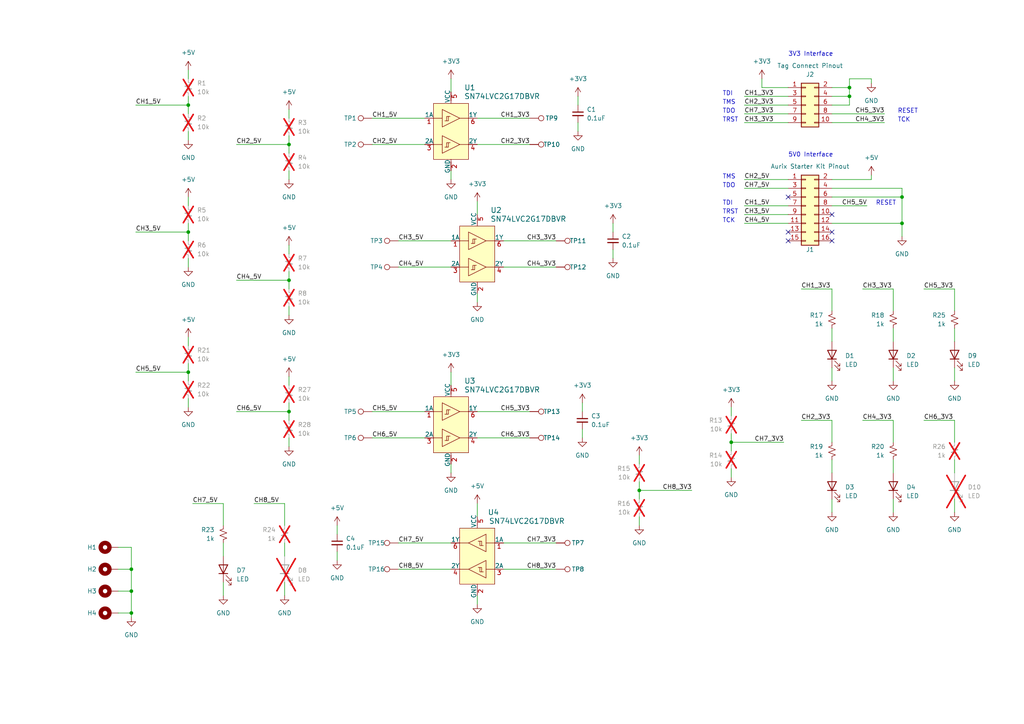
<source format=kicad_sch>
(kicad_sch (version 20230121) (generator eeschema)

  (uuid 9f650f7d-d9eb-4eab-9f71-1ed64fe21c00)

  (paper "A4")

  (lib_symbols
    (symbol "Connector:TestPoint" (pin_numbers hide) (pin_names (offset 0.762) hide) (in_bom yes) (on_board yes)
      (property "Reference" "TP" (at 0 6.858 0)
        (effects (font (size 1.27 1.27)))
      )
      (property "Value" "TestPoint" (at 0 5.08 0)
        (effects (font (size 1.27 1.27)))
      )
      (property "Footprint" "" (at 5.08 0 0)
        (effects (font (size 1.27 1.27)) hide)
      )
      (property "Datasheet" "~" (at 5.08 0 0)
        (effects (font (size 1.27 1.27)) hide)
      )
      (property "ki_keywords" "test point tp" (at 0 0 0)
        (effects (font (size 1.27 1.27)) hide)
      )
      (property "ki_description" "test point" (at 0 0 0)
        (effects (font (size 1.27 1.27)) hide)
      )
      (property "ki_fp_filters" "Pin* Test*" (at 0 0 0)
        (effects (font (size 1.27 1.27)) hide)
      )
      (symbol "TestPoint_0_1"
        (circle (center 0 3.302) (radius 0.762)
          (stroke (width 0) (type default))
          (fill (type none))
        )
      )
      (symbol "TestPoint_1_1"
        (pin passive line (at 0 0 90) (length 2.54)
          (name "1" (effects (font (size 1.27 1.27))))
          (number "1" (effects (font (size 1.27 1.27))))
        )
      )
    )
    (symbol "Connector_Generic:Conn_02x05_Odd_Even" (pin_names (offset 1.016) hide) (in_bom yes) (on_board yes)
      (property "Reference" "J" (at 1.27 7.62 0)
        (effects (font (size 1.27 1.27)))
      )
      (property "Value" "Conn_02x05_Odd_Even" (at 1.27 -7.62 0)
        (effects (font (size 1.27 1.27)))
      )
      (property "Footprint" "" (at 0 0 0)
        (effects (font (size 1.27 1.27)) hide)
      )
      (property "Datasheet" "~" (at 0 0 0)
        (effects (font (size 1.27 1.27)) hide)
      )
      (property "ki_keywords" "connector" (at 0 0 0)
        (effects (font (size 1.27 1.27)) hide)
      )
      (property "ki_description" "Generic connector, double row, 02x05, odd/even pin numbering scheme (row 1 odd numbers, row 2 even numbers), script generated (kicad-library-utils/schlib/autogen/connector/)" (at 0 0 0)
        (effects (font (size 1.27 1.27)) hide)
      )
      (property "ki_fp_filters" "Connector*:*_2x??_*" (at 0 0 0)
        (effects (font (size 1.27 1.27)) hide)
      )
      (symbol "Conn_02x05_Odd_Even_1_1"
        (rectangle (start -1.27 -4.953) (end 0 -5.207)
          (stroke (width 0.1524) (type default))
          (fill (type none))
        )
        (rectangle (start -1.27 -2.413) (end 0 -2.667)
          (stroke (width 0.1524) (type default))
          (fill (type none))
        )
        (rectangle (start -1.27 0.127) (end 0 -0.127)
          (stroke (width 0.1524) (type default))
          (fill (type none))
        )
        (rectangle (start -1.27 2.667) (end 0 2.413)
          (stroke (width 0.1524) (type default))
          (fill (type none))
        )
        (rectangle (start -1.27 5.207) (end 0 4.953)
          (stroke (width 0.1524) (type default))
          (fill (type none))
        )
        (rectangle (start -1.27 6.35) (end 3.81 -6.35)
          (stroke (width 0.254) (type default))
          (fill (type background))
        )
        (rectangle (start 3.81 -4.953) (end 2.54 -5.207)
          (stroke (width 0.1524) (type default))
          (fill (type none))
        )
        (rectangle (start 3.81 -2.413) (end 2.54 -2.667)
          (stroke (width 0.1524) (type default))
          (fill (type none))
        )
        (rectangle (start 3.81 0.127) (end 2.54 -0.127)
          (stroke (width 0.1524) (type default))
          (fill (type none))
        )
        (rectangle (start 3.81 2.667) (end 2.54 2.413)
          (stroke (width 0.1524) (type default))
          (fill (type none))
        )
        (rectangle (start 3.81 5.207) (end 2.54 4.953)
          (stroke (width 0.1524) (type default))
          (fill (type none))
        )
        (pin passive line (at -5.08 5.08 0) (length 3.81)
          (name "Pin_1" (effects (font (size 1.27 1.27))))
          (number "1" (effects (font (size 1.27 1.27))))
        )
        (pin passive line (at 7.62 -5.08 180) (length 3.81)
          (name "Pin_10" (effects (font (size 1.27 1.27))))
          (number "10" (effects (font (size 1.27 1.27))))
        )
        (pin passive line (at 7.62 5.08 180) (length 3.81)
          (name "Pin_2" (effects (font (size 1.27 1.27))))
          (number "2" (effects (font (size 1.27 1.27))))
        )
        (pin passive line (at -5.08 2.54 0) (length 3.81)
          (name "Pin_3" (effects (font (size 1.27 1.27))))
          (number "3" (effects (font (size 1.27 1.27))))
        )
        (pin passive line (at 7.62 2.54 180) (length 3.81)
          (name "Pin_4" (effects (font (size 1.27 1.27))))
          (number "4" (effects (font (size 1.27 1.27))))
        )
        (pin passive line (at -5.08 0 0) (length 3.81)
          (name "Pin_5" (effects (font (size 1.27 1.27))))
          (number "5" (effects (font (size 1.27 1.27))))
        )
        (pin passive line (at 7.62 0 180) (length 3.81)
          (name "Pin_6" (effects (font (size 1.27 1.27))))
          (number "6" (effects (font (size 1.27 1.27))))
        )
        (pin passive line (at -5.08 -2.54 0) (length 3.81)
          (name "Pin_7" (effects (font (size 1.27 1.27))))
          (number "7" (effects (font (size 1.27 1.27))))
        )
        (pin passive line (at 7.62 -2.54 180) (length 3.81)
          (name "Pin_8" (effects (font (size 1.27 1.27))))
          (number "8" (effects (font (size 1.27 1.27))))
        )
        (pin passive line (at -5.08 -5.08 0) (length 3.81)
          (name "Pin_9" (effects (font (size 1.27 1.27))))
          (number "9" (effects (font (size 1.27 1.27))))
        )
      )
    )
    (symbol "Connector_Generic:Conn_02x08_Odd_Even" (pin_names (offset 1.016) hide) (in_bom yes) (on_board yes)
      (property "Reference" "J" (at 1.27 10.16 0)
        (effects (font (size 1.27 1.27)))
      )
      (property "Value" "Conn_02x08_Odd_Even" (at 1.27 -12.7 0)
        (effects (font (size 1.27 1.27)))
      )
      (property "Footprint" "" (at 0 0 0)
        (effects (font (size 1.27 1.27)) hide)
      )
      (property "Datasheet" "~" (at 0 0 0)
        (effects (font (size 1.27 1.27)) hide)
      )
      (property "ki_keywords" "connector" (at 0 0 0)
        (effects (font (size 1.27 1.27)) hide)
      )
      (property "ki_description" "Generic connector, double row, 02x08, odd/even pin numbering scheme (row 1 odd numbers, row 2 even numbers), script generated (kicad-library-utils/schlib/autogen/connector/)" (at 0 0 0)
        (effects (font (size 1.27 1.27)) hide)
      )
      (property "ki_fp_filters" "Connector*:*_2x??_*" (at 0 0 0)
        (effects (font (size 1.27 1.27)) hide)
      )
      (symbol "Conn_02x08_Odd_Even_1_1"
        (rectangle (start -1.27 -10.033) (end 0 -10.287)
          (stroke (width 0.1524) (type default))
          (fill (type none))
        )
        (rectangle (start -1.27 -7.493) (end 0 -7.747)
          (stroke (width 0.1524) (type default))
          (fill (type none))
        )
        (rectangle (start -1.27 -4.953) (end 0 -5.207)
          (stroke (width 0.1524) (type default))
          (fill (type none))
        )
        (rectangle (start -1.27 -2.413) (end 0 -2.667)
          (stroke (width 0.1524) (type default))
          (fill (type none))
        )
        (rectangle (start -1.27 0.127) (end 0 -0.127)
          (stroke (width 0.1524) (type default))
          (fill (type none))
        )
        (rectangle (start -1.27 2.667) (end 0 2.413)
          (stroke (width 0.1524) (type default))
          (fill (type none))
        )
        (rectangle (start -1.27 5.207) (end 0 4.953)
          (stroke (width 0.1524) (type default))
          (fill (type none))
        )
        (rectangle (start -1.27 7.747) (end 0 7.493)
          (stroke (width 0.1524) (type default))
          (fill (type none))
        )
        (rectangle (start -1.27 8.89) (end 3.81 -11.43)
          (stroke (width 0.254) (type default))
          (fill (type background))
        )
        (rectangle (start 3.81 -10.033) (end 2.54 -10.287)
          (stroke (width 0.1524) (type default))
          (fill (type none))
        )
        (rectangle (start 3.81 -7.493) (end 2.54 -7.747)
          (stroke (width 0.1524) (type default))
          (fill (type none))
        )
        (rectangle (start 3.81 -4.953) (end 2.54 -5.207)
          (stroke (width 0.1524) (type default))
          (fill (type none))
        )
        (rectangle (start 3.81 -2.413) (end 2.54 -2.667)
          (stroke (width 0.1524) (type default))
          (fill (type none))
        )
        (rectangle (start 3.81 0.127) (end 2.54 -0.127)
          (stroke (width 0.1524) (type default))
          (fill (type none))
        )
        (rectangle (start 3.81 2.667) (end 2.54 2.413)
          (stroke (width 0.1524) (type default))
          (fill (type none))
        )
        (rectangle (start 3.81 5.207) (end 2.54 4.953)
          (stroke (width 0.1524) (type default))
          (fill (type none))
        )
        (rectangle (start 3.81 7.747) (end 2.54 7.493)
          (stroke (width 0.1524) (type default))
          (fill (type none))
        )
        (pin passive line (at -5.08 7.62 0) (length 3.81)
          (name "Pin_1" (effects (font (size 1.27 1.27))))
          (number "1" (effects (font (size 1.27 1.27))))
        )
        (pin passive line (at 7.62 -2.54 180) (length 3.81)
          (name "Pin_10" (effects (font (size 1.27 1.27))))
          (number "10" (effects (font (size 1.27 1.27))))
        )
        (pin passive line (at -5.08 -5.08 0) (length 3.81)
          (name "Pin_11" (effects (font (size 1.27 1.27))))
          (number "11" (effects (font (size 1.27 1.27))))
        )
        (pin passive line (at 7.62 -5.08 180) (length 3.81)
          (name "Pin_12" (effects (font (size 1.27 1.27))))
          (number "12" (effects (font (size 1.27 1.27))))
        )
        (pin passive line (at -5.08 -7.62 0) (length 3.81)
          (name "Pin_13" (effects (font (size 1.27 1.27))))
          (number "13" (effects (font (size 1.27 1.27))))
        )
        (pin passive line (at 7.62 -7.62 180) (length 3.81)
          (name "Pin_14" (effects (font (size 1.27 1.27))))
          (number "14" (effects (font (size 1.27 1.27))))
        )
        (pin passive line (at -5.08 -10.16 0) (length 3.81)
          (name "Pin_15" (effects (font (size 1.27 1.27))))
          (number "15" (effects (font (size 1.27 1.27))))
        )
        (pin passive line (at 7.62 -10.16 180) (length 3.81)
          (name "Pin_16" (effects (font (size 1.27 1.27))))
          (number "16" (effects (font (size 1.27 1.27))))
        )
        (pin passive line (at 7.62 7.62 180) (length 3.81)
          (name "Pin_2" (effects (font (size 1.27 1.27))))
          (number "2" (effects (font (size 1.27 1.27))))
        )
        (pin passive line (at -5.08 5.08 0) (length 3.81)
          (name "Pin_3" (effects (font (size 1.27 1.27))))
          (number "3" (effects (font (size 1.27 1.27))))
        )
        (pin passive line (at 7.62 5.08 180) (length 3.81)
          (name "Pin_4" (effects (font (size 1.27 1.27))))
          (number "4" (effects (font (size 1.27 1.27))))
        )
        (pin passive line (at -5.08 2.54 0) (length 3.81)
          (name "Pin_5" (effects (font (size 1.27 1.27))))
          (number "5" (effects (font (size 1.27 1.27))))
        )
        (pin passive line (at 7.62 2.54 180) (length 3.81)
          (name "Pin_6" (effects (font (size 1.27 1.27))))
          (number "6" (effects (font (size 1.27 1.27))))
        )
        (pin passive line (at -5.08 0 0) (length 3.81)
          (name "Pin_7" (effects (font (size 1.27 1.27))))
          (number "7" (effects (font (size 1.27 1.27))))
        )
        (pin passive line (at 7.62 0 180) (length 3.81)
          (name "Pin_8" (effects (font (size 1.27 1.27))))
          (number "8" (effects (font (size 1.27 1.27))))
        )
        (pin passive line (at -5.08 -2.54 0) (length 3.81)
          (name "Pin_9" (effects (font (size 1.27 1.27))))
          (number "9" (effects (font (size 1.27 1.27))))
        )
      )
    )
    (symbol "Device:C_Small" (pin_numbers hide) (pin_names (offset 0.254) hide) (in_bom yes) (on_board yes)
      (property "Reference" "C" (at 0.254 1.778 0)
        (effects (font (size 1.27 1.27)) (justify left))
      )
      (property "Value" "C_Small" (at 0.254 -2.032 0)
        (effects (font (size 1.27 1.27)) (justify left))
      )
      (property "Footprint" "" (at 0 0 0)
        (effects (font (size 1.27 1.27)) hide)
      )
      (property "Datasheet" "~" (at 0 0 0)
        (effects (font (size 1.27 1.27)) hide)
      )
      (property "ki_keywords" "capacitor cap" (at 0 0 0)
        (effects (font (size 1.27 1.27)) hide)
      )
      (property "ki_description" "Unpolarized capacitor, small symbol" (at 0 0 0)
        (effects (font (size 1.27 1.27)) hide)
      )
      (property "ki_fp_filters" "C_*" (at 0 0 0)
        (effects (font (size 1.27 1.27)) hide)
      )
      (symbol "C_Small_0_1"
        (polyline
          (pts
            (xy -1.524 -0.508)
            (xy 1.524 -0.508)
          )
          (stroke (width 0.3302) (type default))
          (fill (type none))
        )
        (polyline
          (pts
            (xy -1.524 0.508)
            (xy 1.524 0.508)
          )
          (stroke (width 0.3048) (type default))
          (fill (type none))
        )
      )
      (symbol "C_Small_1_1"
        (pin passive line (at 0 2.54 270) (length 2.032)
          (name "~" (effects (font (size 1.27 1.27))))
          (number "1" (effects (font (size 1.27 1.27))))
        )
        (pin passive line (at 0 -2.54 90) (length 2.032)
          (name "~" (effects (font (size 1.27 1.27))))
          (number "2" (effects (font (size 1.27 1.27))))
        )
      )
    )
    (symbol "Device:LED" (pin_numbers hide) (pin_names (offset 1.016) hide) (in_bom yes) (on_board yes)
      (property "Reference" "D" (at 0 2.54 0)
        (effects (font (size 1.27 1.27)))
      )
      (property "Value" "LED" (at 0 -2.54 0)
        (effects (font (size 1.27 1.27)))
      )
      (property "Footprint" "" (at 0 0 0)
        (effects (font (size 1.27 1.27)) hide)
      )
      (property "Datasheet" "~" (at 0 0 0)
        (effects (font (size 1.27 1.27)) hide)
      )
      (property "ki_keywords" "LED diode" (at 0 0 0)
        (effects (font (size 1.27 1.27)) hide)
      )
      (property "ki_description" "Light emitting diode" (at 0 0 0)
        (effects (font (size 1.27 1.27)) hide)
      )
      (property "ki_fp_filters" "LED* LED_SMD:* LED_THT:*" (at 0 0 0)
        (effects (font (size 1.27 1.27)) hide)
      )
      (symbol "LED_0_1"
        (polyline
          (pts
            (xy -1.27 -1.27)
            (xy -1.27 1.27)
          )
          (stroke (width 0.254) (type default))
          (fill (type none))
        )
        (polyline
          (pts
            (xy -1.27 0)
            (xy 1.27 0)
          )
          (stroke (width 0) (type default))
          (fill (type none))
        )
        (polyline
          (pts
            (xy 1.27 -1.27)
            (xy 1.27 1.27)
            (xy -1.27 0)
            (xy 1.27 -1.27)
          )
          (stroke (width 0.254) (type default))
          (fill (type none))
        )
        (polyline
          (pts
            (xy -3.048 -0.762)
            (xy -4.572 -2.286)
            (xy -3.81 -2.286)
            (xy -4.572 -2.286)
            (xy -4.572 -1.524)
          )
          (stroke (width 0) (type default))
          (fill (type none))
        )
        (polyline
          (pts
            (xy -1.778 -0.762)
            (xy -3.302 -2.286)
            (xy -2.54 -2.286)
            (xy -3.302 -2.286)
            (xy -3.302 -1.524)
          )
          (stroke (width 0) (type default))
          (fill (type none))
        )
      )
      (symbol "LED_1_1"
        (pin passive line (at -3.81 0 0) (length 2.54)
          (name "K" (effects (font (size 1.27 1.27))))
          (number "1" (effects (font (size 1.27 1.27))))
        )
        (pin passive line (at 3.81 0 180) (length 2.54)
          (name "A" (effects (font (size 1.27 1.27))))
          (number "2" (effects (font (size 1.27 1.27))))
        )
      )
    )
    (symbol "Device:R_Small_US" (pin_numbers hide) (pin_names (offset 0.254) hide) (in_bom yes) (on_board yes)
      (property "Reference" "R" (at 0.762 0.508 0)
        (effects (font (size 1.27 1.27)) (justify left))
      )
      (property "Value" "R_Small_US" (at 0.762 -1.016 0)
        (effects (font (size 1.27 1.27)) (justify left))
      )
      (property "Footprint" "" (at 0 0 0)
        (effects (font (size 1.27 1.27)) hide)
      )
      (property "Datasheet" "~" (at 0 0 0)
        (effects (font (size 1.27 1.27)) hide)
      )
      (property "ki_keywords" "r resistor" (at 0 0 0)
        (effects (font (size 1.27 1.27)) hide)
      )
      (property "ki_description" "Resistor, small US symbol" (at 0 0 0)
        (effects (font (size 1.27 1.27)) hide)
      )
      (property "ki_fp_filters" "R_*" (at 0 0 0)
        (effects (font (size 1.27 1.27)) hide)
      )
      (symbol "R_Small_US_1_1"
        (polyline
          (pts
            (xy 0 0)
            (xy 1.016 -0.381)
            (xy 0 -0.762)
            (xy -1.016 -1.143)
            (xy 0 -1.524)
          )
          (stroke (width 0) (type default))
          (fill (type none))
        )
        (polyline
          (pts
            (xy 0 1.524)
            (xy 1.016 1.143)
            (xy 0 0.762)
            (xy -1.016 0.381)
            (xy 0 0)
          )
          (stroke (width 0) (type default))
          (fill (type none))
        )
        (pin passive line (at 0 2.54 270) (length 1.016)
          (name "~" (effects (font (size 1.27 1.27))))
          (number "1" (effects (font (size 1.27 1.27))))
        )
        (pin passive line (at 0 -2.54 90) (length 1.016)
          (name "~" (effects (font (size 1.27 1.27))))
          (number "2" (effects (font (size 1.27 1.27))))
        )
      )
    )
    (symbol "Mechanical:MountingHole_Pad" (pin_numbers hide) (pin_names (offset 1.016) hide) (in_bom yes) (on_board yes)
      (property "Reference" "H" (at 0 6.35 0)
        (effects (font (size 1.27 1.27)))
      )
      (property "Value" "MountingHole_Pad" (at 0 4.445 0)
        (effects (font (size 1.27 1.27)))
      )
      (property "Footprint" "" (at 0 0 0)
        (effects (font (size 1.27 1.27)) hide)
      )
      (property "Datasheet" "~" (at 0 0 0)
        (effects (font (size 1.27 1.27)) hide)
      )
      (property "ki_keywords" "mounting hole" (at 0 0 0)
        (effects (font (size 1.27 1.27)) hide)
      )
      (property "ki_description" "Mounting Hole with connection" (at 0 0 0)
        (effects (font (size 1.27 1.27)) hide)
      )
      (property "ki_fp_filters" "MountingHole*Pad*" (at 0 0 0)
        (effects (font (size 1.27 1.27)) hide)
      )
      (symbol "MountingHole_Pad_0_1"
        (circle (center 0 1.27) (radius 1.27)
          (stroke (width 1.27) (type default))
          (fill (type none))
        )
      )
      (symbol "MountingHole_Pad_1_1"
        (pin input line (at 0 -2.54 90) (length 2.54)
          (name "1" (effects (font (size 1.27 1.27))))
          (number "1" (effects (font (size 1.27 1.27))))
        )
      )
    )
    (symbol "dk_Logic-Buffers-Drivers-Receivers-Transceivers:SN74LVC2G17DBVR_Discontinued" (pin_names (offset 0)) (in_bom yes) (on_board yes)
      (property "Reference" "U" (at -5.334 8.5852 0)
        (effects (font (size 1.524 1.524)) (justify left))
      )
      (property "Value" "SN74LVC2G17DBVR_Discontinued" (at 1.7272 -10.4648 0)
        (effects (font (size 1.524 1.524)) (justify left))
      )
      (property "Footprint" "digikey-footprints:SOT-23-6" (at 5.08 5.08 0)
        (effects (font (size 1.524 1.524)) (justify left) hide)
      )
      (property "Datasheet" "http://www.ti.com/general/docs/suppproductinfo.tsp?distId=10&gotoUrl=http%3A%2F%2Fwww.ti.com%2Flit%2Fgpn%2Fsn74lvc2g17" (at 5.08 7.62 0)
        (effects (font (size 1.524 1.524)) (justify left) hide)
      )
      (property "Digi-Key_PN" "296-13012-1-ND" (at 5.08 10.16 0)
        (effects (font (size 1.524 1.524)) (justify left) hide)
      )
      (property "MPN" "SN74LVC2G17DBVR" (at 5.08 12.7 0)
        (effects (font (size 1.524 1.524)) (justify left) hide)
      )
      (property "Category" "Integrated Circuits (ICs)" (at 5.08 15.24 0)
        (effects (font (size 1.524 1.524)) (justify left) hide)
      )
      (property "Family" "Logic - Buffers, Drivers, Receivers, Transceivers" (at 5.08 17.78 0)
        (effects (font (size 1.524 1.524)) (justify left) hide)
      )
      (property "DK_Datasheet_Link" "http://www.ti.com/general/docs/suppproductinfo.tsp?distId=10&gotoUrl=http%3A%2F%2Fwww.ti.com%2Flit%2Fgpn%2Fsn74lvc2g17" (at 5.08 20.32 0)
        (effects (font (size 1.524 1.524)) (justify left) hide)
      )
      (property "DK_Detail_Page" "/product-detail/en/texas-instruments/SN74LVC2G17DBVR/296-13012-1-ND/479734" (at 5.08 22.86 0)
        (effects (font (size 1.524 1.524)) (justify left) hide)
      )
      (property "Description" "IC BUF NON-INVERT 5.5V SOT23-6" (at 5.08 25.4 0)
        (effects (font (size 1.524 1.524)) (justify left) hide)
      )
      (property "Manufacturer" "Texas Instruments" (at 5.08 27.94 0)
        (effects (font (size 1.524 1.524)) (justify left) hide)
      )
      (property "Status" "Discontinued at Digi-Key NonStock" (at 5.08 30.48 0)
        (effects (font (size 1.524 1.524)) (justify left) hide)
      )
      (property "ki_keywords" "296-13012-1-ND 74LVC" (at 0 0 0)
        (effects (font (size 1.27 1.27)) hide)
      )
      (property "ki_description" "IC BUF NON-INVERT 5.5V SOT23-6" (at 0 0 0)
        (effects (font (size 1.27 1.27)) hide)
      )
      (symbol "SN74LVC2G17DBVR_Discontinued_0_1"
        (rectangle (start -5.08 6.8326) (end 5.08 -9.398)
          (stroke (width 0) (type solid))
          (fill (type background))
        )
        (polyline
          (pts
            (xy -5.08 2.54)
            (xy -2.54 2.54)
          )
          (stroke (width 0) (type solid))
          (fill (type none))
        )
        (polyline
          (pts
            (xy -2.54 -5.08)
            (xy -5.08 -5.08)
          )
          (stroke (width 0) (type solid))
          (fill (type none))
        )
        (polyline
          (pts
            (xy 0 -10.2108)
            (xy 0 -9.4234)
          )
          (stroke (width 0) (type solid))
          (fill (type none))
        )
        (polyline
          (pts
            (xy 0 7.6454)
            (xy 0 6.8834)
          )
          (stroke (width 0) (type solid))
          (fill (type none))
        )
        (polyline
          (pts
            (xy 5.08 -5.08)
            (xy 2.54 -5.08)
          )
          (stroke (width 0) (type solid))
          (fill (type none))
        )
        (polyline
          (pts
            (xy 5.08 2.54)
            (xy 2.54 2.54)
          )
          (stroke (width 0) (type solid))
          (fill (type none))
        )
        (polyline
          (pts
            (xy -2.54 -2.54)
            (xy -2.54 -7.62)
            (xy 2.54 -5.08)
            (xy -2.54 -2.54)
          )
          (stroke (width 0) (type solid))
          (fill (type none))
        )
        (polyline
          (pts
            (xy -2.54 5.08)
            (xy -2.54 0)
            (xy 2.54 2.54)
            (xy -2.54 5.08)
          )
          (stroke (width 0) (type solid))
          (fill (type none))
        )
        (polyline
          (pts
            (xy -0.762 -4.572)
            (xy -1.27 -4.572)
            (xy -1.27 -5.842)
            (xy -1.778 -5.842)
          )
          (stroke (width 0) (type solid))
          (fill (type none))
        )
        (polyline
          (pts
            (xy -0.762 3.048)
            (xy -1.27 3.048)
            (xy -1.27 1.778)
            (xy -1.778 1.778)
          )
          (stroke (width 0) (type solid))
          (fill (type none))
        )
        (polyline
          (pts
            (xy -0.254 -4.572)
            (xy -0.762 -4.572)
            (xy -0.762 -5.842)
            (xy -1.27 -5.842)
          )
          (stroke (width 0) (type solid))
          (fill (type none))
        )
        (polyline
          (pts
            (xy -0.254 3.048)
            (xy -0.762 3.048)
            (xy -0.762 1.778)
            (xy -1.27 1.778)
          )
          (stroke (width 0) (type solid))
          (fill (type none))
        )
      )
      (symbol "SN74LVC2G17DBVR_Discontinued_1_1"
        (pin input line (at -7.62 2.54 0) (length 2.54)
          (name "1A" (effects (font (size 1.27 1.27))))
          (number "1" (effects (font (size 1.27 1.27))))
        )
        (pin power_in line (at 0 -12.7 90) (length 2.54)
          (name "GND" (effects (font (size 1.27 1.27))))
          (number "2" (effects (font (size 1.27 1.27))))
        )
        (pin input line (at -7.62 -5.08 0) (length 2.54)
          (name "2A" (effects (font (size 1.27 1.27))))
          (number "3" (effects (font (size 1.27 1.27))))
        )
        (pin output line (at 7.62 -5.08 180) (length 2.54)
          (name "2Y" (effects (font (size 1.27 1.27))))
          (number "4" (effects (font (size 1.27 1.27))))
        )
        (pin power_in line (at 0 10.16 270) (length 2.54)
          (name "VCC" (effects (font (size 1.27 1.27))))
          (number "5" (effects (font (size 1.27 1.27))))
        )
        (pin output line (at 7.62 2.54 180) (length 2.54)
          (name "1Y" (effects (font (size 1.27 1.27))))
          (number "6" (effects (font (size 1.27 1.27))))
        )
      )
    )
    (symbol "power:+3V3" (power) (pin_names (offset 0)) (in_bom yes) (on_board yes)
      (property "Reference" "#PWR" (at 0 -3.81 0)
        (effects (font (size 1.27 1.27)) hide)
      )
      (property "Value" "+3V3" (at 0 3.556 0)
        (effects (font (size 1.27 1.27)))
      )
      (property "Footprint" "" (at 0 0 0)
        (effects (font (size 1.27 1.27)) hide)
      )
      (property "Datasheet" "" (at 0 0 0)
        (effects (font (size 1.27 1.27)) hide)
      )
      (property "ki_keywords" "global power" (at 0 0 0)
        (effects (font (size 1.27 1.27)) hide)
      )
      (property "ki_description" "Power symbol creates a global label with name \"+3V3\"" (at 0 0 0)
        (effects (font (size 1.27 1.27)) hide)
      )
      (symbol "+3V3_0_1"
        (polyline
          (pts
            (xy -0.762 1.27)
            (xy 0 2.54)
          )
          (stroke (width 0) (type default))
          (fill (type none))
        )
        (polyline
          (pts
            (xy 0 0)
            (xy 0 2.54)
          )
          (stroke (width 0) (type default))
          (fill (type none))
        )
        (polyline
          (pts
            (xy 0 2.54)
            (xy 0.762 1.27)
          )
          (stroke (width 0) (type default))
          (fill (type none))
        )
      )
      (symbol "+3V3_1_1"
        (pin power_in line (at 0 0 90) (length 0) hide
          (name "+3V3" (effects (font (size 1.27 1.27))))
          (number "1" (effects (font (size 1.27 1.27))))
        )
      )
    )
    (symbol "power:+5V" (power) (pin_names (offset 0)) (in_bom yes) (on_board yes)
      (property "Reference" "#PWR" (at 0 -3.81 0)
        (effects (font (size 1.27 1.27)) hide)
      )
      (property "Value" "+5V" (at 0 3.556 0)
        (effects (font (size 1.27 1.27)))
      )
      (property "Footprint" "" (at 0 0 0)
        (effects (font (size 1.27 1.27)) hide)
      )
      (property "Datasheet" "" (at 0 0 0)
        (effects (font (size 1.27 1.27)) hide)
      )
      (property "ki_keywords" "global power" (at 0 0 0)
        (effects (font (size 1.27 1.27)) hide)
      )
      (property "ki_description" "Power symbol creates a global label with name \"+5V\"" (at 0 0 0)
        (effects (font (size 1.27 1.27)) hide)
      )
      (symbol "+5V_0_1"
        (polyline
          (pts
            (xy -0.762 1.27)
            (xy 0 2.54)
          )
          (stroke (width 0) (type default))
          (fill (type none))
        )
        (polyline
          (pts
            (xy 0 0)
            (xy 0 2.54)
          )
          (stroke (width 0) (type default))
          (fill (type none))
        )
        (polyline
          (pts
            (xy 0 2.54)
            (xy 0.762 1.27)
          )
          (stroke (width 0) (type default))
          (fill (type none))
        )
      )
      (symbol "+5V_1_1"
        (pin power_in line (at 0 0 90) (length 0) hide
          (name "+5V" (effects (font (size 1.27 1.27))))
          (number "1" (effects (font (size 1.27 1.27))))
        )
      )
    )
    (symbol "power:GND" (power) (pin_names (offset 0)) (in_bom yes) (on_board yes)
      (property "Reference" "#PWR" (at 0 -6.35 0)
        (effects (font (size 1.27 1.27)) hide)
      )
      (property "Value" "GND" (at 0 -3.81 0)
        (effects (font (size 1.27 1.27)))
      )
      (property "Footprint" "" (at 0 0 0)
        (effects (font (size 1.27 1.27)) hide)
      )
      (property "Datasheet" "" (at 0 0 0)
        (effects (font (size 1.27 1.27)) hide)
      )
      (property "ki_keywords" "global power" (at 0 0 0)
        (effects (font (size 1.27 1.27)) hide)
      )
      (property "ki_description" "Power symbol creates a global label with name \"GND\" , ground" (at 0 0 0)
        (effects (font (size 1.27 1.27)) hide)
      )
      (symbol "GND_0_1"
        (polyline
          (pts
            (xy 0 0)
            (xy 0 -1.27)
            (xy 1.27 -1.27)
            (xy 0 -2.54)
            (xy -1.27 -1.27)
            (xy 0 -1.27)
          )
          (stroke (width 0) (type default))
          (fill (type none))
        )
      )
      (symbol "GND_1_1"
        (pin power_in line (at 0 0 270) (length 0) hide
          (name "GND" (effects (font (size 1.27 1.27))))
          (number "1" (effects (font (size 1.27 1.27))))
        )
      )
    )
  )

  (junction (at 246.38 27.94) (diameter 0) (color 0 0 0 0)
    (uuid 08c9e88b-7b0e-40d0-ba27-3c4dfcef1188)
  )
  (junction (at 83.82 119.38) (diameter 0) (color 0 0 0 0)
    (uuid 0a20699b-aca9-49aa-899a-e6abb8c800c0)
  )
  (junction (at 38.1 165.1) (diameter 0) (color 0 0 0 0)
    (uuid 0b6d49bd-a263-4dc9-9704-8b4fc5504175)
  )
  (junction (at 83.82 41.91) (diameter 0) (color 0 0 0 0)
    (uuid 1e00b833-4527-4a42-88c1-1fe3dc11e791)
  )
  (junction (at 261.62 57.15) (diameter 0) (color 0 0 0 0)
    (uuid 1f057073-f0e8-4450-891a-8fcfd700c59a)
  )
  (junction (at 261.62 64.77) (diameter 0) (color 0 0 0 0)
    (uuid 36bfb5cf-fe9a-4a90-87cb-696468c4e902)
  )
  (junction (at 83.82 81.28) (diameter 0) (color 0 0 0 0)
    (uuid 3f7f11e2-a886-4c83-9f0c-73a014672ec9)
  )
  (junction (at 38.1 177.8) (diameter 0) (color 0 0 0 0)
    (uuid 64e925d8-5ec0-4d3b-a02f-6c545c6a8752)
  )
  (junction (at 54.61 107.95) (diameter 0) (color 0 0 0 0)
    (uuid 71af924e-b22b-4c6d-a89d-3fa3144e45cf)
  )
  (junction (at 185.42 142.24) (diameter 0) (color 0 0 0 0)
    (uuid 84bd02c1-6062-4ef2-9122-11d4efc02ff7)
  )
  (junction (at 54.61 30.48) (diameter 0) (color 0 0 0 0)
    (uuid 9817f964-5525-472a-92c1-40e3445cc178)
  )
  (junction (at 38.1 171.45) (diameter 0) (color 0 0 0 0)
    (uuid 98989712-ba9c-4e9b-a981-bdff9b3cbc31)
  )
  (junction (at 212.09 128.27) (diameter 0) (color 0 0 0 0)
    (uuid 9fc3ec91-facb-407a-a5be-ace86dc5bed5)
  )
  (junction (at 54.61 67.31) (diameter 0) (color 0 0 0 0)
    (uuid d2178082-3e92-4455-a14a-f47ea93a1b01)
  )
  (junction (at 246.38 25.4) (diameter 0) (color 0 0 0 0)
    (uuid ea600583-d198-4c37-a65d-f4c9874d28cd)
  )

  (no_connect (at 241.3 62.23) (uuid 1adcb56e-2a70-4322-8657-51f00b983cc0))
  (no_connect (at 241.3 69.85) (uuid 533d0b0a-650d-4814-b1e1-e877fa7ce9c3))
  (no_connect (at 228.6 57.15) (uuid 89180ad3-c83b-4ed1-b10d-e252a6daa54b))
  (no_connect (at 241.3 67.31) (uuid a080c786-4f2f-4378-8b30-0c2a2609cf15))
  (no_connect (at 228.6 69.85) (uuid e22e0c44-3dfb-4a99-a976-9afd0e9f790d))
  (no_connect (at 228.6 67.31) (uuid e451d2aa-337e-4cde-8cfd-96f7ef2eb1ac))

  (wire (pts (xy 107.95 119.38) (xy 123.19 119.38))
    (stroke (width 0) (type default))
    (uuid 00ce892c-851a-4981-ab1d-19191d6abd5b)
  )
  (wire (pts (xy 241.3 57.15) (xy 261.62 57.15))
    (stroke (width 0) (type default))
    (uuid 025af0e5-2b31-48b1-997c-ba3434e4b552)
  )
  (wire (pts (xy 215.9 62.23) (xy 228.6 62.23))
    (stroke (width 0) (type default))
    (uuid 0285f4c6-8f0c-45e2-9c75-6f826955c35f)
  )
  (wire (pts (xy 200.66 142.24) (xy 185.42 142.24))
    (stroke (width 0) (type default))
    (uuid 04a4e82a-bb94-493b-bf22-7b41c9534053)
  )
  (wire (pts (xy 259.08 95.25) (xy 259.08 99.06))
    (stroke (width 0) (type default))
    (uuid 05b5ff42-1acd-4c10-ae6f-1c30667f77aa)
  )
  (wire (pts (xy 215.9 30.48) (xy 228.6 30.48))
    (stroke (width 0) (type default))
    (uuid 066e4655-5835-4179-be7e-282a2d20c9a8)
  )
  (wire (pts (xy 146.05 157.48) (xy 161.29 157.48))
    (stroke (width 0) (type default))
    (uuid 07a18783-d644-4170-8f68-2fdbe6088c3f)
  )
  (wire (pts (xy 115.57 77.47) (xy 130.81 77.47))
    (stroke (width 0) (type default))
    (uuid 07f87652-d872-4742-88ef-b69f3fdf716b)
  )
  (wire (pts (xy 241.3 144.78) (xy 241.3 148.59))
    (stroke (width 0) (type default))
    (uuid 0f0992d6-a26f-43dd-bea9-581901a97bc1)
  )
  (wire (pts (xy 39.37 107.95) (xy 54.61 107.95))
    (stroke (width 0) (type default))
    (uuid 10b64509-9d1f-40b0-a7fd-efca05385314)
  )
  (wire (pts (xy 241.3 133.35) (xy 241.3 137.16))
    (stroke (width 0) (type default))
    (uuid 11e59cf5-b7c5-4715-a841-342c5d55a8b6)
  )
  (wire (pts (xy 177.8 72.39) (xy 177.8 74.93))
    (stroke (width 0) (type default))
    (uuid 11f802d3-0ecd-4404-a875-579b8ac49fe5)
  )
  (wire (pts (xy 261.62 57.15) (xy 261.62 64.77))
    (stroke (width 0) (type default))
    (uuid 12515ae3-ae52-4226-a484-f4f663028781)
  )
  (wire (pts (xy 55.88 146.05) (xy 64.77 146.05))
    (stroke (width 0) (type default))
    (uuid 12e4a917-0491-4eee-abc7-b4fa4f2a36f8)
  )
  (wire (pts (xy 227.33 128.27) (xy 212.09 128.27))
    (stroke (width 0) (type default))
    (uuid 1654b0f2-6c3b-4e5a-8f9e-bd8480a25fc5)
  )
  (wire (pts (xy 259.08 121.92) (xy 259.08 128.27))
    (stroke (width 0) (type default))
    (uuid 1a6d1d17-f463-4c05-b409-8b1ebaafa6d3)
  )
  (wire (pts (xy 54.61 115.57) (xy 54.61 118.11))
    (stroke (width 0) (type default))
    (uuid 1d1fa9d4-a677-4245-bb93-b35ebd875037)
  )
  (wire (pts (xy 276.86 95.25) (xy 276.86 99.06))
    (stroke (width 0) (type default))
    (uuid 1d52b2dd-0df8-4d22-b036-d9ea97c99ab6)
  )
  (wire (pts (xy 38.1 165.1) (xy 38.1 171.45))
    (stroke (width 0) (type default))
    (uuid 1d5b0a45-25f9-460e-9dc1-95888242a474)
  )
  (wire (pts (xy 82.55 146.05) (xy 82.55 152.4))
    (stroke (width 0) (type default))
    (uuid 1ececcbe-c7a2-4032-ae60-5c6a0d5e5b70)
  )
  (wire (pts (xy 215.9 52.07) (xy 228.6 52.07))
    (stroke (width 0) (type default))
    (uuid 1f7e8834-3dec-4408-a456-623a39cc6950)
  )
  (wire (pts (xy 115.57 157.48) (xy 130.81 157.48))
    (stroke (width 0) (type default))
    (uuid 235c72f2-8ff8-43ec-a99c-15163b8adf1d)
  )
  (wire (pts (xy 212.09 118.11) (xy 212.09 120.65))
    (stroke (width 0) (type default))
    (uuid 24190343-56ac-42d6-88ab-f38bf25997b2)
  )
  (wire (pts (xy 97.79 160.02) (xy 97.79 162.56))
    (stroke (width 0) (type default))
    (uuid 2c9bd206-1f0d-4ad7-b244-627bc55e6718)
  )
  (wire (pts (xy 138.43 58.42) (xy 138.43 62.23))
    (stroke (width 0) (type default))
    (uuid 2d26a33f-d196-4387-92d7-a18859a3cbe7)
  )
  (wire (pts (xy 252.73 22.86) (xy 252.73 24.13))
    (stroke (width 0) (type default))
    (uuid 2d2716b7-09ab-4ba8-a4dd-2eed1e5f0c75)
  )
  (wire (pts (xy 168.91 124.46) (xy 168.91 127))
    (stroke (width 0) (type default))
    (uuid 2e3118bc-1ba0-4713-968f-1284c7eef800)
  )
  (wire (pts (xy 73.66 146.05) (xy 82.55 146.05))
    (stroke (width 0) (type default))
    (uuid 37326899-aad6-4afc-8691-4682d68d6bb1)
  )
  (wire (pts (xy 177.8 64.77) (xy 177.8 67.31))
    (stroke (width 0) (type default))
    (uuid 39d29166-da0a-4b8d-a696-f6bbc6880b7a)
  )
  (wire (pts (xy 68.58 119.38) (xy 83.82 119.38))
    (stroke (width 0) (type default))
    (uuid 3b4265ce-d896-4780-9fba-f7e89c715f95)
  )
  (wire (pts (xy 138.43 172.72) (xy 138.43 175.26))
    (stroke (width 0) (type default))
    (uuid 3fa41ee8-75ac-483f-be5c-2739d73ab252)
  )
  (wire (pts (xy 185.42 139.7) (xy 185.42 142.24))
    (stroke (width 0) (type default))
    (uuid 4435230f-9d72-48c0-a236-a3b8aa9a17a2)
  )
  (wire (pts (xy 276.86 83.82) (xy 276.86 90.17))
    (stroke (width 0) (type default))
    (uuid 457cd316-8631-4c12-9299-47d9149342f6)
  )
  (wire (pts (xy 83.82 41.91) (xy 83.82 44.45))
    (stroke (width 0) (type default))
    (uuid 4999e4a8-617c-4728-a557-561b0bf5b4e4)
  )
  (wire (pts (xy 83.82 127) (xy 83.82 129.54))
    (stroke (width 0) (type default))
    (uuid 4ee5ba8e-8407-43be-93bf-8e6e16106bca)
  )
  (wire (pts (xy 250.19 121.92) (xy 259.08 121.92))
    (stroke (width 0) (type default))
    (uuid 542cfa51-6b57-4848-b431-3b7a0c8b062b)
  )
  (wire (pts (xy 212.09 135.89) (xy 212.09 138.43))
    (stroke (width 0) (type default))
    (uuid 552b6eb9-6071-49c0-ad86-79a474d1fdf8)
  )
  (wire (pts (xy 34.29 171.45) (xy 38.1 171.45))
    (stroke (width 0) (type default))
    (uuid 563012a0-baae-4df0-9454-b17441b69d57)
  )
  (wire (pts (xy 246.38 30.48) (xy 246.38 27.94))
    (stroke (width 0) (type default))
    (uuid 578f44f7-bf08-4825-9fb7-3647d47ff5ac)
  )
  (wire (pts (xy 82.55 157.48) (xy 82.55 161.29))
    (stroke (width 0) (type default))
    (uuid 57ed31eb-63e0-4795-a248-843a663ffba9)
  )
  (wire (pts (xy 146.05 165.1) (xy 161.29 165.1))
    (stroke (width 0) (type default))
    (uuid 5be66a6d-83df-4218-988c-e5c3ad8648fc)
  )
  (wire (pts (xy 83.82 116.84) (xy 83.82 119.38))
    (stroke (width 0) (type default))
    (uuid 5cd41d2a-bfb0-4957-a0b2-401a1336f56f)
  )
  (wire (pts (xy 107.95 127) (xy 123.19 127))
    (stroke (width 0) (type default))
    (uuid 5db91d20-7758-452d-95b8-5bff57b21c1a)
  )
  (wire (pts (xy 259.08 83.82) (xy 259.08 90.17))
    (stroke (width 0) (type default))
    (uuid 5e3031a6-1747-41f9-9759-0122fb890129)
  )
  (wire (pts (xy 82.55 168.91) (xy 82.55 172.72))
    (stroke (width 0) (type default))
    (uuid 617007be-eada-44c3-8f45-7a4ea646d653)
  )
  (wire (pts (xy 215.9 35.56) (xy 228.6 35.56))
    (stroke (width 0) (type default))
    (uuid 62cf7bf1-b4db-4b38-a098-ac199a3aff4f)
  )
  (wire (pts (xy 34.29 177.8) (xy 38.1 177.8))
    (stroke (width 0) (type default))
    (uuid 63269643-9cb6-49da-94a8-c0efe2164236)
  )
  (wire (pts (xy 38.1 171.45) (xy 38.1 177.8))
    (stroke (width 0) (type default))
    (uuid 63f75a6e-0438-46a0-94e9-6b7afc82ce95)
  )
  (wire (pts (xy 212.09 128.27) (xy 212.09 130.81))
    (stroke (width 0) (type default))
    (uuid 654c3239-12b4-46bf-8006-655c7308a63b)
  )
  (wire (pts (xy 168.91 116.84) (xy 168.91 119.38))
    (stroke (width 0) (type default))
    (uuid 669ac8db-9dba-4127-bd4a-a477af1abf37)
  )
  (wire (pts (xy 276.86 121.92) (xy 276.86 128.27))
    (stroke (width 0) (type default))
    (uuid 6ea41d82-7be8-4cb4-aaea-1ebe361e645b)
  )
  (wire (pts (xy 241.3 25.4) (xy 246.38 25.4))
    (stroke (width 0) (type default))
    (uuid 7005bf64-2db1-4e26-8104-1a6069116bf8)
  )
  (wire (pts (xy 267.97 83.82) (xy 276.86 83.82))
    (stroke (width 0) (type default))
    (uuid 70ae3f8a-ce57-451d-ba6f-0dc576bc9171)
  )
  (wire (pts (xy 267.97 121.92) (xy 276.86 121.92))
    (stroke (width 0) (type default))
    (uuid 710ab679-ec7c-4503-b87c-d8f52d7d3097)
  )
  (wire (pts (xy 83.82 119.38) (xy 83.82 121.92))
    (stroke (width 0) (type default))
    (uuid 7720362a-06bb-4278-aa49-3ecfded51370)
  )
  (wire (pts (xy 153.67 41.91) (xy 138.43 41.91))
    (stroke (width 0) (type default))
    (uuid 78ba6ba2-068c-4c8f-af63-30c78c488d58)
  )
  (wire (pts (xy 250.19 83.82) (xy 259.08 83.82))
    (stroke (width 0) (type default))
    (uuid 79640b0d-8d76-469d-b692-9e8911ce0799)
  )
  (wire (pts (xy 146.05 69.85) (xy 161.29 69.85))
    (stroke (width 0) (type default))
    (uuid 7a18ff8d-3aa2-4d8e-b5c3-93188e79fbe7)
  )
  (wire (pts (xy 215.9 27.94) (xy 228.6 27.94))
    (stroke (width 0) (type default))
    (uuid 7bfcd50f-517e-42f4-942e-bbf422b6ade5)
  )
  (wire (pts (xy 107.95 34.29) (xy 123.19 34.29))
    (stroke (width 0) (type default))
    (uuid 7cbf523f-f687-4ba3-b165-3ba4c693f9e1)
  )
  (wire (pts (xy 261.62 54.61) (xy 261.62 57.15))
    (stroke (width 0) (type default))
    (uuid 7d0eed02-dac0-4f49-8e4a-18d8014cf3f7)
  )
  (wire (pts (xy 34.29 165.1) (xy 38.1 165.1))
    (stroke (width 0) (type default))
    (uuid 7e2e8e5f-3489-4d09-85d2-04e8c5c70162)
  )
  (wire (pts (xy 215.9 64.77) (xy 228.6 64.77))
    (stroke (width 0) (type default))
    (uuid 7ed21450-5fc6-4099-9e4e-369e2ee54073)
  )
  (wire (pts (xy 241.3 95.25) (xy 241.3 99.06))
    (stroke (width 0) (type default))
    (uuid 7f577493-55c2-4d1b-96c2-2a19caff582c)
  )
  (wire (pts (xy 246.38 22.86) (xy 246.38 25.4))
    (stroke (width 0) (type default))
    (uuid 7fc290b3-07f4-4d83-9dc0-1a7236f6fb2e)
  )
  (wire (pts (xy 276.86 144.78) (xy 276.86 148.59))
    (stroke (width 0) (type default))
    (uuid 80e6606c-3af5-419c-9578-63dc3359afb6)
  )
  (wire (pts (xy 232.41 83.82) (xy 241.3 83.82))
    (stroke (width 0) (type default))
    (uuid 843183c0-bfda-45c1-a462-a76eaaeb58b2)
  )
  (wire (pts (xy 241.3 121.92) (xy 241.3 128.27))
    (stroke (width 0) (type default))
    (uuid 866781e4-64c7-4fe1-9211-ba3f32cfdec8)
  )
  (wire (pts (xy 276.86 106.68) (xy 276.86 110.49))
    (stroke (width 0) (type default))
    (uuid 87241742-c53f-450d-bb28-fb16fd8e7db2)
  )
  (wire (pts (xy 97.79 152.4) (xy 97.79 154.94))
    (stroke (width 0) (type default))
    (uuid 874d036b-6050-4acb-a628-2d8a77d64c81)
  )
  (wire (pts (xy 220.98 25.4) (xy 228.6 25.4))
    (stroke (width 0) (type default))
    (uuid 878096dd-7faa-4701-9e7e-b78c1d597e8f)
  )
  (wire (pts (xy 241.3 35.56) (xy 256.54 35.56))
    (stroke (width 0) (type default))
    (uuid 8849267b-44e1-4602-a850-de33f296f1a1)
  )
  (wire (pts (xy 38.1 177.8) (xy 38.1 179.07))
    (stroke (width 0) (type default))
    (uuid 885d7a0f-d9dc-4751-9250-a944cb11dcfb)
  )
  (wire (pts (xy 215.9 54.61) (xy 228.6 54.61))
    (stroke (width 0) (type default))
    (uuid 8a22c18d-81ab-4b9c-8567-9b49fae434de)
  )
  (wire (pts (xy 34.29 158.75) (xy 38.1 158.75))
    (stroke (width 0) (type default))
    (uuid 8a5c5a78-0761-4f11-9119-b8566151026a)
  )
  (wire (pts (xy 54.61 27.94) (xy 54.61 30.48))
    (stroke (width 0) (type default))
    (uuid 8ca9b770-afa7-42a7-9f8b-a70f68d8959b)
  )
  (wire (pts (xy 68.58 41.91) (xy 83.82 41.91))
    (stroke (width 0) (type default))
    (uuid 8d919ca4-fd5b-43bc-8570-00c5d2ecb960)
  )
  (wire (pts (xy 212.09 125.73) (xy 212.09 128.27))
    (stroke (width 0) (type default))
    (uuid 8e8cdaf3-15f6-44db-b0f8-2fe4a2859ba7)
  )
  (wire (pts (xy 252.73 50.8) (xy 252.73 52.07))
    (stroke (width 0) (type default))
    (uuid 8ec102a0-515e-493b-bdaa-64bc3246db47)
  )
  (wire (pts (xy 241.3 33.02) (xy 256.54 33.02))
    (stroke (width 0) (type default))
    (uuid 90e05da5-5be6-41fd-a1f4-37c352f6f20c)
  )
  (wire (pts (xy 83.82 39.37) (xy 83.82 41.91))
    (stroke (width 0) (type default))
    (uuid 915f6ab2-abb3-45d8-b32c-bed4bd86a487)
  )
  (wire (pts (xy 54.61 64.77) (xy 54.61 67.31))
    (stroke (width 0) (type default))
    (uuid 916c73b7-89eb-4b0e-bc98-89c55f7048a9)
  )
  (wire (pts (xy 138.43 85.09) (xy 138.43 87.63))
    (stroke (width 0) (type default))
    (uuid 91723a7f-3123-4f87-8de7-7a4f83a8e70f)
  )
  (wire (pts (xy 241.3 64.77) (xy 261.62 64.77))
    (stroke (width 0) (type default))
    (uuid 92e19080-203b-49b9-93be-858ac04132a0)
  )
  (wire (pts (xy 246.38 22.86) (xy 252.73 22.86))
    (stroke (width 0) (type default))
    (uuid 9397b4cf-71de-4600-8a80-8e9e27c57743)
  )
  (wire (pts (xy 64.77 146.05) (xy 64.77 152.4))
    (stroke (width 0) (type default))
    (uuid 93b74cfa-f690-467e-a339-68b32a0a16a8)
  )
  (wire (pts (xy 167.64 35.56) (xy 167.64 38.1))
    (stroke (width 0) (type default))
    (uuid 9d15d093-2402-4054-b897-c81c8e3935ca)
  )
  (wire (pts (xy 64.77 168.91) (xy 64.77 172.72))
    (stroke (width 0) (type default))
    (uuid 9ef9ad22-47d1-4000-8af1-dde1d074afcd)
  )
  (wire (pts (xy 54.61 57.15) (xy 54.61 59.69))
    (stroke (width 0) (type default))
    (uuid 9f4df431-22b8-4862-8503-4573573ac0b1)
  )
  (wire (pts (xy 138.43 119.38) (xy 153.67 119.38))
    (stroke (width 0) (type default))
    (uuid a0ba5d2a-79d7-41b8-b9b7-9d979974eddf)
  )
  (wire (pts (xy 252.73 52.07) (xy 241.3 52.07))
    (stroke (width 0) (type default))
    (uuid a0d367f5-021f-4abb-846d-84aeda48ca33)
  )
  (wire (pts (xy 54.61 67.31) (xy 54.61 69.85))
    (stroke (width 0) (type default))
    (uuid a2153c92-c580-48c1-afd0-0e5eafd66f2d)
  )
  (wire (pts (xy 83.82 109.22) (xy 83.82 111.76))
    (stroke (width 0) (type default))
    (uuid a2bdc354-0d9e-4fac-b618-83d09f50f12e)
  )
  (wire (pts (xy 130.81 49.53) (xy 130.81 52.07))
    (stroke (width 0) (type default))
    (uuid a4233b80-143a-49e7-a4f4-534fe62591af)
  )
  (wire (pts (xy 185.42 149.86) (xy 185.42 152.4))
    (stroke (width 0) (type default))
    (uuid a740cbfe-be3c-4dd2-b999-152f05c9d067)
  )
  (wire (pts (xy 54.61 74.93) (xy 54.61 77.47))
    (stroke (width 0) (type default))
    (uuid a81c61e3-3b42-48de-a354-73f8ff75d2ed)
  )
  (wire (pts (xy 185.42 142.24) (xy 185.42 144.78))
    (stroke (width 0) (type default))
    (uuid a8a79066-37f7-4640-8b9a-b03382c4ffc7)
  )
  (wire (pts (xy 241.3 83.82) (xy 241.3 90.17))
    (stroke (width 0) (type default))
    (uuid abdfcdd9-9ad9-46f7-a6db-5ea8c0cd5586)
  )
  (wire (pts (xy 83.82 31.75) (xy 83.82 34.29))
    (stroke (width 0) (type default))
    (uuid ae96ee99-d46a-4e0b-b454-d3bc7108014d)
  )
  (wire (pts (xy 232.41 121.92) (xy 241.3 121.92))
    (stroke (width 0) (type default))
    (uuid b1848c45-6313-4ab4-8f86-62fbc2070723)
  )
  (wire (pts (xy 83.82 81.28) (xy 83.82 83.82))
    (stroke (width 0) (type default))
    (uuid b4e03f09-33ce-4b70-865b-6774728dd77a)
  )
  (wire (pts (xy 259.08 144.78) (xy 259.08 148.59))
    (stroke (width 0) (type default))
    (uuid b518afcf-07ef-49cd-89fb-183954d43e91)
  )
  (wire (pts (xy 130.81 22.86) (xy 130.81 26.67))
    (stroke (width 0) (type default))
    (uuid b5dd7a11-7a48-48c0-a3e6-243b7d17dfe9)
  )
  (wire (pts (xy 261.62 64.77) (xy 261.62 68.58))
    (stroke (width 0) (type default))
    (uuid b930007b-a902-4e88-9f68-21a83bf64708)
  )
  (wire (pts (xy 246.38 25.4) (xy 246.38 27.94))
    (stroke (width 0) (type default))
    (uuid ba217ca4-e3c0-4074-8f17-005752e729b7)
  )
  (wire (pts (xy 138.43 146.05) (xy 138.43 149.86))
    (stroke (width 0) (type default))
    (uuid bb177a41-bdcc-4579-9397-88e146f08f5f)
  )
  (wire (pts (xy 83.82 49.53) (xy 83.82 52.07))
    (stroke (width 0) (type default))
    (uuid bbb16773-9713-45a4-bc8a-4c639a3d0cbc)
  )
  (wire (pts (xy 115.57 69.85) (xy 130.81 69.85))
    (stroke (width 0) (type default))
    (uuid bbbacfca-ce67-40b7-9f32-7b76b33e75bc)
  )
  (wire (pts (xy 276.86 133.35) (xy 276.86 137.16))
    (stroke (width 0) (type default))
    (uuid bcb8d139-07f7-4603-b721-f822791c7531)
  )
  (wire (pts (xy 167.64 27.94) (xy 167.64 30.48))
    (stroke (width 0) (type default))
    (uuid be776fa9-391d-4460-a6c4-d0ba623cc3e2)
  )
  (wire (pts (xy 54.61 30.48) (xy 54.61 33.02))
    (stroke (width 0) (type default))
    (uuid c10fded8-e211-4708-9e5d-527b63cbe0c2)
  )
  (wire (pts (xy 185.42 132.08) (xy 185.42 134.62))
    (stroke (width 0) (type default))
    (uuid c1bbb036-dc33-4b5e-ab6c-7f6f7e0211ae)
  )
  (wire (pts (xy 215.9 33.02) (xy 228.6 33.02))
    (stroke (width 0) (type default))
    (uuid c1e1f8a1-0b10-4cce-8695-c30b9c4c2dd4)
  )
  (wire (pts (xy 115.57 165.1) (xy 130.81 165.1))
    (stroke (width 0) (type default))
    (uuid c2fd0a35-0150-4b5f-9cec-4baf865848ea)
  )
  (wire (pts (xy 39.37 67.31) (xy 54.61 67.31))
    (stroke (width 0) (type default))
    (uuid c7f50665-7962-45fa-9e6b-c6b07924b648)
  )
  (wire (pts (xy 39.37 30.48) (xy 54.61 30.48))
    (stroke (width 0) (type default))
    (uuid c8552551-6f1b-4155-b89f-7c413aea75d5)
  )
  (wire (pts (xy 54.61 105.41) (xy 54.61 107.95))
    (stroke (width 0) (type default))
    (uuid c9daeff9-8953-4bb9-b65f-2442ad7ef114)
  )
  (wire (pts (xy 220.98 22.86) (xy 220.98 25.4))
    (stroke (width 0) (type default))
    (uuid ca39f84a-99d9-4528-bdca-88c0ac483aa3)
  )
  (wire (pts (xy 107.95 41.91) (xy 123.19 41.91))
    (stroke (width 0) (type default))
    (uuid cad716de-7829-46af-bdc2-737e2694e1e3)
  )
  (wire (pts (xy 54.61 97.79) (xy 54.61 100.33))
    (stroke (width 0) (type default))
    (uuid cc788970-1ada-4d25-a9a3-f0b9bac7e2db)
  )
  (wire (pts (xy 54.61 107.95) (xy 54.61 110.49))
    (stroke (width 0) (type default))
    (uuid d172a31c-596c-4639-9a5d-ca0b44e8db85)
  )
  (wire (pts (xy 241.3 106.68) (xy 241.3 110.49))
    (stroke (width 0) (type default))
    (uuid d53dd7cb-0135-4b56-b013-fd5968fe3069)
  )
  (wire (pts (xy 215.9 59.69) (xy 228.6 59.69))
    (stroke (width 0) (type default))
    (uuid d6ce0624-177a-4493-bb34-b562e46d68f4)
  )
  (wire (pts (xy 241.3 27.94) (xy 246.38 27.94))
    (stroke (width 0) (type default))
    (uuid d7fe31d3-588d-45d4-9c3a-9d6043d1dc39)
  )
  (wire (pts (xy 54.61 38.1) (xy 54.61 40.64))
    (stroke (width 0) (type default))
    (uuid da571958-7c91-46ab-aba0-cf5318916a4a)
  )
  (wire (pts (xy 83.82 78.74) (xy 83.82 81.28))
    (stroke (width 0) (type default))
    (uuid dc0f4bc3-958b-4401-9743-995c3f709623)
  )
  (wire (pts (xy 68.58 81.28) (xy 83.82 81.28))
    (stroke (width 0) (type default))
    (uuid e6d01e73-4b9f-42cf-a14a-1fba7e294610)
  )
  (wire (pts (xy 54.61 20.32) (xy 54.61 22.86))
    (stroke (width 0) (type default))
    (uuid e970cc64-8d1b-4fa0-9e06-a02aecb7e848)
  )
  (wire (pts (xy 241.3 59.69) (xy 251.46 59.69))
    (stroke (width 0) (type default))
    (uuid eb39f86c-2cff-48de-b181-539168cc4a99)
  )
  (wire (pts (xy 64.77 157.48) (xy 64.77 161.29))
    (stroke (width 0) (type default))
    (uuid ee193cab-175d-47e2-ae2d-a9740dcd6f34)
  )
  (wire (pts (xy 146.05 77.47) (xy 161.29 77.47))
    (stroke (width 0) (type default))
    (uuid f01cf3c3-b17a-420b-8f3a-4b7fecfa5b47)
  )
  (wire (pts (xy 130.81 134.62) (xy 130.81 137.16))
    (stroke (width 0) (type default))
    (uuid f11efe35-c802-442f-81b0-7b819bf78329)
  )
  (wire (pts (xy 241.3 30.48) (xy 246.38 30.48))
    (stroke (width 0) (type default))
    (uuid f210bcaf-c165-4397-81f1-d99cd5ee438a)
  )
  (wire (pts (xy 138.43 127) (xy 153.67 127))
    (stroke (width 0) (type default))
    (uuid f466ff31-6594-40a8-b371-4b9675890fbd)
  )
  (wire (pts (xy 259.08 133.35) (xy 259.08 137.16))
    (stroke (width 0) (type default))
    (uuid f71b32b4-d91b-4d9e-b82f-555ff1320ec4)
  )
  (wire (pts (xy 259.08 106.68) (xy 259.08 110.49))
    (stroke (width 0) (type default))
    (uuid fa2b4b8f-e3c5-4c52-84d0-49988479e191)
  )
  (wire (pts (xy 83.82 88.9) (xy 83.82 91.44))
    (stroke (width 0) (type default))
    (uuid fc3615bf-b274-4de8-8ac9-26218ae1c7a4)
  )
  (wire (pts (xy 83.82 71.12) (xy 83.82 73.66))
    (stroke (width 0) (type default))
    (uuid fcb7bd64-2f25-456c-b171-050030f45259)
  )
  (wire (pts (xy 138.43 34.29) (xy 153.67 34.29))
    (stroke (width 0) (type default))
    (uuid fcf56250-ebaf-41e0-93da-1502cf1d01eb)
  )
  (wire (pts (xy 38.1 158.75) (xy 38.1 165.1))
    (stroke (width 0) (type default))
    (uuid fdf1f8cd-486c-4028-86eb-130fba0dff0c)
  )
  (wire (pts (xy 130.81 107.95) (xy 130.81 111.76))
    (stroke (width 0) (type default))
    (uuid fe1fb086-03b1-4b27-8e82-110991521aae)
  )
  (wire (pts (xy 241.3 54.61) (xy 261.62 54.61))
    (stroke (width 0) (type default))
    (uuid fe806bdb-9150-4b0e-85c0-366894c6359a)
  )

  (text "TDI" (at 209.55 27.94 0)
    (effects (font (size 1.27 1.27)) (justify left bottom))
    (uuid 039e3b92-bd9e-4fbc-b093-ee42455108b1)
  )
  (text "3V3 Interface" (at 228.6 16.51 0)
    (effects (font (size 1.27 1.27)) (justify left bottom))
    (uuid 26ac894a-287e-454d-936a-620ce0261380)
  )
  (text "RESET" (at 254 59.69 0)
    (effects (font (size 1.27 1.27)) (justify left bottom))
    (uuid 3401f3b1-1805-41d0-961a-cea341349091)
  )
  (text "TMS" (at 209.55 52.07 0)
    (effects (font (size 1.27 1.27)) (justify left bottom))
    (uuid 86369cae-71aa-4fdd-8064-6da39a5f143c)
  )
  (text "TDI" (at 209.55 59.69 0)
    (effects (font (size 1.27 1.27)) (justify left bottom))
    (uuid 881ab3f5-1990-4367-88e0-67390bb7dccf)
  )
  (text "TCK" (at 209.55 64.77 0)
    (effects (font (size 1.27 1.27)) (justify left bottom))
    (uuid 8c427ac8-e552-4f1b-82b3-dca497d3f815)
  )
  (text "TCK" (at 260.35 35.56 0)
    (effects (font (size 1.27 1.27)) (justify left bottom))
    (uuid 8e1cb01a-bd52-433f-a628-b45a8b8e9b52)
  )
  (text "TDO" (at 209.55 54.61 0)
    (effects (font (size 1.27 1.27)) (justify left bottom))
    (uuid 956d26e6-e99c-47f4-b6fc-0235cc2f90db)
  )
  (text "TRST" (at 209.55 35.56 0)
    (effects (font (size 1.27 1.27)) (justify left bottom))
    (uuid 9add3957-b655-4795-9518-3d7723a5065c)
  )
  (text "5V0 Interface" (at 228.6 45.72 0)
    (effects (font (size 1.27 1.27)) (justify left bottom))
    (uuid addc9523-5c42-4fb1-973b-83b66f7f5d49)
  )
  (text "TRST" (at 209.55 62.23 0)
    (effects (font (size 1.27 1.27)) (justify left bottom))
    (uuid c6efc32d-8e17-463b-afed-ffc11e0bbe87)
  )
  (text "RESET" (at 260.35 33.02 0)
    (effects (font (size 1.27 1.27)) (justify left bottom))
    (uuid c9ba721a-2f61-4ec7-b77a-eef89943063e)
  )
  (text "TDO" (at 209.55 33.02 0)
    (effects (font (size 1.27 1.27)) (justify left bottom))
    (uuid d0068d33-407a-4553-aa9a-9f3df94cab52)
  )
  (text "TMS" (at 209.55 30.48 0)
    (effects (font (size 1.27 1.27)) (justify left bottom))
    (uuid df65d6f7-54d2-4d66-b561-20201eea0f05)
  )

  (label "CH3_3V3" (at 250.19 83.82 0) (fields_autoplaced)
    (effects (font (size 1.27 1.27)) (justify left bottom))
    (uuid 023f4a64-f118-4dbf-b9d6-c8a514d7c9cd)
  )
  (label "CH3_5V" (at 115.57 69.85 0) (fields_autoplaced)
    (effects (font (size 1.27 1.27)) (justify left bottom))
    (uuid 025b3c3e-b207-4e39-a36d-2fdfa96ba0a1)
  )
  (label "CH5_3V3" (at 267.97 83.82 0) (fields_autoplaced)
    (effects (font (size 1.27 1.27)) (justify left bottom))
    (uuid 14cc17c0-3a31-44bc-acec-7cfe713210dc)
  )
  (label "CH8_3V3" (at 200.66 142.24 180) (fields_autoplaced)
    (effects (font (size 1.27 1.27)) (justify right bottom))
    (uuid 1dbc48fc-e158-467f-9a1a-ac961cf6c63f)
  )
  (label "CH2_5V" (at 215.9 52.07 0) (fields_autoplaced)
    (effects (font (size 1.27 1.27)) (justify left bottom))
    (uuid 209403df-d6c7-4e36-aa77-241110b222b3)
  )
  (label "CH5_5V" (at 251.46 59.69 180) (fields_autoplaced)
    (effects (font (size 1.27 1.27)) (justify right bottom))
    (uuid 20f42138-ef77-4f8a-956d-ca213272930e)
  )
  (label "CH7_3V3" (at 215.9 33.02 0) (fields_autoplaced)
    (effects (font (size 1.27 1.27)) (justify left bottom))
    (uuid 23f57272-69b8-41e9-85ae-7498dae7202c)
  )
  (label "CH3_3V3" (at 215.9 35.56 0) (fields_autoplaced)
    (effects (font (size 1.27 1.27)) (justify left bottom))
    (uuid 29fce603-0f51-4e6a-8418-580edc81b488)
  )
  (label "CH4_3V3" (at 161.29 77.47 180) (fields_autoplaced)
    (effects (font (size 1.27 1.27)) (justify right bottom))
    (uuid 2cb8d198-b996-4788-ad34-57eb40ad5f63)
  )
  (label "CH1_5V" (at 107.95 34.29 0) (fields_autoplaced)
    (effects (font (size 1.27 1.27)) (justify left bottom))
    (uuid 362f455a-3442-4e7f-bb94-eae00d3561ee)
  )
  (label "CH4_3V3" (at 250.19 121.92 0) (fields_autoplaced)
    (effects (font (size 1.27 1.27)) (justify left bottom))
    (uuid 373fc446-8286-41d7-a94e-8f049e4cfcd4)
  )
  (label "CH4_5V" (at 215.9 64.77 0) (fields_autoplaced)
    (effects (font (size 1.27 1.27)) (justify left bottom))
    (uuid 39d0081d-ecdf-43c4-8890-f6841bb69138)
  )
  (label "CH1_3V3" (at 215.9 27.94 0) (fields_autoplaced)
    (effects (font (size 1.27 1.27)) (justify left bottom))
    (uuid 39effceb-8068-4d9d-bf42-74204706c22c)
  )
  (label "CH7_5V" (at 55.88 146.05 0) (fields_autoplaced)
    (effects (font (size 1.27 1.27)) (justify left bottom))
    (uuid 3bc18931-7502-41b4-b91e-cd06301369ab)
  )
  (label "CH8_5V" (at 115.57 165.1 0) (fields_autoplaced)
    (effects (font (size 1.27 1.27)) (justify left bottom))
    (uuid 3d0f0b68-8924-4d02-abbd-a54a0d8141a3)
  )
  (label "CH4_5V" (at 68.58 81.28 0) (fields_autoplaced)
    (effects (font (size 1.27 1.27)) (justify left bottom))
    (uuid 43b69c6c-1117-4ed1-ba9b-fddda78d9a29)
  )
  (label "CH5_5V" (at 107.95 119.38 0) (fields_autoplaced)
    (effects (font (size 1.27 1.27)) (justify left bottom))
    (uuid 45858ef2-011d-48d8-8f6c-a01f02fb4597)
  )
  (label "CH2_5V" (at 107.95 41.91 0) (fields_autoplaced)
    (effects (font (size 1.27 1.27)) (justify left bottom))
    (uuid 58fc36ef-e1ee-4367-8b66-85176a862928)
  )
  (label "CH7_3V3" (at 227.33 128.27 180) (fields_autoplaced)
    (effects (font (size 1.27 1.27)) (justify right bottom))
    (uuid 5a3f6358-a0ed-4b13-84f3-6b6bfca14f14)
  )
  (label "CH8_5V" (at 73.66 146.05 0) (fields_autoplaced)
    (effects (font (size 1.27 1.27)) (justify left bottom))
    (uuid 6cbd3a0d-0c06-483b-9285-aaa04b732e20)
  )
  (label "CH1_5V" (at 39.37 30.48 0) (fields_autoplaced)
    (effects (font (size 1.27 1.27)) (justify left bottom))
    (uuid 7b53bdb3-4381-4772-a2a7-f885a0dd8b37)
  )
  (label "CH4_3V3" (at 256.54 35.56 180) (fields_autoplaced)
    (effects (font (size 1.27 1.27)) (justify right bottom))
    (uuid 7be90834-9d07-4103-99a9-de3d81d76fe4)
  )
  (label "CH7_5V" (at 115.57 157.48 0) (fields_autoplaced)
    (effects (font (size 1.27 1.27)) (justify left bottom))
    (uuid 7cf4008f-b4b0-4954-a182-d5496ddc475d)
  )
  (label "CH6_5V" (at 68.58 119.38 0) (fields_autoplaced)
    (effects (font (size 1.27 1.27)) (justify left bottom))
    (uuid 84bc5a36-9788-44e2-95ff-cb401d61f360)
  )
  (label "CH2_5V" (at 68.58 41.91 0) (fields_autoplaced)
    (effects (font (size 1.27 1.27)) (justify left bottom))
    (uuid 880f94e2-6ca2-4e84-b1c6-05fd0ff53b89)
  )
  (label "CH5_3V3" (at 256.54 33.02 180) (fields_autoplaced)
    (effects (font (size 1.27 1.27)) (justify right bottom))
    (uuid 8e24a956-45cf-400c-95e1-5d5cc406240f)
  )
  (label "CH7_5V" (at 215.9 54.61 0) (fields_autoplaced)
    (effects (font (size 1.27 1.27)) (justify left bottom))
    (uuid a7e55d8f-57a2-4fbe-8e5c-9e8258f7965f)
  )
  (label "CH1_5V" (at 215.9 59.69 0) (fields_autoplaced)
    (effects (font (size 1.27 1.27)) (justify left bottom))
    (uuid a89ff68c-2587-49b0-99f1-b40b2c8bdb70)
  )
  (label "CH2_3V3" (at 232.41 121.92 0) (fields_autoplaced)
    (effects (font (size 1.27 1.27)) (justify left bottom))
    (uuid ae083f6c-3187-48a3-9a35-b89ad14ca5bf)
  )
  (label "CH6_5V" (at 107.95 127 0) (fields_autoplaced)
    (effects (font (size 1.27 1.27)) (justify left bottom))
    (uuid b0bba2e4-07c1-46b2-9339-45231a005e72)
  )
  (label "CH1_3V3" (at 153.67 34.29 180) (fields_autoplaced)
    (effects (font (size 1.27 1.27)) (justify right bottom))
    (uuid b3c62a5e-696c-49dc-a1f0-2f366494958f)
  )
  (label "CH4_5V" (at 115.57 77.47 0) (fields_autoplaced)
    (effects (font (size 1.27 1.27)) (justify left bottom))
    (uuid bb7085d9-bab5-4101-8e92-809d9d45ac90)
  )
  (label "CH5_5V" (at 39.37 107.95 0) (fields_autoplaced)
    (effects (font (size 1.27 1.27)) (justify left bottom))
    (uuid c3a748d5-b5f2-49af-8df6-4998bc2a0217)
  )
  (label "CH7_3V3" (at 161.29 157.48 180) (fields_autoplaced)
    (effects (font (size 1.27 1.27)) (justify right bottom))
    (uuid c4841991-39bd-44b8-805b-9f169d4bc642)
  )
  (label "CH2_3V3" (at 153.67 41.91 180) (fields_autoplaced)
    (effects (font (size 1.27 1.27)) (justify right bottom))
    (uuid d12e236c-f29b-4688-835c-cfbf07db391f)
  )
  (label "CH6_3V3" (at 267.97 121.92 0) (fields_autoplaced)
    (effects (font (size 1.27 1.27)) (justify left bottom))
    (uuid dce362df-833c-4681-8930-7ac8d9b42023)
  )
  (label "CH2_3V3" (at 215.9 30.48 0) (fields_autoplaced)
    (effects (font (size 1.27 1.27)) (justify left bottom))
    (uuid ded6d4cb-0950-4d31-a74b-e294eddc1f4b)
  )
  (label "CH3_5V" (at 39.37 67.31 0) (fields_autoplaced)
    (effects (font (size 1.27 1.27)) (justify left bottom))
    (uuid ec061b59-bbe4-41fb-9a5b-1c5555db16d5)
  )
  (label "CH6_3V3" (at 153.67 127 180) (fields_autoplaced)
    (effects (font (size 1.27 1.27)) (justify right bottom))
    (uuid ee718720-6a3f-4303-9b75-b5581bb08e8d)
  )
  (label "CH3_3V3" (at 161.29 69.85 180) (fields_autoplaced)
    (effects (font (size 1.27 1.27)) (justify right bottom))
    (uuid f25f7f36-ea83-4c5f-9638-e763912464bd)
  )
  (label "CH8_3V3" (at 161.29 165.1 180) (fields_autoplaced)
    (effects (font (size 1.27 1.27)) (justify right bottom))
    (uuid f59c0a63-5eb4-4d8c-ab6d-98dfddd2a957)
  )
  (label "CH3_5V" (at 215.9 62.23 0) (fields_autoplaced)
    (effects (font (size 1.27 1.27)) (justify left bottom))
    (uuid f89612eb-0b4d-480c-9980-e417f0a7c0ba)
  )
  (label "CH1_3V3" (at 232.41 83.82 0) (fields_autoplaced)
    (effects (font (size 1.27 1.27)) (justify left bottom))
    (uuid fb1a745c-c00d-441f-a904-9ad6220f0b58)
  )
  (label "CH5_3V3" (at 153.67 119.38 180) (fields_autoplaced)
    (effects (font (size 1.27 1.27)) (justify right bottom))
    (uuid fdb968d8-02d0-4ee5-b49a-6ae5a120c745)
  )

  (symbol (lib_id "Connector_Generic:Conn_02x05_Odd_Even") (at 233.68 30.48 0) (unit 1)
    (in_bom yes) (on_board yes) (dnp no)
    (uuid 05debb85-a7c2-437f-a3f3-9f09e5503296)
    (property "Reference" "J2" (at 234.95 21.59 0)
      (effects (font (size 1.27 1.27)))
    )
    (property "Value" "Tag Connect Pinout" (at 234.95 19.05 0)
      (effects (font (size 1.27 1.27)))
    )
    (property "Footprint" "Connector_PinHeader_2.54mm:PinHeader_2x05_P2.54mm_Vertical" (at 233.68 30.48 0)
      (effects (font (size 1.27 1.27)) hide)
    )
    (property "Datasheet" "~" (at 233.68 30.48 0)
      (effects (font (size 1.27 1.27)) hide)
    )
    (pin "9" (uuid b76ea30a-b38a-43f3-b4c8-dda6ac6e74cf))
    (pin "10" (uuid 8941e798-1875-4482-bef8-c07778ab00e0))
    (pin "3" (uuid 92362f55-0895-4268-a20b-200cdf08b990))
    (pin "2" (uuid fac77eb8-5f9b-4a28-9dba-edb53d559ed0))
    (pin "5" (uuid 346c25d3-d16c-4d16-b291-e7ea9f23311f))
    (pin "7" (uuid 62ff8473-4916-4f35-86b5-876487879d8c))
    (pin "1" (uuid 5c7358a4-4fbc-4ae2-b33b-0571dd626b4c))
    (pin "8" (uuid 6bd2e191-0578-40dc-8f10-168115095c5c))
    (pin "6" (uuid 2ad784b5-205f-4aaa-b7b7-6d40da8f6e9e))
    (pin "4" (uuid 4f623898-bebb-4322-a7f4-252a4b6c8390))
    (instances
      (project "level_translator_4ch"
        (path "/9f650f7d-d9eb-4eab-9f71-1ed64fe21c00"
          (reference "J2") (unit 1)
        )
      )
    )
  )

  (symbol (lib_id "Connector:TestPoint") (at 153.67 119.38 270) (unit 1)
    (in_bom yes) (on_board yes) (dnp no)
    (uuid 0802c583-4569-4c19-8f1a-89dd6170b423)
    (property "Reference" "TP13" (at 160.02 119.38 90)
      (effects (font (size 1.27 1.27)))
    )
    (property "Value" "TestPoint" (at 156.972 121.92 90)
      (effects (font (size 1.27 1.27)) hide)
    )
    (property "Footprint" "TestPoint:TestPoint_Pad_D1.5mm" (at 153.67 124.46 0)
      (effects (font (size 1.27 1.27)) hide)
    )
    (property "Datasheet" "~" (at 153.67 124.46 0)
      (effects (font (size 1.27 1.27)) hide)
    )
    (pin "1" (uuid b7b28d1f-f5aa-4e63-97c0-705b8279363c))
    (instances
      (project "level_translator_4ch"
        (path "/9f650f7d-d9eb-4eab-9f71-1ed64fe21c00"
          (reference "TP13") (unit 1)
        )
      )
    )
  )

  (symbol (lib_id "Connector:TestPoint") (at 153.67 34.29 270) (unit 1)
    (in_bom yes) (on_board yes) (dnp no)
    (uuid 08b8d71c-01d2-4c99-a0bf-a955013d3adc)
    (property "Reference" "TP9" (at 160.02 34.29 90)
      (effects (font (size 1.27 1.27)))
    )
    (property "Value" "TestPoint" (at 156.972 36.83 90)
      (effects (font (size 1.27 1.27)) hide)
    )
    (property "Footprint" "TestPoint:TestPoint_Pad_D1.5mm" (at 153.67 39.37 0)
      (effects (font (size 1.27 1.27)) hide)
    )
    (property "Datasheet" "~" (at 153.67 39.37 0)
      (effects (font (size 1.27 1.27)) hide)
    )
    (pin "1" (uuid 41f0df74-e844-4182-ad4b-d2fc2967a892))
    (instances
      (project "level_translator_4ch"
        (path "/9f650f7d-d9eb-4eab-9f71-1ed64fe21c00"
          (reference "TP9") (unit 1)
        )
      )
    )
  )

  (symbol (lib_id "dk_Logic-Buffers-Drivers-Receivers-Transceivers:SN74LVC2G17DBVR_Discontinued") (at 130.81 36.83 0) (unit 1)
    (in_bom yes) (on_board yes) (dnp no)
    (uuid 0ae7bf6a-c774-480d-9f8d-194aa2c82377)
    (property "Reference" "U1" (at 134.62 25.4 0)
      (effects (font (size 1.524 1.524)) (justify left))
    )
    (property "Value" "SN74LVC2G17DBVR" (at 134.62 27.94 0)
      (effects (font (size 1.524 1.524)) (justify left))
    )
    (property "Footprint" "digikey-footprints:SOT-23-6" (at 135.89 31.75 0)
      (effects (font (size 1.524 1.524)) (justify left) hide)
    )
    (property "Datasheet" "http://www.ti.com/general/docs/suppproductinfo.tsp?distId=10&gotoUrl=http%3A%2F%2Fwww.ti.com%2Flit%2Fgpn%2Fsn74lvc2g17" (at 135.89 29.21 0)
      (effects (font (size 1.524 1.524)) (justify left) hide)
    )
    (property "MPN" "SN74LVC2G17DBVR" (at 135.89 24.13 0)
      (effects (font (size 1.524 1.524)) (justify left) hide)
    )
    (property "Description" "IC BUF NON-INVERT 5.5V SOT23-6" (at 135.89 11.43 0)
      (effects (font (size 1.524 1.524)) (justify left) hide)
    )
    (property "Manufacturer" "Texas Instruments" (at 135.89 8.89 0)
      (effects (font (size 1.524 1.524)) (justify left) hide)
    )
    (pin "4" (uuid 6e5cdc31-f5ad-44bb-a1dc-3ffc43357ed4))
    (pin "2" (uuid 0bbd37f0-eaf4-4b7b-9abf-186ef4cf8a44))
    (pin "5" (uuid 93a174e1-84e4-411e-87ac-05ccc95e1f28))
    (pin "3" (uuid 520a0d6d-4d47-4609-bdcd-c7ad02229ec6))
    (pin "6" (uuid eecacaab-b214-4036-a66b-267b3eb83baf))
    (pin "1" (uuid 8f2305a9-ebcc-46d6-a634-c73d34b9fbba))
    (instances
      (project "level_translator_4ch"
        (path "/9f650f7d-d9eb-4eab-9f71-1ed64fe21c00"
          (reference "U1") (unit 1)
        )
      )
    )
  )

  (symbol (lib_id "Connector:TestPoint") (at 115.57 77.47 90) (unit 1)
    (in_bom yes) (on_board yes) (dnp no)
    (uuid 0e860c04-002a-4bb6-aad5-e1730d88562f)
    (property "Reference" "TP4" (at 109.22 77.47 90)
      (effects (font (size 1.27 1.27)))
    )
    (property "Value" "TestPoint" (at 112.268 74.93 90)
      (effects (font (size 1.27 1.27)) hide)
    )
    (property "Footprint" "TestPoint:TestPoint_Pad_D1.5mm" (at 115.57 72.39 0)
      (effects (font (size 1.27 1.27)) hide)
    )
    (property "Datasheet" "~" (at 115.57 72.39 0)
      (effects (font (size 1.27 1.27)) hide)
    )
    (pin "1" (uuid fda40769-9f3d-4353-9dfd-9eca49536d61))
    (instances
      (project "level_translator_4ch"
        (path "/9f650f7d-d9eb-4eab-9f71-1ed64fe21c00"
          (reference "TP4") (unit 1)
        )
      )
    )
  )

  (symbol (lib_id "Device:LED") (at 82.55 165.1 90) (unit 1)
    (in_bom yes) (on_board yes) (dnp yes) (fields_autoplaced)
    (uuid 10ad92eb-64bd-467b-98b6-7a44c71dd9fe)
    (property "Reference" "D8" (at 86.36 165.4175 90)
      (effects (font (size 1.27 1.27)) (justify right))
    )
    (property "Value" "LED" (at 86.36 167.9575 90)
      (effects (font (size 1.27 1.27)) (justify right))
    )
    (property "Footprint" "LED_SMD:LED_0603_1608Metric" (at 82.55 165.1 0)
      (effects (font (size 1.27 1.27)) hide)
    )
    (property "Datasheet" "~" (at 82.55 165.1 0)
      (effects (font (size 1.27 1.27)) hide)
    )
    (pin "2" (uuid e00e0123-c86c-4350-9efb-1863b7c00da5))
    (pin "1" (uuid 3ac59f72-9711-4126-9800-f76b3b306dac))
    (instances
      (project "level_translator_4ch"
        (path "/9f650f7d-d9eb-4eab-9f71-1ed64fe21c00"
          (reference "D8") (unit 1)
        )
      )
    )
  )

  (symbol (lib_id "Device:R_Small_US") (at 276.86 92.71 0) (mirror y) (unit 1)
    (in_bom yes) (on_board yes) (dnp no) (fields_autoplaced)
    (uuid 138a4bae-f45b-48c0-86de-296149137313)
    (property "Reference" "R25" (at 274.32 91.44 0)
      (effects (font (size 1.27 1.27)) (justify left))
    )
    (property "Value" "1k" (at 274.32 93.98 0)
      (effects (font (size 1.27 1.27)) (justify left))
    )
    (property "Footprint" "Resistor_SMD:R_0603_1608Metric" (at 276.86 92.71 0)
      (effects (font (size 1.27 1.27)) hide)
    )
    (property "Datasheet" "~" (at 276.86 92.71 0)
      (effects (font (size 1.27 1.27)) hide)
    )
    (pin "1" (uuid 0ee50cf1-9323-4948-9f08-10eddde64107))
    (pin "2" (uuid 1fd5a188-9d28-4819-b2ff-0611a7eaef6b))
    (instances
      (project "level_translator_4ch"
        (path "/9f650f7d-d9eb-4eab-9f71-1ed64fe21c00"
          (reference "R25") (unit 1)
        )
      )
    )
  )

  (symbol (lib_id "Device:LED") (at 241.3 102.87 90) (unit 1)
    (in_bom yes) (on_board yes) (dnp no) (fields_autoplaced)
    (uuid 1435cb2d-b2ae-4b9a-b8a4-ec82133050eb)
    (property "Reference" "D1" (at 245.11 103.1875 90)
      (effects (font (size 1.27 1.27)) (justify right))
    )
    (property "Value" "LED" (at 245.11 105.7275 90)
      (effects (font (size 1.27 1.27)) (justify right))
    )
    (property "Footprint" "LED_SMD:LED_0603_1608Metric" (at 241.3 102.87 0)
      (effects (font (size 1.27 1.27)) hide)
    )
    (property "Datasheet" "~" (at 241.3 102.87 0)
      (effects (font (size 1.27 1.27)) hide)
    )
    (pin "2" (uuid a7d7713f-3412-4c75-9b1c-de9c76c95cfc))
    (pin "1" (uuid 2b35010a-4baa-4120-a690-003e3e86c4e2))
    (instances
      (project "level_translator_4ch"
        (path "/9f650f7d-d9eb-4eab-9f71-1ed64fe21c00"
          (reference "D1") (unit 1)
        )
      )
    )
  )

  (symbol (lib_id "Device:C_Small") (at 177.8 69.85 0) (unit 1)
    (in_bom yes) (on_board yes) (dnp no) (fields_autoplaced)
    (uuid 14de3633-57b8-461f-bbae-a769cf5bd710)
    (property "Reference" "C2" (at 180.34 68.5863 0)
      (effects (font (size 1.27 1.27)) (justify left))
    )
    (property "Value" "0.1uF" (at 180.34 71.1263 0)
      (effects (font (size 1.27 1.27)) (justify left))
    )
    (property "Footprint" "Capacitor_SMD:C_0603_1608Metric_Pad1.08x0.95mm_HandSolder" (at 177.8 69.85 0)
      (effects (font (size 1.27 1.27)) hide)
    )
    (property "Datasheet" "~" (at 177.8 69.85 0)
      (effects (font (size 1.27 1.27)) hide)
    )
    (pin "1" (uuid 1dd25306-29bc-4526-b8a1-65fdcbfa54f1))
    (pin "2" (uuid 6da1d76e-c267-4a02-9103-de83e750ffc3))
    (instances
      (project "level_translator_4ch"
        (path "/9f650f7d-d9eb-4eab-9f71-1ed64fe21c00"
          (reference "C2") (unit 1)
        )
      )
    )
  )

  (symbol (lib_id "power:GND") (at 54.61 77.47 0) (unit 1)
    (in_bom yes) (on_board yes) (dnp no) (fields_autoplaced)
    (uuid 179caeee-1d7b-469a-9ec3-e3d0b8ea7f61)
    (property "Reference" "#PWR022" (at 54.61 83.82 0)
      (effects (font (size 1.27 1.27)) hide)
    )
    (property "Value" "GND" (at 54.61 82.55 0)
      (effects (font (size 1.27 1.27)))
    )
    (property "Footprint" "" (at 54.61 77.47 0)
      (effects (font (size 1.27 1.27)) hide)
    )
    (property "Datasheet" "" (at 54.61 77.47 0)
      (effects (font (size 1.27 1.27)) hide)
    )
    (pin "1" (uuid 6981a54e-c606-4038-bfb1-bceb3d7e4fda))
    (instances
      (project "level_translator_4ch"
        (path "/9f650f7d-d9eb-4eab-9f71-1ed64fe21c00"
          (reference "#PWR022") (unit 1)
        )
      )
    )
  )

  (symbol (lib_id "Device:C_Small") (at 168.91 121.92 0) (unit 1)
    (in_bom yes) (on_board yes) (dnp no) (fields_autoplaced)
    (uuid 18ee5e4c-012c-494c-ac18-e2b7d1437992)
    (property "Reference" "C3" (at 171.45 120.6563 0)
      (effects (font (size 1.27 1.27)) (justify left))
    )
    (property "Value" "0.1uF" (at 171.45 123.1963 0)
      (effects (font (size 1.27 1.27)) (justify left))
    )
    (property "Footprint" "Capacitor_SMD:C_0603_1608Metric_Pad1.08x0.95mm_HandSolder" (at 168.91 121.92 0)
      (effects (font (size 1.27 1.27)) hide)
    )
    (property "Datasheet" "~" (at 168.91 121.92 0)
      (effects (font (size 1.27 1.27)) hide)
    )
    (pin "1" (uuid 3caef191-91d3-4a54-a1c5-541b4483b9e6))
    (pin "2" (uuid 49c9980e-ea66-420a-92fd-e08467db901f))
    (instances
      (project "level_translator_4ch"
        (path "/9f650f7d-d9eb-4eab-9f71-1ed64fe21c00"
          (reference "C3") (unit 1)
        )
      )
    )
  )

  (symbol (lib_id "Device:R_Small_US") (at 259.08 92.71 0) (mirror y) (unit 1)
    (in_bom yes) (on_board yes) (dnp no) (fields_autoplaced)
    (uuid 1983d8a9-5ed6-414b-aacf-5e2c19e8c8e0)
    (property "Reference" "R18" (at 256.54 91.44 0)
      (effects (font (size 1.27 1.27)) (justify left))
    )
    (property "Value" "1k" (at 256.54 93.98 0)
      (effects (font (size 1.27 1.27)) (justify left))
    )
    (property "Footprint" "Resistor_SMD:R_0603_1608Metric" (at 259.08 92.71 0)
      (effects (font (size 1.27 1.27)) hide)
    )
    (property "Datasheet" "~" (at 259.08 92.71 0)
      (effects (font (size 1.27 1.27)) hide)
    )
    (pin "1" (uuid 31636b18-9d16-41bc-b000-1893cb90209a))
    (pin "2" (uuid d255cb27-87e8-4cf3-84a8-9ed4d68fa7d5))
    (instances
      (project "level_translator_4ch"
        (path "/9f650f7d-d9eb-4eab-9f71-1ed64fe21c00"
          (reference "R18") (unit 1)
        )
      )
    )
  )

  (symbol (lib_id "Device:LED") (at 241.3 140.97 90) (unit 1)
    (in_bom yes) (on_board yes) (dnp no) (fields_autoplaced)
    (uuid 1a1bcd30-90a6-4e60-84f2-d018748a5497)
    (property "Reference" "D3" (at 245.11 141.2875 90)
      (effects (font (size 1.27 1.27)) (justify right))
    )
    (property "Value" "LED" (at 245.11 143.8275 90)
      (effects (font (size 1.27 1.27)) (justify right))
    )
    (property "Footprint" "LED_SMD:LED_0603_1608Metric" (at 241.3 140.97 0)
      (effects (font (size 1.27 1.27)) hide)
    )
    (property "Datasheet" "~" (at 241.3 140.97 0)
      (effects (font (size 1.27 1.27)) hide)
    )
    (pin "2" (uuid 44d9a6d1-adff-4e17-b5ab-ca45f507a15c))
    (pin "1" (uuid 063b35f6-58c5-4d23-b8cd-2d12fd127399))
    (instances
      (project "level_translator_4ch"
        (path "/9f650f7d-d9eb-4eab-9f71-1ed64fe21c00"
          (reference "D3") (unit 1)
        )
      )
    )
  )

  (symbol (lib_id "power:GND") (at 64.77 172.72 0) (mirror y) (unit 1)
    (in_bom yes) (on_board yes) (dnp no) (fields_autoplaced)
    (uuid 1aea2a15-51f4-4547-a2c8-dc1212d99c0c)
    (property "Reference" "#PWR039" (at 64.77 179.07 0)
      (effects (font (size 1.27 1.27)) hide)
    )
    (property "Value" "GND" (at 64.77 177.8 0)
      (effects (font (size 1.27 1.27)))
    )
    (property "Footprint" "" (at 64.77 172.72 0)
      (effects (font (size 1.27 1.27)) hide)
    )
    (property "Datasheet" "" (at 64.77 172.72 0)
      (effects (font (size 1.27 1.27)) hide)
    )
    (pin "1" (uuid b4f17744-b12b-481e-a4ae-b8a0a1db171e))
    (instances
      (project "level_translator_4ch"
        (path "/9f650f7d-d9eb-4eab-9f71-1ed64fe21c00"
          (reference "#PWR039") (unit 1)
        )
      )
    )
  )

  (symbol (lib_id "Connector:TestPoint") (at 161.29 69.85 270) (unit 1)
    (in_bom yes) (on_board yes) (dnp no)
    (uuid 1ea4384a-58b2-497d-8472-5c6e013f739f)
    (property "Reference" "TP11" (at 167.64 69.85 90)
      (effects (font (size 1.27 1.27)))
    )
    (property "Value" "TestPoint" (at 164.592 72.39 90)
      (effects (font (size 1.27 1.27)) hide)
    )
    (property "Footprint" "TestPoint:TestPoint_Pad_D1.5mm" (at 161.29 74.93 0)
      (effects (font (size 1.27 1.27)) hide)
    )
    (property "Datasheet" "~" (at 161.29 74.93 0)
      (effects (font (size 1.27 1.27)) hide)
    )
    (pin "1" (uuid ea84f55a-c924-45e8-ac13-567c51bb6833))
    (instances
      (project "level_translator_4ch"
        (path "/9f650f7d-d9eb-4eab-9f71-1ed64fe21c00"
          (reference "TP11") (unit 1)
        )
      )
    )
  )

  (symbol (lib_id "power:GND") (at 83.82 91.44 0) (unit 1)
    (in_bom yes) (on_board yes) (dnp no) (fields_autoplaced)
    (uuid 201525a6-867b-45c4-84b6-7b57b8d8fefa)
    (property "Reference" "#PWR024" (at 83.82 97.79 0)
      (effects (font (size 1.27 1.27)) hide)
    )
    (property "Value" "GND" (at 83.82 96.52 0)
      (effects (font (size 1.27 1.27)))
    )
    (property "Footprint" "" (at 83.82 91.44 0)
      (effects (font (size 1.27 1.27)) hide)
    )
    (property "Datasheet" "" (at 83.82 91.44 0)
      (effects (font (size 1.27 1.27)) hide)
    )
    (pin "1" (uuid 40f3bc57-0aa3-4c7f-99c0-225da95962eb))
    (instances
      (project "level_translator_4ch"
        (path "/9f650f7d-d9eb-4eab-9f71-1ed64fe21c00"
          (reference "#PWR024") (unit 1)
        )
      )
    )
  )

  (symbol (lib_id "Connector:TestPoint") (at 153.67 41.91 270) (unit 1)
    (in_bom yes) (on_board yes) (dnp no)
    (uuid 26d63793-c637-4747-a1ee-b8dddeed63c7)
    (property "Reference" "TP10" (at 160.02 41.91 90)
      (effects (font (size 1.27 1.27)))
    )
    (property "Value" "TestPoint" (at 156.972 44.45 90)
      (effects (font (size 1.27 1.27)) hide)
    )
    (property "Footprint" "TestPoint:TestPoint_Pad_D1.5mm" (at 153.67 46.99 0)
      (effects (font (size 1.27 1.27)) hide)
    )
    (property "Datasheet" "~" (at 153.67 46.99 0)
      (effects (font (size 1.27 1.27)) hide)
    )
    (pin "1" (uuid c1c964e7-84dd-43dd-ab93-2106491b4190))
    (instances
      (project "level_translator_4ch"
        (path "/9f650f7d-d9eb-4eab-9f71-1ed64fe21c00"
          (reference "TP10") (unit 1)
        )
      )
    )
  )

  (symbol (lib_id "power:GND") (at 259.08 110.49 0) (mirror y) (unit 1)
    (in_bom yes) (on_board yes) (dnp no) (fields_autoplaced)
    (uuid 2761ac84-1b17-4bf6-aeba-929a254c2fce)
    (property "Reference" "#PWR034" (at 259.08 116.84 0)
      (effects (font (size 1.27 1.27)) hide)
    )
    (property "Value" "GND" (at 259.08 115.57 0)
      (effects (font (size 1.27 1.27)))
    )
    (property "Footprint" "" (at 259.08 110.49 0)
      (effects (font (size 1.27 1.27)) hide)
    )
    (property "Datasheet" "" (at 259.08 110.49 0)
      (effects (font (size 1.27 1.27)) hide)
    )
    (pin "1" (uuid 090d8982-1ade-46d1-9b87-993084f365d1))
    (instances
      (project "level_translator_4ch"
        (path "/9f650f7d-d9eb-4eab-9f71-1ed64fe21c00"
          (reference "#PWR034") (unit 1)
        )
      )
    )
  )

  (symbol (lib_id "power:GND") (at 241.3 110.49 0) (mirror y) (unit 1)
    (in_bom yes) (on_board yes) (dnp no) (fields_autoplaced)
    (uuid 2ce1e920-2acc-44af-952a-37e7539f7e69)
    (property "Reference" "#PWR033" (at 241.3 116.84 0)
      (effects (font (size 1.27 1.27)) hide)
    )
    (property "Value" "GND" (at 241.3 115.57 0)
      (effects (font (size 1.27 1.27)))
    )
    (property "Footprint" "" (at 241.3 110.49 0)
      (effects (font (size 1.27 1.27)) hide)
    )
    (property "Datasheet" "" (at 241.3 110.49 0)
      (effects (font (size 1.27 1.27)) hide)
    )
    (pin "1" (uuid 064694e6-0349-4732-8507-93084e9088aa))
    (instances
      (project "level_translator_4ch"
        (path "/9f650f7d-d9eb-4eab-9f71-1ed64fe21c00"
          (reference "#PWR033") (unit 1)
        )
      )
    )
  )

  (symbol (lib_id "power:+3V3") (at 185.42 132.08 0) (unit 1)
    (in_bom yes) (on_board yes) (dnp no) (fields_autoplaced)
    (uuid 2ee90e83-9cdd-4561-bf92-addf3b62c8f2)
    (property "Reference" "#PWR030" (at 185.42 135.89 0)
      (effects (font (size 1.27 1.27)) hide)
    )
    (property "Value" "+3V3" (at 185.42 127 0)
      (effects (font (size 1.27 1.27)))
    )
    (property "Footprint" "" (at 185.42 132.08 0)
      (effects (font (size 1.27 1.27)) hide)
    )
    (property "Datasheet" "" (at 185.42 132.08 0)
      (effects (font (size 1.27 1.27)) hide)
    )
    (pin "1" (uuid 9a8a5083-1a6c-4784-858c-f623b39ccf4f))
    (instances
      (project "level_translator_4ch"
        (path "/9f650f7d-d9eb-4eab-9f71-1ed64fe21c00"
          (reference "#PWR030") (unit 1)
        )
      )
    )
  )

  (symbol (lib_id "Mechanical:MountingHole_Pad") (at 31.75 158.75 90) (unit 1)
    (in_bom yes) (on_board yes) (dnp no)
    (uuid 370c987c-53f0-4e24-93f9-bd85781551c1)
    (property "Reference" "H1" (at 26.67 158.75 90)
      (effects (font (size 1.27 1.27)))
    )
    (property "Value" "MountingHole_Pad" (at 30.48 154.94 90)
      (effects (font (size 1.27 1.27)) hide)
    )
    (property "Footprint" "MountingHole:MountingHole_3.2mm_M3_Pad" (at 31.75 158.75 0)
      (effects (font (size 1.27 1.27)) hide)
    )
    (property "Datasheet" "~" (at 31.75 158.75 0)
      (effects (font (size 1.27 1.27)) hide)
    )
    (pin "1" (uuid 8518a86a-cfd5-4976-ab7a-7d05363f209c))
    (instances
      (project "level_translator_4ch"
        (path "/9f650f7d-d9eb-4eab-9f71-1ed64fe21c00"
          (reference "H1") (unit 1)
        )
      )
    )
  )

  (symbol (lib_id "power:GND") (at 252.73 24.13 0) (unit 1)
    (in_bom yes) (on_board yes) (dnp no)
    (uuid 399d0f1d-d9a6-4303-8267-4a4a61393349)
    (property "Reference" "#PWR042" (at 252.73 30.48 0)
      (effects (font (size 1.27 1.27)) hide)
    )
    (property "Value" "GND" (at 252.73 29.21 0)
      (effects (font (size 1.27 1.27)))
    )
    (property "Footprint" "" (at 252.73 24.13 0)
      (effects (font (size 1.27 1.27)) hide)
    )
    (property "Datasheet" "" (at 252.73 24.13 0)
      (effects (font (size 1.27 1.27)) hide)
    )
    (pin "1" (uuid 7a333567-f89b-455f-a5d0-eba6ec6cdbdb))
    (instances
      (project "level_translator_4ch"
        (path "/9f650f7d-d9eb-4eab-9f71-1ed64fe21c00"
          (reference "#PWR042") (unit 1)
        )
      )
    )
  )

  (symbol (lib_id "Device:R_Small_US") (at 83.82 36.83 0) (unit 1)
    (in_bom yes) (on_board yes) (dnp yes) (fields_autoplaced)
    (uuid 39c7b9d4-e053-40c8-ace8-af70494b42fc)
    (property "Reference" "R3" (at 86.36 35.56 0)
      (effects (font (size 1.27 1.27)) (justify left))
    )
    (property "Value" "10k" (at 86.36 38.1 0)
      (effects (font (size 1.27 1.27)) (justify left))
    )
    (property "Footprint" "Resistor_SMD:R_0603_1608Metric" (at 83.82 36.83 0)
      (effects (font (size 1.27 1.27)) hide)
    )
    (property "Datasheet" "~" (at 83.82 36.83 0)
      (effects (font (size 1.27 1.27)) hide)
    )
    (pin "1" (uuid 1f8ffc84-c767-4181-a65b-99611c3ca9d1))
    (pin "2" (uuid 1e67b305-59ae-474f-b804-3fb801ec34f7))
    (instances
      (project "level_translator_4ch"
        (path "/9f650f7d-d9eb-4eab-9f71-1ed64fe21c00"
          (reference "R3") (unit 1)
        )
      )
    )
  )

  (symbol (lib_id "Device:R_Small_US") (at 83.82 124.46 0) (unit 1)
    (in_bom yes) (on_board yes) (dnp yes) (fields_autoplaced)
    (uuid 3c5fe658-90e3-47d4-bc95-33de271bccc4)
    (property "Reference" "R28" (at 86.36 123.19 0)
      (effects (font (size 1.27 1.27)) (justify left))
    )
    (property "Value" "10k" (at 86.36 125.73 0)
      (effects (font (size 1.27 1.27)) (justify left))
    )
    (property "Footprint" "Resistor_SMD:R_0603_1608Metric" (at 83.82 124.46 0)
      (effects (font (size 1.27 1.27)) hide)
    )
    (property "Datasheet" "~" (at 83.82 124.46 0)
      (effects (font (size 1.27 1.27)) hide)
    )
    (pin "1" (uuid 8fc0fce6-069d-4809-a224-315a113eb3f7))
    (pin "2" (uuid d5cc3062-f0b3-4369-93f1-9ba9925ddeb3))
    (instances
      (project "level_translator_4ch"
        (path "/9f650f7d-d9eb-4eab-9f71-1ed64fe21c00"
          (reference "R28") (unit 1)
        )
      )
    )
  )

  (symbol (lib_id "Device:R_Small_US") (at 83.82 86.36 0) (unit 1)
    (in_bom yes) (on_board yes) (dnp yes) (fields_autoplaced)
    (uuid 3eb4e449-307d-4f59-b796-64566b61da58)
    (property "Reference" "R8" (at 86.36 85.09 0)
      (effects (font (size 1.27 1.27)) (justify left))
    )
    (property "Value" "10k" (at 86.36 87.63 0)
      (effects (font (size 1.27 1.27)) (justify left))
    )
    (property "Footprint" "Resistor_SMD:R_0603_1608Metric" (at 83.82 86.36 0)
      (effects (font (size 1.27 1.27)) hide)
    )
    (property "Datasheet" "~" (at 83.82 86.36 0)
      (effects (font (size 1.27 1.27)) hide)
    )
    (pin "1" (uuid 09cf3e61-d130-4f11-8957-95b30c67f93f))
    (pin "2" (uuid b8566bd9-1736-4608-9ec6-2409d33ef7b1))
    (instances
      (project "level_translator_4ch"
        (path "/9f650f7d-d9eb-4eab-9f71-1ed64fe21c00"
          (reference "R8") (unit 1)
        )
      )
    )
  )

  (symbol (lib_id "Device:LED") (at 276.86 102.87 90) (unit 1)
    (in_bom yes) (on_board yes) (dnp no) (fields_autoplaced)
    (uuid 403ebd3e-5cb8-4654-813c-122b6116da04)
    (property "Reference" "D9" (at 280.67 103.1875 90)
      (effects (font (size 1.27 1.27)) (justify right))
    )
    (property "Value" "LED" (at 280.67 105.7275 90)
      (effects (font (size 1.27 1.27)) (justify right))
    )
    (property "Footprint" "LED_SMD:LED_0603_1608Metric" (at 276.86 102.87 0)
      (effects (font (size 1.27 1.27)) hide)
    )
    (property "Datasheet" "~" (at 276.86 102.87 0)
      (effects (font (size 1.27 1.27)) hide)
    )
    (pin "2" (uuid 8ce5c2cd-322d-4142-8d54-3acf2bb48b20))
    (pin "1" (uuid c64bdfd6-cf30-4f43-a058-a36ef201ab69))
    (instances
      (project "level_translator_4ch"
        (path "/9f650f7d-d9eb-4eab-9f71-1ed64fe21c00"
          (reference "D9") (unit 1)
        )
      )
    )
  )

  (symbol (lib_id "Connector:TestPoint") (at 161.29 157.48 270) (unit 1)
    (in_bom yes) (on_board yes) (dnp no)
    (uuid 4108e971-336e-4ac8-b0f3-a3f4b4844040)
    (property "Reference" "TP7" (at 167.64 157.48 90)
      (effects (font (size 1.27 1.27)))
    )
    (property "Value" "TestPoint" (at 164.592 160.02 90)
      (effects (font (size 1.27 1.27)) hide)
    )
    (property "Footprint" "TestPoint:TestPoint_Pad_D1.5mm" (at 161.29 162.56 0)
      (effects (font (size 1.27 1.27)) hide)
    )
    (property "Datasheet" "~" (at 161.29 162.56 0)
      (effects (font (size 1.27 1.27)) hide)
    )
    (pin "1" (uuid 0bd57a9d-c7c0-4436-86e5-cc38abd40a08))
    (instances
      (project "level_translator_4ch"
        (path "/9f650f7d-d9eb-4eab-9f71-1ed64fe21c00"
          (reference "TP7") (unit 1)
        )
      )
    )
  )

  (symbol (lib_id "dk_Logic-Buffers-Drivers-Receivers-Transceivers:SN74LVC2G17DBVR_Discontinued") (at 138.43 160.02 0) (mirror y) (unit 1)
    (in_bom yes) (on_board yes) (dnp no)
    (uuid 41c9cd99-0a83-4b0d-8db0-138a447426f1)
    (property "Reference" "U4" (at 144.78 148.59 0)
      (effects (font (size 1.524 1.524)) (justify left))
    )
    (property "Value" "SN74LVC2G17DBVR" (at 163.83 151.13 0)
      (effects (font (size 1.524 1.524)) (justify left))
    )
    (property "Footprint" "digikey-footprints:SOT-23-6" (at 133.35 154.94 0)
      (effects (font (size 1.524 1.524)) (justify left) hide)
    )
    (property "Datasheet" "http://www.ti.com/general/docs/suppproductinfo.tsp?distId=10&gotoUrl=http%3A%2F%2Fwww.ti.com%2Flit%2Fgpn%2Fsn74lvc2g17" (at 133.35 152.4 0)
      (effects (font (size 1.524 1.524)) (justify left) hide)
    )
    (property "MPN" "SN74LVC2G17DBVR" (at 133.35 147.32 0)
      (effects (font (size 1.524 1.524)) (justify left) hide)
    )
    (property "Description" "IC BUF NON-INVERT 5.5V SOT23-6" (at 133.35 134.62 0)
      (effects (font (size 1.524 1.524)) (justify left) hide)
    )
    (property "Manufacturer" "Texas Instruments" (at 133.35 132.08 0)
      (effects (font (size 1.524 1.524)) (justify left) hide)
    )
    (pin "4" (uuid 8ddfb363-9ac6-45bc-86e1-005433e45599))
    (pin "2" (uuid 1b0b49ca-67e1-4eb7-94e1-a90cc70c315b))
    (pin "5" (uuid 47afafd3-b67e-42da-a38e-0bff27459d83))
    (pin "3" (uuid 3b602d97-3ca2-45dd-ac9b-11fa3bb82994))
    (pin "6" (uuid 1125e980-7bb5-4662-af0e-d0477ba18a4e))
    (pin "1" (uuid 85e757c4-dcbd-4096-a344-4510c830a170))
    (instances
      (project "level_translator_4ch"
        (path "/9f650f7d-d9eb-4eab-9f71-1ed64fe21c00"
          (reference "U4") (unit 1)
        )
      )
    )
  )

  (symbol (lib_id "power:GND") (at 38.1 179.07 0) (mirror y) (unit 1)
    (in_bom yes) (on_board yes) (dnp no) (fields_autoplaced)
    (uuid 42fd3ff9-eafc-4903-bedc-aa7c2339b9e6)
    (property "Reference" "#PWR027" (at 38.1 185.42 0)
      (effects (font (size 1.27 1.27)) hide)
    )
    (property "Value" "GND" (at 38.1 184.15 0)
      (effects (font (size 1.27 1.27)))
    )
    (property "Footprint" "" (at 38.1 179.07 0)
      (effects (font (size 1.27 1.27)) hide)
    )
    (property "Datasheet" "" (at 38.1 179.07 0)
      (effects (font (size 1.27 1.27)) hide)
    )
    (pin "1" (uuid cb97d7a2-c321-488f-930c-9a3fdbca62a5))
    (instances
      (project "level_translator_4ch"
        (path "/9f650f7d-d9eb-4eab-9f71-1ed64fe21c00"
          (reference "#PWR027") (unit 1)
        )
      )
    )
  )

  (symbol (lib_id "Device:LED") (at 259.08 102.87 90) (unit 1)
    (in_bom yes) (on_board yes) (dnp no) (fields_autoplaced)
    (uuid 465217e4-86f4-4fa8-b958-aad67d6686c3)
    (property "Reference" "D2" (at 262.89 103.1875 90)
      (effects (font (size 1.27 1.27)) (justify right))
    )
    (property "Value" "LED" (at 262.89 105.7275 90)
      (effects (font (size 1.27 1.27)) (justify right))
    )
    (property "Footprint" "LED_SMD:LED_0603_1608Metric" (at 259.08 102.87 0)
      (effects (font (size 1.27 1.27)) hide)
    )
    (property "Datasheet" "~" (at 259.08 102.87 0)
      (effects (font (size 1.27 1.27)) hide)
    )
    (pin "2" (uuid 0e37a5e9-cdf4-4c3e-a317-f5a2f1daad3d))
    (pin "1" (uuid 754d6fc3-ec72-43a2-b0be-1514d0667328))
    (instances
      (project "level_translator_4ch"
        (path "/9f650f7d-d9eb-4eab-9f71-1ed64fe21c00"
          (reference "D2") (unit 1)
        )
      )
    )
  )

  (symbol (lib_id "power:+5V") (at 83.82 109.22 0) (unit 1)
    (in_bom yes) (on_board yes) (dnp no) (fields_autoplaced)
    (uuid 4ab46b6b-303c-45a6-9eae-0c8d5430e523)
    (property "Reference" "#PWR045" (at 83.82 113.03 0)
      (effects (font (size 1.27 1.27)) hide)
    )
    (property "Value" "+5V" (at 83.82 104.14 0)
      (effects (font (size 1.27 1.27)))
    )
    (property "Footprint" "" (at 83.82 109.22 0)
      (effects (font (size 1.27 1.27)) hide)
    )
    (property "Datasheet" "" (at 83.82 109.22 0)
      (effects (font (size 1.27 1.27)) hide)
    )
    (pin "1" (uuid 287b73f9-e98b-4de1-b10e-68e4ac9e6fa2))
    (instances
      (project "level_translator_4ch"
        (path "/9f650f7d-d9eb-4eab-9f71-1ed64fe21c00"
          (reference "#PWR045") (unit 1)
        )
      )
    )
  )

  (symbol (lib_id "power:GND") (at 185.42 152.4 0) (mirror y) (unit 1)
    (in_bom yes) (on_board yes) (dnp no) (fields_autoplaced)
    (uuid 4f5fcaca-f122-4d48-8878-05c9500b309e)
    (property "Reference" "#PWR032" (at 185.42 158.75 0)
      (effects (font (size 1.27 1.27)) hide)
    )
    (property "Value" "GND" (at 185.42 157.48 0)
      (effects (font (size 1.27 1.27)))
    )
    (property "Footprint" "" (at 185.42 152.4 0)
      (effects (font (size 1.27 1.27)) hide)
    )
    (property "Datasheet" "" (at 185.42 152.4 0)
      (effects (font (size 1.27 1.27)) hide)
    )
    (pin "1" (uuid 0e3c42fb-9ad0-4ecc-a80c-f491d2d92d50))
    (instances
      (project "level_translator_4ch"
        (path "/9f650f7d-d9eb-4eab-9f71-1ed64fe21c00"
          (reference "#PWR032") (unit 1)
        )
      )
    )
  )

  (symbol (lib_id "Device:LED") (at 276.86 140.97 90) (unit 1)
    (in_bom yes) (on_board yes) (dnp yes) (fields_autoplaced)
    (uuid 5262111d-c6c5-4de2-8145-b3128babd6e7)
    (property "Reference" "D10" (at 280.67 141.2875 90)
      (effects (font (size 1.27 1.27)) (justify right))
    )
    (property "Value" "LED" (at 280.67 143.8275 90)
      (effects (font (size 1.27 1.27)) (justify right))
    )
    (property "Footprint" "LED_SMD:LED_0603_1608Metric" (at 276.86 140.97 0)
      (effects (font (size 1.27 1.27)) hide)
    )
    (property "Datasheet" "~" (at 276.86 140.97 0)
      (effects (font (size 1.27 1.27)) hide)
    )
    (pin "2" (uuid e84e7a56-718b-48b2-a0c4-26128a80f716))
    (pin "1" (uuid 9eb42f6a-56fd-4ebe-9a76-700002345bf6))
    (instances
      (project "level_translator_4ch"
        (path "/9f650f7d-d9eb-4eab-9f71-1ed64fe21c00"
          (reference "D10") (unit 1)
        )
      )
    )
  )

  (symbol (lib_id "Device:R_Small_US") (at 241.3 130.81 0) (mirror y) (unit 1)
    (in_bom yes) (on_board yes) (dnp no) (fields_autoplaced)
    (uuid 527bade9-6db2-41cf-a0ae-7e098630603f)
    (property "Reference" "R19" (at 238.76 129.54 0)
      (effects (font (size 1.27 1.27)) (justify left))
    )
    (property "Value" "1k" (at 238.76 132.08 0)
      (effects (font (size 1.27 1.27)) (justify left))
    )
    (property "Footprint" "Resistor_SMD:R_0603_1608Metric" (at 241.3 130.81 0)
      (effects (font (size 1.27 1.27)) hide)
    )
    (property "Datasheet" "~" (at 241.3 130.81 0)
      (effects (font (size 1.27 1.27)) hide)
    )
    (pin "1" (uuid ae92ad28-00f2-4d26-8a03-b0169095a521))
    (pin "2" (uuid af1d19de-a16d-4411-874c-98b53b01fe0d))
    (instances
      (project "level_translator_4ch"
        (path "/9f650f7d-d9eb-4eab-9f71-1ed64fe21c00"
          (reference "R19") (unit 1)
        )
      )
    )
  )

  (symbol (lib_id "Device:R_Small_US") (at 276.86 130.81 0) (mirror y) (unit 1)
    (in_bom yes) (on_board yes) (dnp yes) (fields_autoplaced)
    (uuid 53d023aa-e984-49ef-859f-b150def64650)
    (property "Reference" "R26" (at 274.32 129.54 0)
      (effects (font (size 1.27 1.27)) (justify left))
    )
    (property "Value" "1k" (at 274.32 132.08 0)
      (effects (font (size 1.27 1.27)) (justify left))
    )
    (property "Footprint" "Resistor_SMD:R_0603_1608Metric" (at 276.86 130.81 0)
      (effects (font (size 1.27 1.27)) hide)
    )
    (property "Datasheet" "~" (at 276.86 130.81 0)
      (effects (font (size 1.27 1.27)) hide)
    )
    (pin "1" (uuid 919b630b-5f8a-4d2c-bc3f-17575cfe4b2a))
    (pin "2" (uuid 82be09eb-ab1c-464b-a077-fda4cb8ebfbe))
    (instances
      (project "level_translator_4ch"
        (path "/9f650f7d-d9eb-4eab-9f71-1ed64fe21c00"
          (reference "R26") (unit 1)
        )
      )
    )
  )

  (symbol (lib_id "power:+3V3") (at 167.64 27.94 0) (unit 1)
    (in_bom yes) (on_board yes) (dnp no) (fields_autoplaced)
    (uuid 58f71d33-6083-44bf-b398-c1be606d54c9)
    (property "Reference" "#PWR010" (at 167.64 31.75 0)
      (effects (font (size 1.27 1.27)) hide)
    )
    (property "Value" "+3V3" (at 167.64 22.86 0)
      (effects (font (size 1.27 1.27)))
    )
    (property "Footprint" "" (at 167.64 27.94 0)
      (effects (font (size 1.27 1.27)) hide)
    )
    (property "Datasheet" "" (at 167.64 27.94 0)
      (effects (font (size 1.27 1.27)) hide)
    )
    (pin "1" (uuid a74e0a3d-495a-4790-9443-ca20b60c60a0))
    (instances
      (project "level_translator_4ch"
        (path "/9f650f7d-d9eb-4eab-9f71-1ed64fe21c00"
          (reference "#PWR010") (unit 1)
        )
      )
    )
  )

  (symbol (lib_id "Connector:TestPoint") (at 107.95 127 90) (unit 1)
    (in_bom yes) (on_board yes) (dnp no)
    (uuid 5944d9fa-0eba-4523-b9a5-5f18025c6675)
    (property "Reference" "TP6" (at 101.6 127 90)
      (effects (font (size 1.27 1.27)))
    )
    (property "Value" "TestPoint" (at 104.648 124.46 90)
      (effects (font (size 1.27 1.27)) hide)
    )
    (property "Footprint" "TestPoint:TestPoint_Pad_D1.5mm" (at 107.95 121.92 0)
      (effects (font (size 1.27 1.27)) hide)
    )
    (property "Datasheet" "~" (at 107.95 121.92 0)
      (effects (font (size 1.27 1.27)) hide)
    )
    (pin "1" (uuid ef27ac89-eb87-4cea-a9a4-0440a46e4639))
    (instances
      (project "level_translator_4ch"
        (path "/9f650f7d-d9eb-4eab-9f71-1ed64fe21c00"
          (reference "TP6") (unit 1)
        )
      )
    )
  )

  (symbol (lib_id "Connector:TestPoint") (at 115.57 165.1 90) (unit 1)
    (in_bom yes) (on_board yes) (dnp no)
    (uuid 5d8b0ffe-6295-4efc-b592-48767ba68133)
    (property "Reference" "TP16" (at 109.22 165.1 90)
      (effects (font (size 1.27 1.27)))
    )
    (property "Value" "TestPoint" (at 112.268 162.56 90)
      (effects (font (size 1.27 1.27)) hide)
    )
    (property "Footprint" "TestPoint:TestPoint_Pad_D1.5mm" (at 115.57 160.02 0)
      (effects (font (size 1.27 1.27)) hide)
    )
    (property "Datasheet" "~" (at 115.57 160.02 0)
      (effects (font (size 1.27 1.27)) hide)
    )
    (pin "1" (uuid 0b7147fa-de76-48b0-b864-9353a365deae))
    (instances
      (project "level_translator_4ch"
        (path "/9f650f7d-d9eb-4eab-9f71-1ed64fe21c00"
          (reference "TP16") (unit 1)
        )
      )
    )
  )

  (symbol (lib_id "power:GND") (at 167.64 38.1 0) (unit 1)
    (in_bom yes) (on_board yes) (dnp no) (fields_autoplaced)
    (uuid 5f7d338a-ca51-40aa-9ab0-73a3cdf60c63)
    (property "Reference" "#PWR09" (at 167.64 44.45 0)
      (effects (font (size 1.27 1.27)) hide)
    )
    (property "Value" "GND" (at 167.64 43.18 0)
      (effects (font (size 1.27 1.27)))
    )
    (property "Footprint" "" (at 167.64 38.1 0)
      (effects (font (size 1.27 1.27)) hide)
    )
    (property "Datasheet" "" (at 167.64 38.1 0)
      (effects (font (size 1.27 1.27)) hide)
    )
    (pin "1" (uuid b4bc046e-9d68-4abd-a1fd-90c168bea2e9))
    (instances
      (project "level_translator_4ch"
        (path "/9f650f7d-d9eb-4eab-9f71-1ed64fe21c00"
          (reference "#PWR09") (unit 1)
        )
      )
    )
  )

  (symbol (lib_id "power:+5V") (at 83.82 31.75 0) (unit 1)
    (in_bom yes) (on_board yes) (dnp no) (fields_autoplaced)
    (uuid 5f8eed3a-48fe-4e3c-93ed-6cc0db6c6fe0)
    (property "Reference" "#PWR019" (at 83.82 35.56 0)
      (effects (font (size 1.27 1.27)) hide)
    )
    (property "Value" "+5V" (at 83.82 26.67 0)
      (effects (font (size 1.27 1.27)))
    )
    (property "Footprint" "" (at 83.82 31.75 0)
      (effects (font (size 1.27 1.27)) hide)
    )
    (property "Datasheet" "" (at 83.82 31.75 0)
      (effects (font (size 1.27 1.27)) hide)
    )
    (pin "1" (uuid 51621dac-b09d-4557-a581-cbeb958a9afc))
    (instances
      (project "level_translator_4ch"
        (path "/9f650f7d-d9eb-4eab-9f71-1ed64fe21c00"
          (reference "#PWR019") (unit 1)
        )
      )
    )
  )

  (symbol (lib_id "Device:R_Small_US") (at 185.42 147.32 0) (mirror y) (unit 1)
    (in_bom yes) (on_board yes) (dnp yes) (fields_autoplaced)
    (uuid 60f5dff1-fabd-485a-ae60-f76be12593cc)
    (property "Reference" "R16" (at 182.88 146.05 0)
      (effects (font (size 1.27 1.27)) (justify left))
    )
    (property "Value" "10k" (at 182.88 148.59 0)
      (effects (font (size 1.27 1.27)) (justify left))
    )
    (property "Footprint" "Resistor_SMD:R_0603_1608Metric" (at 185.42 147.32 0)
      (effects (font (size 1.27 1.27)) hide)
    )
    (property "Datasheet" "~" (at 185.42 147.32 0)
      (effects (font (size 1.27 1.27)) hide)
    )
    (pin "1" (uuid 3aad300b-1c06-498e-91b0-5d3d7a011904))
    (pin "2" (uuid c61a51b7-5980-4300-a94f-011d3ceee8d1))
    (instances
      (project "level_translator_4ch"
        (path "/9f650f7d-d9eb-4eab-9f71-1ed64fe21c00"
          (reference "R16") (unit 1)
        )
      )
    )
  )

  (symbol (lib_id "Device:R_Small_US") (at 83.82 46.99 0) (unit 1)
    (in_bom yes) (on_board yes) (dnp yes) (fields_autoplaced)
    (uuid 617b5839-f351-4030-b74e-487468072428)
    (property "Reference" "R4" (at 86.36 45.72 0)
      (effects (font (size 1.27 1.27)) (justify left))
    )
    (property "Value" "10k" (at 86.36 48.26 0)
      (effects (font (size 1.27 1.27)) (justify left))
    )
    (property "Footprint" "Resistor_SMD:R_0603_1608Metric" (at 83.82 46.99 0)
      (effects (font (size 1.27 1.27)) hide)
    )
    (property "Datasheet" "~" (at 83.82 46.99 0)
      (effects (font (size 1.27 1.27)) hide)
    )
    (pin "1" (uuid 2113e131-210c-40d2-ac4e-3560ebbddcf1))
    (pin "2" (uuid 178d759a-f05d-4d85-a69d-25c10b52a961))
    (instances
      (project "level_translator_4ch"
        (path "/9f650f7d-d9eb-4eab-9f71-1ed64fe21c00"
          (reference "R4") (unit 1)
        )
      )
    )
  )

  (symbol (lib_id "power:+5V") (at 83.82 71.12 0) (unit 1)
    (in_bom yes) (on_board yes) (dnp no) (fields_autoplaced)
    (uuid 61895d75-95d4-42a7-8537-af8210d14edd)
    (property "Reference" "#PWR023" (at 83.82 74.93 0)
      (effects (font (size 1.27 1.27)) hide)
    )
    (property "Value" "+5V" (at 83.82 66.04 0)
      (effects (font (size 1.27 1.27)))
    )
    (property "Footprint" "" (at 83.82 71.12 0)
      (effects (font (size 1.27 1.27)) hide)
    )
    (property "Datasheet" "" (at 83.82 71.12 0)
      (effects (font (size 1.27 1.27)) hide)
    )
    (pin "1" (uuid 46280f2d-8d06-4966-8180-2c7954ae7d6a))
    (instances
      (project "level_translator_4ch"
        (path "/9f650f7d-d9eb-4eab-9f71-1ed64fe21c00"
          (reference "#PWR023") (unit 1)
        )
      )
    )
  )

  (symbol (lib_id "Mechanical:MountingHole_Pad") (at 31.75 171.45 90) (unit 1)
    (in_bom yes) (on_board yes) (dnp no)
    (uuid 655d9ee2-5f95-414b-be68-6e384a533c7e)
    (property "Reference" "H3" (at 26.67 171.45 90)
      (effects (font (size 1.27 1.27)))
    )
    (property "Value" "MountingHole_Pad" (at 30.48 167.64 90)
      (effects (font (size 1.27 1.27)) hide)
    )
    (property "Footprint" "MountingHole:MountingHole_3.2mm_M3_Pad" (at 31.75 171.45 0)
      (effects (font (size 1.27 1.27)) hide)
    )
    (property "Datasheet" "~" (at 31.75 171.45 0)
      (effects (font (size 1.27 1.27)) hide)
    )
    (pin "1" (uuid b71a3cb9-830b-4bc7-b3a4-bbbe0c4bc077))
    (instances
      (project "level_translator_4ch"
        (path "/9f650f7d-d9eb-4eab-9f71-1ed64fe21c00"
          (reference "H3") (unit 1)
        )
      )
    )
  )

  (symbol (lib_id "power:+3V3") (at 130.81 22.86 0) (unit 1)
    (in_bom yes) (on_board yes) (dnp no) (fields_autoplaced)
    (uuid 66e6c5df-4ec9-49d6-9bda-f8d26259a123)
    (property "Reference" "#PWR05" (at 130.81 26.67 0)
      (effects (font (size 1.27 1.27)) hide)
    )
    (property "Value" "+3V3" (at 130.81 17.78 0)
      (effects (font (size 1.27 1.27)))
    )
    (property "Footprint" "" (at 130.81 22.86 0)
      (effects (font (size 1.27 1.27)) hide)
    )
    (property "Datasheet" "" (at 130.81 22.86 0)
      (effects (font (size 1.27 1.27)) hide)
    )
    (pin "1" (uuid 75348964-2c45-469c-81fd-76436ea7dd1c))
    (instances
      (project "level_translator_4ch"
        (path "/9f650f7d-d9eb-4eab-9f71-1ed64fe21c00"
          (reference "#PWR05") (unit 1)
        )
      )
    )
  )

  (symbol (lib_id "power:+3V3") (at 138.43 58.42 0) (unit 1)
    (in_bom yes) (on_board yes) (dnp no) (fields_autoplaced)
    (uuid 68347379-fb50-4f87-8c59-405f8a9964e7)
    (property "Reference" "#PWR06" (at 138.43 62.23 0)
      (effects (font (size 1.27 1.27)) hide)
    )
    (property "Value" "+3V3" (at 138.43 53.34 0)
      (effects (font (size 1.27 1.27)))
    )
    (property "Footprint" "" (at 138.43 58.42 0)
      (effects (font (size 1.27 1.27)) hide)
    )
    (property "Datasheet" "" (at 138.43 58.42 0)
      (effects (font (size 1.27 1.27)) hide)
    )
    (pin "1" (uuid c571a453-1139-4425-853a-97116a20cc55))
    (instances
      (project "level_translator_4ch"
        (path "/9f650f7d-d9eb-4eab-9f71-1ed64fe21c00"
          (reference "#PWR06") (unit 1)
        )
      )
    )
  )

  (symbol (lib_id "power:+5V") (at 54.61 20.32 0) (unit 1)
    (in_bom yes) (on_board yes) (dnp no) (fields_autoplaced)
    (uuid 685728eb-0294-44b4-8efc-ac3a881ce94a)
    (property "Reference" "#PWR017" (at 54.61 24.13 0)
      (effects (font (size 1.27 1.27)) hide)
    )
    (property "Value" "+5V" (at 54.61 15.24 0)
      (effects (font (size 1.27 1.27)))
    )
    (property "Footprint" "" (at 54.61 20.32 0)
      (effects (font (size 1.27 1.27)) hide)
    )
    (property "Datasheet" "" (at 54.61 20.32 0)
      (effects (font (size 1.27 1.27)) hide)
    )
    (pin "1" (uuid c4efabd0-7c89-45e3-8476-30006a04af1a))
    (instances
      (project "level_translator_4ch"
        (path "/9f650f7d-d9eb-4eab-9f71-1ed64fe21c00"
          (reference "#PWR017") (unit 1)
        )
      )
    )
  )

  (symbol (lib_id "power:GND") (at 54.61 118.11 0) (unit 1)
    (in_bom yes) (on_board yes) (dnp no) (fields_autoplaced)
    (uuid 69470074-aed1-41f6-a63a-599ebd32fe15)
    (property "Reference" "#PWR046" (at 54.61 124.46 0)
      (effects (font (size 1.27 1.27)) hide)
    )
    (property "Value" "GND" (at 54.61 123.19 0)
      (effects (font (size 1.27 1.27)))
    )
    (property "Footprint" "" (at 54.61 118.11 0)
      (effects (font (size 1.27 1.27)) hide)
    )
    (property "Datasheet" "" (at 54.61 118.11 0)
      (effects (font (size 1.27 1.27)) hide)
    )
    (pin "1" (uuid 48244640-494f-4d09-8fcc-477e8d237eb8))
    (instances
      (project "level_translator_4ch"
        (path "/9f650f7d-d9eb-4eab-9f71-1ed64fe21c00"
          (reference "#PWR046") (unit 1)
        )
      )
    )
  )

  (symbol (lib_id "power:+3V3") (at 130.81 107.95 0) (unit 1)
    (in_bom yes) (on_board yes) (dnp no) (fields_autoplaced)
    (uuid 69fd5d92-ed2e-40d3-bfde-7adc37ad1237)
    (property "Reference" "#PWR07" (at 130.81 111.76 0)
      (effects (font (size 1.27 1.27)) hide)
    )
    (property "Value" "+3V3" (at 130.81 102.87 0)
      (effects (font (size 1.27 1.27)))
    )
    (property "Footprint" "" (at 130.81 107.95 0)
      (effects (font (size 1.27 1.27)) hide)
    )
    (property "Datasheet" "" (at 130.81 107.95 0)
      (effects (font (size 1.27 1.27)) hide)
    )
    (pin "1" (uuid 02a26bb3-19d0-4da9-a839-96dc8f763800))
    (instances
      (project "level_translator_4ch"
        (path "/9f650f7d-d9eb-4eab-9f71-1ed64fe21c00"
          (reference "#PWR07") (unit 1)
        )
      )
    )
  )

  (symbol (lib_id "power:GND") (at 83.82 129.54 0) (unit 1)
    (in_bom yes) (on_board yes) (dnp no) (fields_autoplaced)
    (uuid 6cc65f3e-be2c-4bd6-b277-fe82cf1773ad)
    (property "Reference" "#PWR047" (at 83.82 135.89 0)
      (effects (font (size 1.27 1.27)) hide)
    )
    (property "Value" "GND" (at 83.82 134.62 0)
      (effects (font (size 1.27 1.27)))
    )
    (property "Footprint" "" (at 83.82 129.54 0)
      (effects (font (size 1.27 1.27)) hide)
    )
    (property "Datasheet" "" (at 83.82 129.54 0)
      (effects (font (size 1.27 1.27)) hide)
    )
    (pin "1" (uuid 2cd51347-d21b-4ee4-b86d-8cfa5ebe4783))
    (instances
      (project "level_translator_4ch"
        (path "/9f650f7d-d9eb-4eab-9f71-1ed64fe21c00"
          (reference "#PWR047") (unit 1)
        )
      )
    )
  )

  (symbol (lib_id "power:+5V") (at 97.79 152.4 0) (unit 1)
    (in_bom yes) (on_board yes) (dnp no) (fields_autoplaced)
    (uuid 74ed93cc-95aa-49f8-927b-012a53014a1c)
    (property "Reference" "#PWR015" (at 97.79 156.21 0)
      (effects (font (size 1.27 1.27)) hide)
    )
    (property "Value" "+5V" (at 97.79 147.32 0)
      (effects (font (size 1.27 1.27)))
    )
    (property "Footprint" "" (at 97.79 152.4 0)
      (effects (font (size 1.27 1.27)) hide)
    )
    (property "Datasheet" "" (at 97.79 152.4 0)
      (effects (font (size 1.27 1.27)) hide)
    )
    (pin "1" (uuid bc815880-dd98-444f-9723-8bf0930bface))
    (instances
      (project "level_translator_4ch"
        (path "/9f650f7d-d9eb-4eab-9f71-1ed64fe21c00"
          (reference "#PWR015") (unit 1)
        )
      )
    )
  )

  (symbol (lib_id "power:GND") (at 241.3 148.59 0) (mirror y) (unit 1)
    (in_bom yes) (on_board yes) (dnp no) (fields_autoplaced)
    (uuid 756b95bc-1287-498c-8936-8371820d387c)
    (property "Reference" "#PWR035" (at 241.3 154.94 0)
      (effects (font (size 1.27 1.27)) hide)
    )
    (property "Value" "GND" (at 241.3 153.67 0)
      (effects (font (size 1.27 1.27)))
    )
    (property "Footprint" "" (at 241.3 148.59 0)
      (effects (font (size 1.27 1.27)) hide)
    )
    (property "Datasheet" "" (at 241.3 148.59 0)
      (effects (font (size 1.27 1.27)) hide)
    )
    (pin "1" (uuid 30d5f027-beca-48dc-a6af-b4d303e17a53))
    (instances
      (project "level_translator_4ch"
        (path "/9f650f7d-d9eb-4eab-9f71-1ed64fe21c00"
          (reference "#PWR035") (unit 1)
        )
      )
    )
  )

  (symbol (lib_id "Device:LED") (at 64.77 165.1 90) (unit 1)
    (in_bom yes) (on_board yes) (dnp no) (fields_autoplaced)
    (uuid 75d147f6-be1f-4d7b-814c-5b67c48714b5)
    (property "Reference" "D7" (at 68.58 165.4175 90)
      (effects (font (size 1.27 1.27)) (justify right))
    )
    (property "Value" "LED" (at 68.58 167.9575 90)
      (effects (font (size 1.27 1.27)) (justify right))
    )
    (property "Footprint" "LED_SMD:LED_0603_1608Metric" (at 64.77 165.1 0)
      (effects (font (size 1.27 1.27)) hide)
    )
    (property "Datasheet" "~" (at 64.77 165.1 0)
      (effects (font (size 1.27 1.27)) hide)
    )
    (pin "2" (uuid 737f740f-7610-4b24-a04c-804c795ba8ec))
    (pin "1" (uuid 5a46a12b-1572-4dda-ab8e-9f3c6f7265d8))
    (instances
      (project "level_translator_4ch"
        (path "/9f650f7d-d9eb-4eab-9f71-1ed64fe21c00"
          (reference "D7") (unit 1)
        )
      )
    )
  )

  (symbol (lib_id "power:+5V") (at 138.43 146.05 0) (unit 1)
    (in_bom yes) (on_board yes) (dnp no) (fields_autoplaced)
    (uuid 78f98f52-2563-45d4-a4db-884a1f7cc0af)
    (property "Reference" "#PWR08" (at 138.43 149.86 0)
      (effects (font (size 1.27 1.27)) hide)
    )
    (property "Value" "+5V" (at 138.43 140.97 0)
      (effects (font (size 1.27 1.27)))
    )
    (property "Footprint" "" (at 138.43 146.05 0)
      (effects (font (size 1.27 1.27)) hide)
    )
    (property "Datasheet" "" (at 138.43 146.05 0)
      (effects (font (size 1.27 1.27)) hide)
    )
    (pin "1" (uuid ba996c08-72fa-48c6-999d-2398f93dd699))
    (instances
      (project "level_translator_4ch"
        (path "/9f650f7d-d9eb-4eab-9f71-1ed64fe21c00"
          (reference "#PWR08") (unit 1)
        )
      )
    )
  )

  (symbol (lib_id "Device:R_Small_US") (at 54.61 102.87 0) (unit 1)
    (in_bom yes) (on_board yes) (dnp yes) (fields_autoplaced)
    (uuid 78fb8ad2-eed2-40be-98b9-145227b61a5e)
    (property "Reference" "R21" (at 57.15 101.6 0)
      (effects (font (size 1.27 1.27)) (justify left))
    )
    (property "Value" "10k" (at 57.15 104.14 0)
      (effects (font (size 1.27 1.27)) (justify left))
    )
    (property "Footprint" "Resistor_SMD:R_0603_1608Metric" (at 54.61 102.87 0)
      (effects (font (size 1.27 1.27)) hide)
    )
    (property "Datasheet" "~" (at 54.61 102.87 0)
      (effects (font (size 1.27 1.27)) hide)
    )
    (pin "1" (uuid a9530807-41a8-4f77-b121-320757a1ef2b))
    (pin "2" (uuid ce1c6d9b-09c8-4b60-ae79-8b78305b03e7))
    (instances
      (project "level_translator_4ch"
        (path "/9f650f7d-d9eb-4eab-9f71-1ed64fe21c00"
          (reference "R21") (unit 1)
        )
      )
    )
  )

  (symbol (lib_id "Device:R_Small_US") (at 185.42 137.16 0) (mirror y) (unit 1)
    (in_bom yes) (on_board yes) (dnp yes) (fields_autoplaced)
    (uuid 79dff4cd-bdaa-4a4b-9ed9-1fbf94c548cd)
    (property "Reference" "R15" (at 182.88 135.89 0)
      (effects (font (size 1.27 1.27)) (justify left))
    )
    (property "Value" "10k" (at 182.88 138.43 0)
      (effects (font (size 1.27 1.27)) (justify left))
    )
    (property "Footprint" "Resistor_SMD:R_0603_1608Metric" (at 185.42 137.16 0)
      (effects (font (size 1.27 1.27)) hide)
    )
    (property "Datasheet" "~" (at 185.42 137.16 0)
      (effects (font (size 1.27 1.27)) hide)
    )
    (pin "1" (uuid 8a6e8dd9-ceaf-4cc0-97bf-ecdf045b2375))
    (pin "2" (uuid 793e2c5d-7b79-4d4e-bc5f-d515de2211ec))
    (instances
      (project "level_translator_4ch"
        (path "/9f650f7d-d9eb-4eab-9f71-1ed64fe21c00"
          (reference "R15") (unit 1)
        )
      )
    )
  )

  (symbol (lib_id "power:GND") (at 54.61 40.64 0) (unit 1)
    (in_bom yes) (on_board yes) (dnp no) (fields_autoplaced)
    (uuid 7ab6d970-9a51-4996-be05-0a2d49f62e67)
    (property "Reference" "#PWR018" (at 54.61 46.99 0)
      (effects (font (size 1.27 1.27)) hide)
    )
    (property "Value" "GND" (at 54.61 45.72 0)
      (effects (font (size 1.27 1.27)))
    )
    (property "Footprint" "" (at 54.61 40.64 0)
      (effects (font (size 1.27 1.27)) hide)
    )
    (property "Datasheet" "" (at 54.61 40.64 0)
      (effects (font (size 1.27 1.27)) hide)
    )
    (pin "1" (uuid 5b9eda7f-c7d4-493b-90bb-7ac9ea83c91a))
    (instances
      (project "level_translator_4ch"
        (path "/9f650f7d-d9eb-4eab-9f71-1ed64fe21c00"
          (reference "#PWR018") (unit 1)
        )
      )
    )
  )

  (symbol (lib_id "Device:R_Small_US") (at 54.61 25.4 0) (unit 1)
    (in_bom yes) (on_board yes) (dnp yes) (fields_autoplaced)
    (uuid 7db622ea-0f19-4481-aaa8-a6376bde1c04)
    (property "Reference" "R1" (at 57.15 24.13 0)
      (effects (font (size 1.27 1.27)) (justify left))
    )
    (property "Value" "10k" (at 57.15 26.67 0)
      (effects (font (size 1.27 1.27)) (justify left))
    )
    (property "Footprint" "Resistor_SMD:R_0603_1608Metric" (at 54.61 25.4 0)
      (effects (font (size 1.27 1.27)) hide)
    )
    (property "Datasheet" "~" (at 54.61 25.4 0)
      (effects (font (size 1.27 1.27)) hide)
    )
    (pin "1" (uuid a41a57a4-9cf6-4d0c-9210-f3ad46a7d9f9))
    (pin "2" (uuid 948207f4-84d4-4ab7-8c8a-b9ae7e5e6223))
    (instances
      (project "level_translator_4ch"
        (path "/9f650f7d-d9eb-4eab-9f71-1ed64fe21c00"
          (reference "R1") (unit 1)
        )
      )
    )
  )

  (symbol (lib_id "dk_Logic-Buffers-Drivers-Receivers-Transceivers:SN74LVC2G17DBVR_Discontinued") (at 130.81 121.92 0) (unit 1)
    (in_bom yes) (on_board yes) (dnp no)
    (uuid 7e30a6cb-2eb7-48ca-9a78-53998156488a)
    (property "Reference" "U3" (at 134.62 110.49 0)
      (effects (font (size 1.524 1.524)) (justify left))
    )
    (property "Value" "SN74LVC2G17DBVR" (at 134.62 113.03 0)
      (effects (font (size 1.524 1.524)) (justify left))
    )
    (property "Footprint" "digikey-footprints:SOT-23-6" (at 135.89 116.84 0)
      (effects (font (size 1.524 1.524)) (justify left) hide)
    )
    (property "Datasheet" "http://www.ti.com/general/docs/suppproductinfo.tsp?distId=10&gotoUrl=http%3A%2F%2Fwww.ti.com%2Flit%2Fgpn%2Fsn74lvc2g17" (at 135.89 114.3 0)
      (effects (font (size 1.524 1.524)) (justify left) hide)
    )
    (property "MPN" "SN74LVC2G17DBVR" (at 135.89 109.22 0)
      (effects (font (size 1.524 1.524)) (justify left) hide)
    )
    (property "Description" "IC BUF NON-INVERT 5.5V SOT23-6" (at 135.89 96.52 0)
      (effects (font (size 1.524 1.524)) (justify left) hide)
    )
    (property "Manufacturer" "Texas Instruments" (at 135.89 93.98 0)
      (effects (font (size 1.524 1.524)) (justify left) hide)
    )
    (pin "4" (uuid b662819e-0209-44ef-977f-bf31cc2a8ced))
    (pin "2" (uuid ce8ee420-fef4-495a-ac1d-1d62b4207214))
    (pin "5" (uuid 99431538-220b-4120-8900-f43587d66ee7))
    (pin "3" (uuid b029db76-c489-4670-879e-bd2cece0b354))
    (pin "6" (uuid ba89767f-c8c0-4e1a-9fe3-c97974c8c06b))
    (pin "1" (uuid de518be4-ba9c-4269-af7d-89c9310d663d))
    (instances
      (project "level_translator_4ch"
        (path "/9f650f7d-d9eb-4eab-9f71-1ed64fe21c00"
          (reference "U3") (unit 1)
        )
      )
    )
  )

  (symbol (lib_id "power:+5V") (at 54.61 57.15 0) (unit 1)
    (in_bom yes) (on_board yes) (dnp no) (fields_autoplaced)
    (uuid 80b46757-a80e-4b1b-a667-7a4239bf847a)
    (property "Reference" "#PWR021" (at 54.61 60.96 0)
      (effects (font (size 1.27 1.27)) hide)
    )
    (property "Value" "+5V" (at 54.61 52.07 0)
      (effects (font (size 1.27 1.27)))
    )
    (property "Footprint" "" (at 54.61 57.15 0)
      (effects (font (size 1.27 1.27)) hide)
    )
    (property "Datasheet" "" (at 54.61 57.15 0)
      (effects (font (size 1.27 1.27)) hide)
    )
    (pin "1" (uuid d1e72795-5204-4221-b984-05965f060e95))
    (instances
      (project "level_translator_4ch"
        (path "/9f650f7d-d9eb-4eab-9f71-1ed64fe21c00"
          (reference "#PWR021") (unit 1)
        )
      )
    )
  )

  (symbol (lib_id "power:GND") (at 212.09 138.43 0) (mirror y) (unit 1)
    (in_bom yes) (on_board yes) (dnp no) (fields_autoplaced)
    (uuid 80f06567-9cff-4d02-acef-2622b84ef77d)
    (property "Reference" "#PWR031" (at 212.09 144.78 0)
      (effects (font (size 1.27 1.27)) hide)
    )
    (property "Value" "GND" (at 212.09 143.51 0)
      (effects (font (size 1.27 1.27)))
    )
    (property "Footprint" "" (at 212.09 138.43 0)
      (effects (font (size 1.27 1.27)) hide)
    )
    (property "Datasheet" "" (at 212.09 138.43 0)
      (effects (font (size 1.27 1.27)) hide)
    )
    (pin "1" (uuid c3ed9d59-baa1-4217-8677-00a58dc34f8f))
    (instances
      (project "level_translator_4ch"
        (path "/9f650f7d-d9eb-4eab-9f71-1ed64fe21c00"
          (reference "#PWR031") (unit 1)
        )
      )
    )
  )

  (symbol (lib_id "power:GND") (at 83.82 52.07 0) (unit 1)
    (in_bom yes) (on_board yes) (dnp no) (fields_autoplaced)
    (uuid 879e2935-1b54-48e5-82b5-b8089f4bbed3)
    (property "Reference" "#PWR020" (at 83.82 58.42 0)
      (effects (font (size 1.27 1.27)) hide)
    )
    (property "Value" "GND" (at 83.82 57.15 0)
      (effects (font (size 1.27 1.27)))
    )
    (property "Footprint" "" (at 83.82 52.07 0)
      (effects (font (size 1.27 1.27)) hide)
    )
    (property "Datasheet" "" (at 83.82 52.07 0)
      (effects (font (size 1.27 1.27)) hide)
    )
    (pin "1" (uuid 64dfd7e7-8add-4928-9736-a3d656c5e547))
    (instances
      (project "level_translator_4ch"
        (path "/9f650f7d-d9eb-4eab-9f71-1ed64fe21c00"
          (reference "#PWR020") (unit 1)
        )
      )
    )
  )

  (symbol (lib_id "Mechanical:MountingHole_Pad") (at 31.75 165.1 90) (unit 1)
    (in_bom yes) (on_board yes) (dnp no)
    (uuid 89c7d039-26bb-4c87-a6d4-2f10aa0c337f)
    (property "Reference" "H2" (at 26.67 165.1 90)
      (effects (font (size 1.27 1.27)))
    )
    (property "Value" "MountingHole_Pad" (at 30.48 161.29 90)
      (effects (font (size 1.27 1.27)) hide)
    )
    (property "Footprint" "MountingHole:MountingHole_3.2mm_M3_Pad" (at 31.75 165.1 0)
      (effects (font (size 1.27 1.27)) hide)
    )
    (property "Datasheet" "~" (at 31.75 165.1 0)
      (effects (font (size 1.27 1.27)) hide)
    )
    (pin "1" (uuid 06c345a0-7ca0-44bb-a531-be5bc61fdfaa))
    (instances
      (project "level_translator_4ch"
        (path "/9f650f7d-d9eb-4eab-9f71-1ed64fe21c00"
          (reference "H2") (unit 1)
        )
      )
    )
  )

  (symbol (lib_id "power:GND") (at 168.91 127 0) (unit 1)
    (in_bom yes) (on_board yes) (dnp no) (fields_autoplaced)
    (uuid 8bb48eca-d861-4f4b-b3c7-03119eee81b0)
    (property "Reference" "#PWR014" (at 168.91 133.35 0)
      (effects (font (size 1.27 1.27)) hide)
    )
    (property "Value" "GND" (at 168.91 132.08 0)
      (effects (font (size 1.27 1.27)))
    )
    (property "Footprint" "" (at 168.91 127 0)
      (effects (font (size 1.27 1.27)) hide)
    )
    (property "Datasheet" "" (at 168.91 127 0)
      (effects (font (size 1.27 1.27)) hide)
    )
    (pin "1" (uuid 80c32c7a-ab69-4f1e-a1ef-5cb8ec053dd7))
    (instances
      (project "level_translator_4ch"
        (path "/9f650f7d-d9eb-4eab-9f71-1ed64fe21c00"
          (reference "#PWR014") (unit 1)
        )
      )
    )
  )

  (symbol (lib_id "Connector:TestPoint") (at 115.57 69.85 90) (unit 1)
    (in_bom yes) (on_board yes) (dnp no)
    (uuid 8fe00329-04a0-48ba-848e-6068c1cfe11f)
    (property "Reference" "TP3" (at 109.22 69.85 90)
      (effects (font (size 1.27 1.27)))
    )
    (property "Value" "TestPoint" (at 112.268 67.31 90)
      (effects (font (size 1.27 1.27)) hide)
    )
    (property "Footprint" "TestPoint:TestPoint_Pad_D1.5mm" (at 115.57 64.77 0)
      (effects (font (size 1.27 1.27)) hide)
    )
    (property "Datasheet" "~" (at 115.57 64.77 0)
      (effects (font (size 1.27 1.27)) hide)
    )
    (pin "1" (uuid 1a3099a5-aca0-439b-8a32-13c0bd9b37f4))
    (instances
      (project "level_translator_4ch"
        (path "/9f650f7d-d9eb-4eab-9f71-1ed64fe21c00"
          (reference "TP3") (unit 1)
        )
      )
    )
  )

  (symbol (lib_id "Connector:TestPoint") (at 107.95 119.38 90) (unit 1)
    (in_bom yes) (on_board yes) (dnp no)
    (uuid 93935b3f-3d94-4df8-9ef5-c51a68df990f)
    (property "Reference" "TP5" (at 101.6 119.38 90)
      (effects (font (size 1.27 1.27)))
    )
    (property "Value" "TestPoint" (at 104.648 116.84 90)
      (effects (font (size 1.27 1.27)) hide)
    )
    (property "Footprint" "TestPoint:TestPoint_Pad_D1.5mm" (at 107.95 114.3 0)
      (effects (font (size 1.27 1.27)) hide)
    )
    (property "Datasheet" "~" (at 107.95 114.3 0)
      (effects (font (size 1.27 1.27)) hide)
    )
    (pin "1" (uuid af7bf5b3-90f9-41e4-b95d-cc7803c188d8))
    (instances
      (project "level_translator_4ch"
        (path "/9f650f7d-d9eb-4eab-9f71-1ed64fe21c00"
          (reference "TP5") (unit 1)
        )
      )
    )
  )

  (symbol (lib_id "Device:C_Small") (at 97.79 157.48 0) (unit 1)
    (in_bom yes) (on_board yes) (dnp no) (fields_autoplaced)
    (uuid 971d4f7a-1676-4be2-9535-1482cd1c87a4)
    (property "Reference" "C4" (at 100.33 156.2163 0)
      (effects (font (size 1.27 1.27)) (justify left))
    )
    (property "Value" "0.1uF" (at 100.33 158.7563 0)
      (effects (font (size 1.27 1.27)) (justify left))
    )
    (property "Footprint" "Capacitor_SMD:C_0603_1608Metric_Pad1.08x0.95mm_HandSolder" (at 97.79 157.48 0)
      (effects (font (size 1.27 1.27)) hide)
    )
    (property "Datasheet" "~" (at 97.79 157.48 0)
      (effects (font (size 1.27 1.27)) hide)
    )
    (pin "1" (uuid e6e5f7f9-435b-45ce-b24c-596d1bc83dc5))
    (pin "2" (uuid e8780e4c-ddea-4b63-8314-1147a739c6b0))
    (instances
      (project "level_translator_4ch"
        (path "/9f650f7d-d9eb-4eab-9f71-1ed64fe21c00"
          (reference "C4") (unit 1)
        )
      )
    )
  )

  (symbol (lib_id "Connector_Generic:Conn_02x08_Odd_Even") (at 233.68 59.69 0) (unit 1)
    (in_bom yes) (on_board yes) (dnp no)
    (uuid 9b1fd4ce-21e9-4d3c-a89f-2e53c976877d)
    (property "Reference" "J1" (at 234.95 72.39 0)
      (effects (font (size 1.27 1.27)))
    )
    (property "Value" "Aurix Starter Kit Pinout" (at 234.95 48.26 0)
      (effects (font (size 1.27 1.27)))
    )
    (property "Footprint" "Connector_PinHeader_2.54mm:PinHeader_2x08_P2.54mm_Vertical" (at 233.68 59.69 0)
      (effects (font (size 1.27 1.27)) hide)
    )
    (property "Datasheet" "~" (at 233.68 59.69 0)
      (effects (font (size 1.27 1.27)) hide)
    )
    (pin "13" (uuid fd267632-6582-46fd-bfb8-c7e89a60d7fb))
    (pin "6" (uuid e0200be0-7051-4487-bae5-2b610e906c9d))
    (pin "7" (uuid 0af1a40a-c02f-48a8-86e1-88b0a4353d35))
    (pin "4" (uuid 5412c705-76f0-4d64-a4d8-99ec35cdb051))
    (pin "8" (uuid a937f644-6d36-42ac-8d18-7cca280cdd86))
    (pin "9" (uuid b0d89461-150f-43fc-bd2e-609f943999b5))
    (pin "14" (uuid 923b1428-b174-49d2-85c9-7d1318aff27f))
    (pin "5" (uuid 7ac71da4-64f0-4634-9972-5075a89a6fe0))
    (pin "3" (uuid d9b6a27a-a9b6-48e3-ae35-8754b060d514))
    (pin "10" (uuid 3beb4697-75b3-49e4-aca2-8963cd107e89))
    (pin "11" (uuid 65f10573-af1d-4492-a0aa-385086500fbf))
    (pin "12" (uuid 925cf85a-6381-4072-892d-2bdea8bd8110))
    (pin "2" (uuid 3e639048-5fb0-453b-9443-f18eb34a2982))
    (pin "1" (uuid c4780403-4d24-449d-88d8-8540c4014802))
    (pin "15" (uuid c01d883d-b109-48d2-b806-ae88b42b80d1))
    (pin "16" (uuid 2bab3525-3f20-43a3-a0ef-d10105d3c62f))
    (instances
      (project "level_translator_4ch"
        (path "/9f650f7d-d9eb-4eab-9f71-1ed64fe21c00"
          (reference "J1") (unit 1)
        )
      )
    )
  )

  (symbol (lib_id "power:+3V3") (at 177.8 64.77 0) (unit 1)
    (in_bom yes) (on_board yes) (dnp no) (fields_autoplaced)
    (uuid 9ff14f89-2eb4-474a-9699-bd752f92002e)
    (property "Reference" "#PWR011" (at 177.8 68.58 0)
      (effects (font (size 1.27 1.27)) hide)
    )
    (property "Value" "+3V3" (at 177.8 59.69 0)
      (effects (font (size 1.27 1.27)))
    )
    (property "Footprint" "" (at 177.8 64.77 0)
      (effects (font (size 1.27 1.27)) hide)
    )
    (property "Datasheet" "" (at 177.8 64.77 0)
      (effects (font (size 1.27 1.27)) hide)
    )
    (pin "1" (uuid 795233b2-9294-47f0-a4ad-50a0582e48c8))
    (instances
      (project "level_translator_4ch"
        (path "/9f650f7d-d9eb-4eab-9f71-1ed64fe21c00"
          (reference "#PWR011") (unit 1)
        )
      )
    )
  )

  (symbol (lib_id "Connector:TestPoint") (at 107.95 34.29 90) (unit 1)
    (in_bom yes) (on_board yes) (dnp no)
    (uuid a374ab1c-4343-4bf4-84d0-603f65635510)
    (property "Reference" "TP1" (at 101.6 34.29 90)
      (effects (font (size 1.27 1.27)))
    )
    (property "Value" "TestPoint" (at 104.648 31.75 90)
      (effects (font (size 1.27 1.27)) hide)
    )
    (property "Footprint" "TestPoint:TestPoint_Pad_D1.5mm" (at 107.95 29.21 0)
      (effects (font (size 1.27 1.27)) hide)
    )
    (property "Datasheet" "~" (at 107.95 29.21 0)
      (effects (font (size 1.27 1.27)) hide)
    )
    (pin "1" (uuid 167ec305-2d5c-4aa5-9420-1a28d79902ba))
    (instances
      (project "level_translator_4ch"
        (path "/9f650f7d-d9eb-4eab-9f71-1ed64fe21c00"
          (reference "TP1") (unit 1)
        )
      )
    )
  )

  (symbol (lib_id "Device:R_Small_US") (at 259.08 130.81 0) (mirror y) (unit 1)
    (in_bom yes) (on_board yes) (dnp no) (fields_autoplaced)
    (uuid a3f50e5e-9703-4830-adfa-4d870e9a1cc7)
    (property "Reference" "R20" (at 256.54 129.54 0)
      (effects (font (size 1.27 1.27)) (justify left))
    )
    (property "Value" "1k" (at 256.54 132.08 0)
      (effects (font (size 1.27 1.27)) (justify left))
    )
    (property "Footprint" "Resistor_SMD:R_0603_1608Metric" (at 259.08 130.81 0)
      (effects (font (size 1.27 1.27)) hide)
    )
    (property "Datasheet" "~" (at 259.08 130.81 0)
      (effects (font (size 1.27 1.27)) hide)
    )
    (pin "1" (uuid 78b3e255-46d8-42ff-85fb-605dcbd2360f))
    (pin "2" (uuid 94afd797-bcc1-41c1-8fe5-71c84e61aecd))
    (instances
      (project "level_translator_4ch"
        (path "/9f650f7d-d9eb-4eab-9f71-1ed64fe21c00"
          (reference "R20") (unit 1)
        )
      )
    )
  )

  (symbol (lib_id "Mechanical:MountingHole_Pad") (at 31.75 177.8 90) (unit 1)
    (in_bom yes) (on_board yes) (dnp no)
    (uuid a8fc1989-aae2-46ac-b49a-578eb5a15f85)
    (property "Reference" "H4" (at 26.67 177.8 90)
      (effects (font (size 1.27 1.27)))
    )
    (property "Value" "MountingHole_Pad" (at 30.48 173.99 90)
      (effects (font (size 1.27 1.27)) hide)
    )
    (property "Footprint" "MountingHole:MountingHole_3.2mm_M3_Pad" (at 31.75 177.8 0)
      (effects (font (size 1.27 1.27)) hide)
    )
    (property "Datasheet" "~" (at 31.75 177.8 0)
      (effects (font (size 1.27 1.27)) hide)
    )
    (pin "1" (uuid 55a93b23-052b-48ba-b69b-37ed385e524c))
    (instances
      (project "level_translator_4ch"
        (path "/9f650f7d-d9eb-4eab-9f71-1ed64fe21c00"
          (reference "H4") (unit 1)
        )
      )
    )
  )

  (symbol (lib_id "Device:R_Small_US") (at 83.82 76.2 0) (unit 1)
    (in_bom yes) (on_board yes) (dnp yes) (fields_autoplaced)
    (uuid a92cf26f-57c7-440a-9ed4-04d3ada300c6)
    (property "Reference" "R7" (at 86.36 74.93 0)
      (effects (font (size 1.27 1.27)) (justify left))
    )
    (property "Value" "10k" (at 86.36 77.47 0)
      (effects (font (size 1.27 1.27)) (justify left))
    )
    (property "Footprint" "Resistor_SMD:R_0603_1608Metric" (at 83.82 76.2 0)
      (effects (font (size 1.27 1.27)) hide)
    )
    (property "Datasheet" "~" (at 83.82 76.2 0)
      (effects (font (size 1.27 1.27)) hide)
    )
    (pin "1" (uuid 8337c2f9-3024-4585-9bb8-079dcdae95b7))
    (pin "2" (uuid 0e7b1f80-73d0-451c-9b92-b951f037390c))
    (instances
      (project "level_translator_4ch"
        (path "/9f650f7d-d9eb-4eab-9f71-1ed64fe21c00"
          (reference "R7") (unit 1)
        )
      )
    )
  )

  (symbol (lib_id "power:+3V3") (at 168.91 116.84 0) (unit 1)
    (in_bom yes) (on_board yes) (dnp no) (fields_autoplaced)
    (uuid ac36f8fb-5689-4080-bf98-36c0b919eeca)
    (property "Reference" "#PWR013" (at 168.91 120.65 0)
      (effects (font (size 1.27 1.27)) hide)
    )
    (property "Value" "+3V3" (at 168.91 111.76 0)
      (effects (font (size 1.27 1.27)))
    )
    (property "Footprint" "" (at 168.91 116.84 0)
      (effects (font (size 1.27 1.27)) hide)
    )
    (property "Datasheet" "" (at 168.91 116.84 0)
      (effects (font (size 1.27 1.27)) hide)
    )
    (pin "1" (uuid ae8df89a-6ef8-4c51-a375-24504188a557))
    (instances
      (project "level_translator_4ch"
        (path "/9f650f7d-d9eb-4eab-9f71-1ed64fe21c00"
          (reference "#PWR013") (unit 1)
        )
      )
    )
  )

  (symbol (lib_id "power:GND") (at 138.43 87.63 0) (unit 1)
    (in_bom yes) (on_board yes) (dnp no)
    (uuid afa6fb78-30b2-4a0c-8f0a-2934c50e3362)
    (property "Reference" "#PWR02" (at 138.43 93.98 0)
      (effects (font (size 1.27 1.27)) hide)
    )
    (property "Value" "GND" (at 138.43 92.71 0)
      (effects (font (size 1.27 1.27)))
    )
    (property "Footprint" "" (at 138.43 87.63 0)
      (effects (font (size 1.27 1.27)) hide)
    )
    (property "Datasheet" "" (at 138.43 87.63 0)
      (effects (font (size 1.27 1.27)) hide)
    )
    (pin "1" (uuid 414ff549-6215-4f8d-b75a-661a59987d15))
    (instances
      (project "level_translator_4ch"
        (path "/9f650f7d-d9eb-4eab-9f71-1ed64fe21c00"
          (reference "#PWR02") (unit 1)
        )
      )
    )
  )

  (symbol (lib_id "Connector:TestPoint") (at 153.67 127 270) (unit 1)
    (in_bom yes) (on_board yes) (dnp no)
    (uuid b0e536a0-f19f-4870-bb80-6406dabac044)
    (property "Reference" "TP14" (at 160.02 127 90)
      (effects (font (size 1.27 1.27)))
    )
    (property "Value" "TestPoint" (at 156.972 129.54 90)
      (effects (font (size 1.27 1.27)) hide)
    )
    (property "Footprint" "TestPoint:TestPoint_Pad_D1.5mm" (at 153.67 132.08 0)
      (effects (font (size 1.27 1.27)) hide)
    )
    (property "Datasheet" "~" (at 153.67 132.08 0)
      (effects (font (size 1.27 1.27)) hide)
    )
    (pin "1" (uuid 0e1fcc24-ea87-4f44-ad22-7681bcf5a57d))
    (instances
      (project "level_translator_4ch"
        (path "/9f650f7d-d9eb-4eab-9f71-1ed64fe21c00"
          (reference "TP14") (unit 1)
        )
      )
    )
  )

  (symbol (lib_id "Device:R_Small_US") (at 54.61 62.23 0) (unit 1)
    (in_bom yes) (on_board yes) (dnp yes) (fields_autoplaced)
    (uuid b5ddeaeb-9ff6-45dc-9ff6-d513b5da4b2a)
    (property "Reference" "R5" (at 57.15 60.96 0)
      (effects (font (size 1.27 1.27)) (justify left))
    )
    (property "Value" "10k" (at 57.15 63.5 0)
      (effects (font (size 1.27 1.27)) (justify left))
    )
    (property "Footprint" "Resistor_SMD:R_0603_1608Metric" (at 54.61 62.23 0)
      (effects (font (size 1.27 1.27)) hide)
    )
    (property "Datasheet" "~" (at 54.61 62.23 0)
      (effects (font (size 1.27 1.27)) hide)
    )
    (pin "1" (uuid 04f31469-363b-4198-872d-c4d9d54e1cac))
    (pin "2" (uuid 8ff8fe6e-1498-4af2-88e5-e120de6241c3))
    (instances
      (project "level_translator_4ch"
        (path "/9f650f7d-d9eb-4eab-9f71-1ed64fe21c00"
          (reference "R5") (unit 1)
        )
      )
    )
  )

  (symbol (lib_id "power:GND") (at 177.8 74.93 0) (unit 1)
    (in_bom yes) (on_board yes) (dnp no) (fields_autoplaced)
    (uuid b6bed5b3-9ac5-4370-be2c-5971951f1b48)
    (property "Reference" "#PWR012" (at 177.8 81.28 0)
      (effects (font (size 1.27 1.27)) hide)
    )
    (property "Value" "GND" (at 177.8 80.01 0)
      (effects (font (size 1.27 1.27)))
    )
    (property "Footprint" "" (at 177.8 74.93 0)
      (effects (font (size 1.27 1.27)) hide)
    )
    (property "Datasheet" "" (at 177.8 74.93 0)
      (effects (font (size 1.27 1.27)) hide)
    )
    (pin "1" (uuid e85fefef-58ff-4320-9805-deddbc9f8e65))
    (instances
      (project "level_translator_4ch"
        (path "/9f650f7d-d9eb-4eab-9f71-1ed64fe21c00"
          (reference "#PWR012") (unit 1)
        )
      )
    )
  )

  (symbol (lib_id "power:GND") (at 276.86 110.49 0) (mirror y) (unit 1)
    (in_bom yes) (on_board yes) (dnp no) (fields_autoplaced)
    (uuid b6fdfeb4-1171-46d3-986e-942138647978)
    (property "Reference" "#PWR043" (at 276.86 116.84 0)
      (effects (font (size 1.27 1.27)) hide)
    )
    (property "Value" "GND" (at 276.86 115.57 0)
      (effects (font (size 1.27 1.27)))
    )
    (property "Footprint" "" (at 276.86 110.49 0)
      (effects (font (size 1.27 1.27)) hide)
    )
    (property "Datasheet" "" (at 276.86 110.49 0)
      (effects (font (size 1.27 1.27)) hide)
    )
    (pin "1" (uuid 88367416-9b88-4c8c-86b1-250e2e24e5d0))
    (instances
      (project "level_translator_4ch"
        (path "/9f650f7d-d9eb-4eab-9f71-1ed64fe21c00"
          (reference "#PWR043") (unit 1)
        )
      )
    )
  )

  (symbol (lib_id "power:+3V3") (at 220.98 22.86 0) (unit 1)
    (in_bom yes) (on_board yes) (dnp no) (fields_autoplaced)
    (uuid bb3decd0-c44f-4134-9065-a1f3c9790757)
    (property "Reference" "#PWR041" (at 220.98 26.67 0)
      (effects (font (size 1.27 1.27)) hide)
    )
    (property "Value" "+3V3" (at 220.98 17.78 0)
      (effects (font (size 1.27 1.27)))
    )
    (property "Footprint" "" (at 220.98 22.86 0)
      (effects (font (size 1.27 1.27)) hide)
    )
    (property "Datasheet" "" (at 220.98 22.86 0)
      (effects (font (size 1.27 1.27)) hide)
    )
    (pin "1" (uuid 4533bdd1-386d-4e1f-be1d-fe260596ed23))
    (instances
      (project "level_translator_4ch"
        (path "/9f650f7d-d9eb-4eab-9f71-1ed64fe21c00"
          (reference "#PWR041") (unit 1)
        )
      )
    )
  )

  (symbol (lib_id "Device:R_Small_US") (at 64.77 154.94 0) (mirror y) (unit 1)
    (in_bom yes) (on_board yes) (dnp no) (fields_autoplaced)
    (uuid bfac696a-f601-4083-8ad5-c103e44c9ba9)
    (property "Reference" "R23" (at 62.23 153.67 0)
      (effects (font (size 1.27 1.27)) (justify left))
    )
    (property "Value" "1k" (at 62.23 156.21 0)
      (effects (font (size 1.27 1.27)) (justify left))
    )
    (property "Footprint" "Resistor_SMD:R_0603_1608Metric" (at 64.77 154.94 0)
      (effects (font (size 1.27 1.27)) hide)
    )
    (property "Datasheet" "~" (at 64.77 154.94 0)
      (effects (font (size 1.27 1.27)) hide)
    )
    (pin "1" (uuid bddbe347-bc50-477a-99b3-1ec9ebb543c4))
    (pin "2" (uuid bbe74ada-a45b-4827-b313-4b6b8d41ad07))
    (instances
      (project "level_translator_4ch"
        (path "/9f650f7d-d9eb-4eab-9f71-1ed64fe21c00"
          (reference "R23") (unit 1)
        )
      )
    )
  )

  (symbol (lib_id "Device:R_Small_US") (at 54.61 113.03 0) (unit 1)
    (in_bom yes) (on_board yes) (dnp yes) (fields_autoplaced)
    (uuid c57aceeb-4ea0-45f9-8cc1-5fd5ae1f8db5)
    (property "Reference" "R22" (at 57.15 111.76 0)
      (effects (font (size 1.27 1.27)) (justify left))
    )
    (property "Value" "10k" (at 57.15 114.3 0)
      (effects (font (size 1.27 1.27)) (justify left))
    )
    (property "Footprint" "Resistor_SMD:R_0603_1608Metric" (at 54.61 113.03 0)
      (effects (font (size 1.27 1.27)) hide)
    )
    (property "Datasheet" "~" (at 54.61 113.03 0)
      (effects (font (size 1.27 1.27)) hide)
    )
    (pin "1" (uuid 1cd1825b-ff40-463c-92d5-abc995372274))
    (pin "2" (uuid e57b4154-a144-4afb-a87e-1502ef9c65f6))
    (instances
      (project "level_translator_4ch"
        (path "/9f650f7d-d9eb-4eab-9f71-1ed64fe21c00"
          (reference "R22") (unit 1)
        )
      )
    )
  )

  (symbol (lib_id "power:GND") (at 82.55 172.72 0) (mirror y) (unit 1)
    (in_bom yes) (on_board yes) (dnp no) (fields_autoplaced)
    (uuid c59fa29d-205e-4ff6-b37a-1a375e51a5d6)
    (property "Reference" "#PWR040" (at 82.55 179.07 0)
      (effects (font (size 1.27 1.27)) hide)
    )
    (property "Value" "GND" (at 82.55 177.8 0)
      (effects (font (size 1.27 1.27)))
    )
    (property "Footprint" "" (at 82.55 172.72 0)
      (effects (font (size 1.27 1.27)) hide)
    )
    (property "Datasheet" "" (at 82.55 172.72 0)
      (effects (font (size 1.27 1.27)) hide)
    )
    (pin "1" (uuid 4b7837e2-00e5-4484-95fd-888e28987ce2))
    (instances
      (project "level_translator_4ch"
        (path "/9f650f7d-d9eb-4eab-9f71-1ed64fe21c00"
          (reference "#PWR040") (unit 1)
        )
      )
    )
  )

  (symbol (lib_id "power:GND") (at 276.86 148.59 0) (mirror y) (unit 1)
    (in_bom yes) (on_board yes) (dnp no) (fields_autoplaced)
    (uuid c5fd4bed-6279-4210-a83f-215e13868fcf)
    (property "Reference" "#PWR044" (at 276.86 154.94 0)
      (effects (font (size 1.27 1.27)) hide)
    )
    (property "Value" "GND" (at 276.86 153.67 0)
      (effects (font (size 1.27 1.27)))
    )
    (property "Footprint" "" (at 276.86 148.59 0)
      (effects (font (size 1.27 1.27)) hide)
    )
    (property "Datasheet" "" (at 276.86 148.59 0)
      (effects (font (size 1.27 1.27)) hide)
    )
    (pin "1" (uuid 57f5c455-684c-4dfb-b0ff-b16cb613357e))
    (instances
      (project "level_translator_4ch"
        (path "/9f650f7d-d9eb-4eab-9f71-1ed64fe21c00"
          (reference "#PWR044") (unit 1)
        )
      )
    )
  )

  (symbol (lib_id "Device:R_Small_US") (at 83.82 114.3 0) (unit 1)
    (in_bom yes) (on_board yes) (dnp yes) (fields_autoplaced)
    (uuid cab5bd2e-1722-4fad-b8a2-a8060d723967)
    (property "Reference" "R27" (at 86.36 113.03 0)
      (effects (font (size 1.27 1.27)) (justify left))
    )
    (property "Value" "10k" (at 86.36 115.57 0)
      (effects (font (size 1.27 1.27)) (justify left))
    )
    (property "Footprint" "Resistor_SMD:R_0603_1608Metric" (at 83.82 114.3 0)
      (effects (font (size 1.27 1.27)) hide)
    )
    (property "Datasheet" "~" (at 83.82 114.3 0)
      (effects (font (size 1.27 1.27)) hide)
    )
    (pin "1" (uuid b8ee7425-24ac-412b-93da-8e46be63537f))
    (pin "2" (uuid bf0416df-28bb-4d8a-8206-022fd2692fd3))
    (instances
      (project "level_translator_4ch"
        (path "/9f650f7d-d9eb-4eab-9f71-1ed64fe21c00"
          (reference "R27") (unit 1)
        )
      )
    )
  )

  (symbol (lib_id "Device:R_Small_US") (at 82.55 154.94 0) (mirror y) (unit 1)
    (in_bom yes) (on_board yes) (dnp yes) (fields_autoplaced)
    (uuid ce6b50a5-36ec-4962-8017-081b2e28a6d3)
    (property "Reference" "R24" (at 80.01 153.67 0)
      (effects (font (size 1.27 1.27)) (justify left))
    )
    (property "Value" "1k" (at 80.01 156.21 0)
      (effects (font (size 1.27 1.27)) (justify left))
    )
    (property "Footprint" "Resistor_SMD:R_0603_1608Metric" (at 82.55 154.94 0)
      (effects (font (size 1.27 1.27)) hide)
    )
    (property "Datasheet" "~" (at 82.55 154.94 0)
      (effects (font (size 1.27 1.27)) hide)
    )
    (pin "1" (uuid 72fdf6e2-5c96-4dfe-9633-30d90cac0905))
    (pin "2" (uuid 17b9aca0-e314-4cb0-865d-acca1af6db7c))
    (instances
      (project "level_translator_4ch"
        (path "/9f650f7d-d9eb-4eab-9f71-1ed64fe21c00"
          (reference "R24") (unit 1)
        )
      )
    )
  )

  (symbol (lib_id "Device:R_Small_US") (at 212.09 123.19 0) (mirror y) (unit 1)
    (in_bom yes) (on_board yes) (dnp yes) (fields_autoplaced)
    (uuid d02dbad8-75d0-4ffc-8d76-e9dba0c29970)
    (property "Reference" "R13" (at 209.55 121.92 0)
      (effects (font (size 1.27 1.27)) (justify left))
    )
    (property "Value" "10k" (at 209.55 124.46 0)
      (effects (font (size 1.27 1.27)) (justify left))
    )
    (property "Footprint" "Resistor_SMD:R_0603_1608Metric" (at 212.09 123.19 0)
      (effects (font (size 1.27 1.27)) hide)
    )
    (property "Datasheet" "~" (at 212.09 123.19 0)
      (effects (font (size 1.27 1.27)) hide)
    )
    (pin "1" (uuid b9c30eec-7120-4125-a796-b8c84da88a3d))
    (pin "2" (uuid 1fca0e38-0cdc-4bfb-a9c8-0e824ff4b7f2))
    (instances
      (project "level_translator_4ch"
        (path "/9f650f7d-d9eb-4eab-9f71-1ed64fe21c00"
          (reference "R13") (unit 1)
        )
      )
    )
  )

  (symbol (lib_id "Connector:TestPoint") (at 115.57 157.48 90) (unit 1)
    (in_bom yes) (on_board yes) (dnp no)
    (uuid d1bcf022-63eb-4073-9d24-f4bfffd61e8d)
    (property "Reference" "TP15" (at 109.22 157.48 90)
      (effects (font (size 1.27 1.27)))
    )
    (property "Value" "TestPoint" (at 112.268 154.94 90)
      (effects (font (size 1.27 1.27)) hide)
    )
    (property "Footprint" "TestPoint:TestPoint_Pad_D1.5mm" (at 115.57 152.4 0)
      (effects (font (size 1.27 1.27)) hide)
    )
    (property "Datasheet" "~" (at 115.57 152.4 0)
      (effects (font (size 1.27 1.27)) hide)
    )
    (pin "1" (uuid 64f6f8cf-9726-489f-96e9-df282cfbdea8))
    (instances
      (project "level_translator_4ch"
        (path "/9f650f7d-d9eb-4eab-9f71-1ed64fe21c00"
          (reference "TP15") (unit 1)
        )
      )
    )
  )

  (symbol (lib_id "power:+3V3") (at 212.09 118.11 0) (unit 1)
    (in_bom yes) (on_board yes) (dnp no) (fields_autoplaced)
    (uuid d4b77dee-31fb-46d0-b71c-10767b62ccd5)
    (property "Reference" "#PWR029" (at 212.09 121.92 0)
      (effects (font (size 1.27 1.27)) hide)
    )
    (property "Value" "+3V3" (at 212.09 113.03 0)
      (effects (font (size 1.27 1.27)))
    )
    (property "Footprint" "" (at 212.09 118.11 0)
      (effects (font (size 1.27 1.27)) hide)
    )
    (property "Datasheet" "" (at 212.09 118.11 0)
      (effects (font (size 1.27 1.27)) hide)
    )
    (pin "1" (uuid e093f217-a40a-47e6-92ed-b47f15450d82))
    (instances
      (project "level_translator_4ch"
        (path "/9f650f7d-d9eb-4eab-9f71-1ed64fe21c00"
          (reference "#PWR029") (unit 1)
        )
      )
    )
  )

  (symbol (lib_id "power:+5V") (at 54.61 97.79 0) (unit 1)
    (in_bom yes) (on_board yes) (dnp no) (fields_autoplaced)
    (uuid d6a23cb8-a21c-408a-b5e8-e276d26731b6)
    (property "Reference" "#PWR038" (at 54.61 101.6 0)
      (effects (font (size 1.27 1.27)) hide)
    )
    (property "Value" "+5V" (at 54.61 92.71 0)
      (effects (font (size 1.27 1.27)))
    )
    (property "Footprint" "" (at 54.61 97.79 0)
      (effects (font (size 1.27 1.27)) hide)
    )
    (property "Datasheet" "" (at 54.61 97.79 0)
      (effects (font (size 1.27 1.27)) hide)
    )
    (pin "1" (uuid beb521ec-15d1-4d4e-8c07-b948241dab31))
    (instances
      (project "level_translator_4ch"
        (path "/9f650f7d-d9eb-4eab-9f71-1ed64fe21c00"
          (reference "#PWR038") (unit 1)
        )
      )
    )
  )

  (symbol (lib_id "power:+5V") (at 252.73 50.8 0) (unit 1)
    (in_bom yes) (on_board yes) (dnp no) (fields_autoplaced)
    (uuid dcce4745-1581-436e-8e7d-3ed37073ad1f)
    (property "Reference" "#PWR025" (at 252.73 54.61 0)
      (effects (font (size 1.27 1.27)) hide)
    )
    (property "Value" "+5V" (at 252.73 45.72 0)
      (effects (font (size 1.27 1.27)))
    )
    (property "Footprint" "" (at 252.73 50.8 0)
      (effects (font (size 1.27 1.27)) hide)
    )
    (property "Datasheet" "" (at 252.73 50.8 0)
      (effects (font (size 1.27 1.27)) hide)
    )
    (pin "1" (uuid 17ec9b94-b9f0-4b3c-a23e-3edf72d8995e))
    (instances
      (project "level_translator_4ch"
        (path "/9f650f7d-d9eb-4eab-9f71-1ed64fe21c00"
          (reference "#PWR025") (unit 1)
        )
      )
    )
  )

  (symbol (lib_id "Device:R_Small_US") (at 241.3 92.71 0) (mirror y) (unit 1)
    (in_bom yes) (on_board yes) (dnp no) (fields_autoplaced)
    (uuid dec6360d-8a4e-4119-bac7-7ec441241864)
    (property "Reference" "R17" (at 238.76 91.44 0)
      (effects (font (size 1.27 1.27)) (justify left))
    )
    (property "Value" "1k" (at 238.76 93.98 0)
      (effects (font (size 1.27 1.27)) (justify left))
    )
    (property "Footprint" "Resistor_SMD:R_0603_1608Metric" (at 241.3 92.71 0)
      (effects (font (size 1.27 1.27)) hide)
    )
    (property "Datasheet" "~" (at 241.3 92.71 0)
      (effects (font (size 1.27 1.27)) hide)
    )
    (pin "1" (uuid f90f28cd-64de-4983-9895-aae316c893f6))
    (pin "2" (uuid 26fcdd41-6d9e-44e8-9d61-183a2897d68e))
    (instances
      (project "level_translator_4ch"
        (path "/9f650f7d-d9eb-4eab-9f71-1ed64fe21c00"
          (reference "R17") (unit 1)
        )
      )
    )
  )

  (symbol (lib_id "power:GND") (at 97.79 162.56 0) (unit 1)
    (in_bom yes) (on_board yes) (dnp no) (fields_autoplaced)
    (uuid e2e0fc8d-af5d-4cb2-ac5a-10b240c788f2)
    (property "Reference" "#PWR016" (at 97.79 168.91 0)
      (effects (font (size 1.27 1.27)) hide)
    )
    (property "Value" "GND" (at 97.79 167.64 0)
      (effects (font (size 1.27 1.27)))
    )
    (property "Footprint" "" (at 97.79 162.56 0)
      (effects (font (size 1.27 1.27)) hide)
    )
    (property "Datasheet" "" (at 97.79 162.56 0)
      (effects (font (size 1.27 1.27)) hide)
    )
    (pin "1" (uuid 8fd45f40-7822-4a80-bdef-f8cdb9ee6aae))
    (instances
      (project "level_translator_4ch"
        (path "/9f650f7d-d9eb-4eab-9f71-1ed64fe21c00"
          (reference "#PWR016") (unit 1)
        )
      )
    )
  )

  (symbol (lib_id "Device:R_Small_US") (at 54.61 72.39 0) (unit 1)
    (in_bom yes) (on_board yes) (dnp yes) (fields_autoplaced)
    (uuid e3dfae66-01be-4fe7-b59d-f80815c802b9)
    (property "Reference" "R6" (at 57.15 71.12 0)
      (effects (font (size 1.27 1.27)) (justify left))
    )
    (property "Value" "10k" (at 57.15 73.66 0)
      (effects (font (size 1.27 1.27)) (justify left))
    )
    (property "Footprint" "Resistor_SMD:R_0603_1608Metric" (at 54.61 72.39 0)
      (effects (font (size 1.27 1.27)) hide)
    )
    (property "Datasheet" "~" (at 54.61 72.39 0)
      (effects (font (size 1.27 1.27)) hide)
    )
    (pin "1" (uuid 2a96e3ee-2ab7-445b-be43-a35490026606))
    (pin "2" (uuid 726d270f-573c-4e37-a606-39f83a25b52a))
    (instances
      (project "level_translator_4ch"
        (path "/9f650f7d-d9eb-4eab-9f71-1ed64fe21c00"
          (reference "R6") (unit 1)
        )
      )
    )
  )

  (symbol (lib_id "power:GND") (at 259.08 148.59 0) (mirror y) (unit 1)
    (in_bom yes) (on_board yes) (dnp no) (fields_autoplaced)
    (uuid e3e1ace9-1682-43bf-b4f1-7c7accda2967)
    (property "Reference" "#PWR036" (at 259.08 154.94 0)
      (effects (font (size 1.27 1.27)) hide)
    )
    (property "Value" "GND" (at 259.08 153.67 0)
      (effects (font (size 1.27 1.27)))
    )
    (property "Footprint" "" (at 259.08 148.59 0)
      (effects (font (size 1.27 1.27)) hide)
    )
    (property "Datasheet" "" (at 259.08 148.59 0)
      (effects (font (size 1.27 1.27)) hide)
    )
    (pin "1" (uuid 7f2383a0-35e7-4e25-833e-d82020d9ddc2))
    (instances
      (project "level_translator_4ch"
        (path "/9f650f7d-d9eb-4eab-9f71-1ed64fe21c00"
          (reference "#PWR036") (unit 1)
        )
      )
    )
  )

  (symbol (lib_id "Device:C_Small") (at 167.64 33.02 0) (unit 1)
    (in_bom yes) (on_board yes) (dnp no) (fields_autoplaced)
    (uuid eb4cbc07-8a44-4eed-8575-93eb71ed6c55)
    (property "Reference" "C1" (at 170.18 31.7563 0)
      (effects (font (size 1.27 1.27)) (justify left))
    )
    (property "Value" "0.1uF" (at 170.18 34.2963 0)
      (effects (font (size 1.27 1.27)) (justify left))
    )
    (property "Footprint" "Capacitor_SMD:C_0603_1608Metric_Pad1.08x0.95mm_HandSolder" (at 167.64 33.02 0)
      (effects (font (size 1.27 1.27)) hide)
    )
    (property "Datasheet" "~" (at 167.64 33.02 0)
      (effects (font (size 1.27 1.27)) hide)
    )
    (pin "1" (uuid c81d31fb-7a50-411b-a42b-9d05e56bca65))
    (pin "2" (uuid 7a8dfa18-de72-41d9-a250-a90f023c2d75))
    (instances
      (project "level_translator_4ch"
        (path "/9f650f7d-d9eb-4eab-9f71-1ed64fe21c00"
          (reference "C1") (unit 1)
        )
      )
    )
  )

  (symbol (lib_id "dk_Logic-Buffers-Drivers-Receivers-Transceivers:SN74LVC2G17DBVR_Discontinued") (at 138.43 72.39 0) (unit 1)
    (in_bom yes) (on_board yes) (dnp no)
    (uuid ecf439ce-dcea-4ca9-9dab-3616cc6f757e)
    (property "Reference" "U2" (at 142.24 60.96 0)
      (effects (font (size 1.524 1.524)) (justify left))
    )
    (property "Value" "SN74LVC2G17DBVR" (at 142.24 63.5 0)
      (effects (font (size 1.524 1.524)) (justify left))
    )
    (property "Footprint" "digikey-footprints:SOT-23-6" (at 143.51 67.31 0)
      (effects (font (size 1.524 1.524)) (justify left) hide)
    )
    (property "Datasheet" "http://www.ti.com/general/docs/suppproductinfo.tsp?distId=10&gotoUrl=http%3A%2F%2Fwww.ti.com%2Flit%2Fgpn%2Fsn74lvc2g17" (at 143.51 64.77 0)
      (effects (font (size 1.524 1.524)) (justify left) hide)
    )
    (property "MPN" "SN74LVC2G17DBVR" (at 143.51 59.69 0)
      (effects (font (size 1.524 1.524)) (justify left) hide)
    )
    (property "Description" "IC BUF NON-INVERT 5.5V SOT23-6" (at 143.51 46.99 0)
      (effects (font (size 1.524 1.524)) (justify left) hide)
    )
    (property "Manufacturer" "Texas Instruments" (at 143.51 44.45 0)
      (effects (font (size 1.524 1.524)) (justify left) hide)
    )
    (pin "4" (uuid 615043c7-78c1-47d8-a3be-a1f77a6ef9aa))
    (pin "2" (uuid 64d1d4cb-5813-4b33-afd1-f8a58a9d38f1))
    (pin "5" (uuid f49d0a5a-5b0c-4dd0-b580-9f21a21dc36b))
    (pin "3" (uuid 1fc0a0ee-f91b-452c-ae6d-22216b23561b))
    (pin "6" (uuid 6312608c-77fa-44cc-a6c4-988cc32919dc))
    (pin "1" (uuid 93409bc7-1b94-4706-9b24-e51b1e6e2dbc))
    (instances
      (project "level_translator_4ch"
        (path "/9f650f7d-d9eb-4eab-9f71-1ed64fe21c00"
          (reference "U2") (unit 1)
        )
      )
    )
  )

  (symbol (lib_id "power:GND") (at 130.81 137.16 0) (unit 1)
    (in_bom yes) (on_board yes) (dnp no) (fields_autoplaced)
    (uuid ee8d2474-de60-49ae-9d3f-a96f2fdb0cc0)
    (property "Reference" "#PWR03" (at 130.81 143.51 0)
      (effects (font (size 1.27 1.27)) hide)
    )
    (property "Value" "GND" (at 130.81 142.24 0)
      (effects (font (size 1.27 1.27)))
    )
    (property "Footprint" "" (at 130.81 137.16 0)
      (effects (font (size 1.27 1.27)) hide)
    )
    (property "Datasheet" "" (at 130.81 137.16 0)
      (effects (font (size 1.27 1.27)) hide)
    )
    (pin "1" (uuid ca8a000f-f672-4493-b2a9-d447f281736e))
    (instances
      (project "level_translator_4ch"
        (path "/9f650f7d-d9eb-4eab-9f71-1ed64fe21c00"
          (reference "#PWR03") (unit 1)
        )
      )
    )
  )

  (symbol (lib_id "power:GND") (at 138.43 175.26 0) (unit 1)
    (in_bom yes) (on_board yes) (dnp no) (fields_autoplaced)
    (uuid ee9922e3-c260-4d0a-8748-9bacc3985172)
    (property "Reference" "#PWR04" (at 138.43 181.61 0)
      (effects (font (size 1.27 1.27)) hide)
    )
    (property "Value" "GND" (at 138.43 180.34 0)
      (effects (font (size 1.27 1.27)))
    )
    (property "Footprint" "" (at 138.43 175.26 0)
      (effects (font (size 1.27 1.27)) hide)
    )
    (property "Datasheet" "" (at 138.43 175.26 0)
      (effects (font (size 1.27 1.27)) hide)
    )
    (pin "1" (uuid a6d69586-e770-4f2a-99bf-9f245f015f9a))
    (instances
      (project "level_translator_4ch"
        (path "/9f650f7d-d9eb-4eab-9f71-1ed64fe21c00"
          (reference "#PWR04") (unit 1)
        )
      )
    )
  )

  (symbol (lib_id "power:GND") (at 130.81 52.07 0) (unit 1)
    (in_bom yes) (on_board yes) (dnp no) (fields_autoplaced)
    (uuid ef366d65-eca0-4bef-b867-3b6e713080e1)
    (property "Reference" "#PWR01" (at 130.81 58.42 0)
      (effects (font (size 1.27 1.27)) hide)
    )
    (property "Value" "GND" (at 130.81 57.15 0)
      (effects (font (size 1.27 1.27)))
    )
    (property "Footprint" "" (at 130.81 52.07 0)
      (effects (font (size 1.27 1.27)) hide)
    )
    (property "Datasheet" "" (at 130.81 52.07 0)
      (effects (font (size 1.27 1.27)) hide)
    )
    (pin "1" (uuid 88e4625b-cc1c-447b-bc29-05dd55f0a3bf))
    (instances
      (project "level_translator_4ch"
        (path "/9f650f7d-d9eb-4eab-9f71-1ed64fe21c00"
          (reference "#PWR01") (unit 1)
        )
      )
    )
  )

  (symbol (lib_id "power:GND") (at 261.62 68.58 0) (unit 1)
    (in_bom yes) (on_board yes) (dnp no)
    (uuid f2adad97-a097-44ed-a18c-8579de36947f)
    (property "Reference" "#PWR026" (at 261.62 74.93 0)
      (effects (font (size 1.27 1.27)) hide)
    )
    (property "Value" "GND" (at 261.62 73.66 0)
      (effects (font (size 1.27 1.27)))
    )
    (property "Footprint" "" (at 261.62 68.58 0)
      (effects (font (size 1.27 1.27)) hide)
    )
    (property "Datasheet" "" (at 261.62 68.58 0)
      (effects (font (size 1.27 1.27)) hide)
    )
    (pin "1" (uuid 939e2a50-7a68-43dc-9000-0096f3bf5a59))
    (instances
      (project "level_translator_4ch"
        (path "/9f650f7d-d9eb-4eab-9f71-1ed64fe21c00"
          (reference "#PWR026") (unit 1)
        )
      )
    )
  )

  (symbol (lib_id "Connector:TestPoint") (at 107.95 41.91 90) (unit 1)
    (in_bom yes) (on_board yes) (dnp no)
    (uuid f68a48fa-3dd1-4610-a177-e0f22cd4d38c)
    (property "Reference" "TP2" (at 101.6 41.91 90)
      (effects (font (size 1.27 1.27)))
    )
    (property "Value" "TestPoint" (at 104.648 39.37 90)
      (effects (font (size 1.27 1.27)) hide)
    )
    (property "Footprint" "TestPoint:TestPoint_Pad_D1.5mm" (at 107.95 36.83 0)
      (effects (font (size 1.27 1.27)) hide)
    )
    (property "Datasheet" "~" (at 107.95 36.83 0)
      (effects (font (size 1.27 1.27)) hide)
    )
    (pin "1" (uuid 2d30f60a-3535-46dc-8594-c44b37369150))
    (instances
      (project "level_translator_4ch"
        (path "/9f650f7d-d9eb-4eab-9f71-1ed64fe21c00"
          (reference "TP2") (unit 1)
        )
      )
    )
  )

  (symbol (lib_id "Connector:TestPoint") (at 161.29 77.47 270) (unit 1)
    (in_bom yes) (on_board yes) (dnp no)
    (uuid f6d167de-39f4-4e8a-ba10-e3c094ae11ca)
    (property "Reference" "TP12" (at 167.64 77.47 90)
      (effects (font (size 1.27 1.27)))
    )
    (property "Value" "TestPoint" (at 164.592 80.01 90)
      (effects (font (size 1.27 1.27)) hide)
    )
    (property "Footprint" "TestPoint:TestPoint_Pad_D1.5mm" (at 161.29 82.55 0)
      (effects (font (size 1.27 1.27)) hide)
    )
    (property "Datasheet" "~" (at 161.29 82.55 0)
      (effects (font (size 1.27 1.27)) hide)
    )
    (pin "1" (uuid ae6b990a-883a-47dc-8bf8-5ac893296f64))
    (instances
      (project "level_translator_4ch"
        (path "/9f650f7d-d9eb-4eab-9f71-1ed64fe21c00"
          (reference "TP12") (unit 1)
        )
      )
    )
  )

  (symbol (lib_id "Device:R_Small_US") (at 54.61 35.56 0) (unit 1)
    (in_bom yes) (on_board yes) (dnp yes) (fields_autoplaced)
    (uuid f892f3cb-793b-4c3f-96ef-6173846436fd)
    (property "Reference" "R2" (at 57.15 34.29 0)
      (effects (font (size 1.27 1.27)) (justify left))
    )
    (property "Value" "10k" (at 57.15 36.83 0)
      (effects (font (size 1.27 1.27)) (justify left))
    )
    (property "Footprint" "Resistor_SMD:R_0603_1608Metric" (at 54.61 35.56 0)
      (effects (font (size 1.27 1.27)) hide)
    )
    (property "Datasheet" "~" (at 54.61 35.56 0)
      (effects (font (size 1.27 1.27)) hide)
    )
    (pin "1" (uuid 7dba7d46-e878-4fde-b94e-1f4e03a72803))
    (pin "2" (uuid c009cbab-d9b2-4b93-9028-75473c16f8df))
    (instances
      (project "level_translator_4ch"
        (path "/9f650f7d-d9eb-4eab-9f71-1ed64fe21c00"
          (reference "R2") (unit 1)
        )
      )
    )
  )

  (symbol (lib_id "Device:LED") (at 259.08 140.97 90) (unit 1)
    (in_bom yes) (on_board yes) (dnp no) (fields_autoplaced)
    (uuid f8e6dff5-da5e-4169-aa6c-9574b07bb323)
    (property "Reference" "D4" (at 262.89 141.2875 90)
      (effects (font (size 1.27 1.27)) (justify right))
    )
    (property "Value" "LED" (at 262.89 143.8275 90)
      (effects (font (size 1.27 1.27)) (justify right))
    )
    (property "Footprint" "LED_SMD:LED_0603_1608Metric" (at 259.08 140.97 0)
      (effects (font (size 1.27 1.27)) hide)
    )
    (property "Datasheet" "~" (at 259.08 140.97 0)
      (effects (font (size 1.27 1.27)) hide)
    )
    (pin "2" (uuid 6a487530-9640-484e-bed7-eb32ac2b2e5f))
    (pin "1" (uuid 7aefc0ce-a2b7-4eb8-bad9-31deb8bdf3a3))
    (instances
      (project "level_translator_4ch"
        (path "/9f650f7d-d9eb-4eab-9f71-1ed64fe21c00"
          (reference "D4") (unit 1)
        )
      )
    )
  )

  (symbol (lib_id "Device:R_Small_US") (at 212.09 133.35 0) (mirror y) (unit 1)
    (in_bom yes) (on_board yes) (dnp yes) (fields_autoplaced)
    (uuid fb544632-76aa-4d34-9223-d575990865a6)
    (property "Reference" "R14" (at 209.55 132.08 0)
      (effects (font (size 1.27 1.27)) (justify left))
    )
    (property "Value" "10k" (at 209.55 134.62 0)
      (effects (font (size 1.27 1.27)) (justify left))
    )
    (property "Footprint" "Resistor_SMD:R_0603_1608Metric" (at 212.09 133.35 0)
      (effects (font (size 1.27 1.27)) hide)
    )
    (property "Datasheet" "~" (at 212.09 133.35 0)
      (effects (font (size 1.27 1.27)) hide)
    )
    (pin "1" (uuid c9228870-a763-4548-970b-72ed5ac779b6))
    (pin "2" (uuid d3bc7bf4-65a3-457b-9183-966df250f31f))
    (instances
      (project "level_translator_4ch"
        (path "/9f650f7d-d9eb-4eab-9f71-1ed64fe21c00"
          (reference "R14") (unit 1)
        )
      )
    )
  )

  (symbol (lib_id "Connector:TestPoint") (at 161.29 165.1 270) (unit 1)
    (in_bom yes) (on_board yes) (dnp no)
    (uuid feb099f5-d8f6-48ad-868f-c25fa7e0b84f)
    (property "Reference" "TP8" (at 167.64 165.1 90)
      (effects (font (size 1.27 1.27)))
    )
    (property "Value" "TestPoint" (at 164.592 167.64 90)
      (effects (font (size 1.27 1.27)) hide)
    )
    (property "Footprint" "TestPoint:TestPoint_Pad_D1.5mm" (at 161.29 170.18 0)
      (effects (font (size 1.27 1.27)) hide)
    )
    (property "Datasheet" "~" (at 161.29 170.18 0)
      (effects (font (size 1.27 1.27)) hide)
    )
    (pin "1" (uuid 03827b75-32fd-4fbd-bf4a-27276c8003a5))
    (instances
      (project "level_translator_4ch"
        (path "/9f650f7d-d9eb-4eab-9f71-1ed64fe21c00"
          (reference "TP8") (unit 1)
        )
      )
    )
  )

  (sheet_instances
    (path "/" (page "1"))
  )
)

</source>
